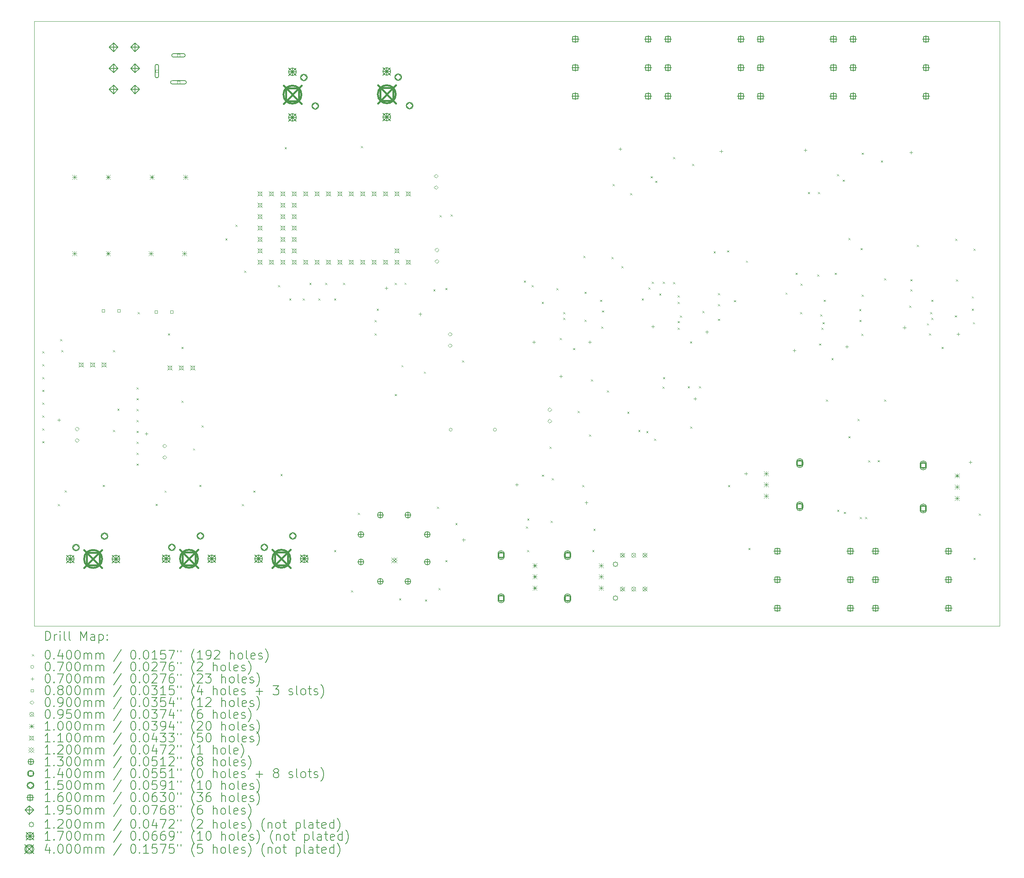
<source format=gbr>
%TF.GenerationSoftware,KiCad,Pcbnew,7.0.8*%
%TF.CreationDate,2024-02-21T10:41:46-05:00*%
%TF.ProjectId,Quad Joystick Mixer,51756164-204a-46f7-9973-7469636b204d,rev?*%
%TF.SameCoordinates,Original*%
%TF.FileFunction,Drillmap*%
%TF.FilePolarity,Positive*%
%FSLAX45Y45*%
G04 Gerber Fmt 4.5, Leading zero omitted, Abs format (unit mm)*
G04 Created by KiCad (PCBNEW 7.0.8) date 2024-02-21 10:41:46*
%MOMM*%
%LPD*%
G01*
G04 APERTURE LIST*
%ADD10C,0.100000*%
%ADD11C,0.200000*%
%ADD12C,0.040000*%
%ADD13C,0.070000*%
%ADD14C,0.080000*%
%ADD15C,0.090000*%
%ADD16C,0.095000*%
%ADD17C,0.110000*%
%ADD18C,0.120000*%
%ADD19C,0.130000*%
%ADD20C,0.140000*%
%ADD21C,0.150000*%
%ADD22C,0.160000*%
%ADD23C,0.195000*%
%ADD24C,0.170000*%
%ADD25C,0.400000*%
G04 APERTURE END LIST*
D10*
X3148875Y-2951125D02*
X24648875Y-2951125D01*
X24648875Y-16426125D01*
X3148875Y-16426125D01*
X3148875Y-2951125D01*
D11*
D12*
X3328875Y-10306125D02*
X3368875Y-10346125D01*
X3368875Y-10306125D02*
X3328875Y-10346125D01*
X3328875Y-10591839D02*
X3368875Y-10631839D01*
X3368875Y-10591839D02*
X3328875Y-10631839D01*
X3328875Y-10877553D02*
X3368875Y-10917553D01*
X3368875Y-10877553D02*
X3328875Y-10917553D01*
X3328875Y-11163268D02*
X3368875Y-11203268D01*
X3368875Y-11163268D02*
X3328875Y-11203268D01*
X3328875Y-11448982D02*
X3368875Y-11488982D01*
X3368875Y-11448982D02*
X3328875Y-11488982D01*
X3328875Y-11734696D02*
X3368875Y-11774696D01*
X3368875Y-11734696D02*
X3328875Y-11774696D01*
X3328875Y-12020410D02*
X3368875Y-12060410D01*
X3368875Y-12020410D02*
X3328875Y-12060410D01*
X3328875Y-12306125D02*
X3368875Y-12346125D01*
X3368875Y-12306125D02*
X3328875Y-12346125D01*
X3678875Y-13706125D02*
X3718875Y-13746125D01*
X3718875Y-13706125D02*
X3678875Y-13746125D01*
X3728875Y-10031125D02*
X3768875Y-10071125D01*
X3768875Y-10031125D02*
X3728875Y-10071125D01*
X3753875Y-10281125D02*
X3793875Y-10321125D01*
X3793875Y-10281125D02*
X3753875Y-10321125D01*
X3832875Y-13402125D02*
X3872875Y-13442125D01*
X3872875Y-13402125D02*
X3832875Y-13442125D01*
X4680000Y-13280000D02*
X4720000Y-13320000D01*
X4720000Y-13280000D02*
X4680000Y-13320000D01*
X4903875Y-10281125D02*
X4943875Y-10321125D01*
X4943875Y-10281125D02*
X4903875Y-10321125D01*
X4903875Y-12056125D02*
X4943875Y-12096125D01*
X4943875Y-12056125D02*
X4903875Y-12096125D01*
X5003875Y-11581125D02*
X5043875Y-11621125D01*
X5043875Y-11581125D02*
X5003875Y-11621125D01*
X5428875Y-11106125D02*
X5468875Y-11146125D01*
X5468875Y-11106125D02*
X5428875Y-11146125D01*
X5428875Y-11348982D02*
X5468875Y-11388982D01*
X5468875Y-11348982D02*
X5428875Y-11388982D01*
X5428875Y-11591839D02*
X5468875Y-11631839D01*
X5468875Y-11591839D02*
X5428875Y-11631839D01*
X5428875Y-11834696D02*
X5468875Y-11874696D01*
X5468875Y-11834696D02*
X5428875Y-11874696D01*
X5428875Y-12077553D02*
X5468875Y-12117553D01*
X5468875Y-12077553D02*
X5428875Y-12117553D01*
X5428875Y-12320410D02*
X5468875Y-12360410D01*
X5468875Y-12320410D02*
X5428875Y-12360410D01*
X5428875Y-12563268D02*
X5468875Y-12603268D01*
X5468875Y-12563268D02*
X5428875Y-12603268D01*
X5428875Y-12806125D02*
X5468875Y-12846125D01*
X5468875Y-12806125D02*
X5428875Y-12846125D01*
X5453875Y-9431125D02*
X5493875Y-9471125D01*
X5493875Y-9431125D02*
X5453875Y-9471125D01*
X5857875Y-13702125D02*
X5897875Y-13742125D01*
X5897875Y-13702125D02*
X5857875Y-13742125D01*
X6053875Y-13406125D02*
X6093875Y-13446125D01*
X6093875Y-13406125D02*
X6053875Y-13446125D01*
X6128875Y-9906125D02*
X6168875Y-9946125D01*
X6168875Y-9906125D02*
X6128875Y-9946125D01*
X6428875Y-10206125D02*
X6468875Y-10246125D01*
X6468875Y-10206125D02*
X6428875Y-10246125D01*
X6428875Y-11406125D02*
X6468875Y-11446125D01*
X6468875Y-11406125D02*
X6428875Y-11446125D01*
X6689875Y-12467125D02*
X6729875Y-12507125D01*
X6729875Y-12467125D02*
X6689875Y-12507125D01*
X6830000Y-13280000D02*
X6870000Y-13320000D01*
X6870000Y-13280000D02*
X6830000Y-13320000D01*
X6878875Y-11956125D02*
X6918875Y-11996125D01*
X6918875Y-11956125D02*
X6878875Y-11996125D01*
X7409015Y-7786265D02*
X7449015Y-7826265D01*
X7449015Y-7786265D02*
X7409015Y-7826265D01*
X7629923Y-7482173D02*
X7669923Y-7522173D01*
X7669923Y-7482173D02*
X7629923Y-7522173D01*
X7778875Y-13706125D02*
X7818875Y-13746125D01*
X7818875Y-13706125D02*
X7778875Y-13746125D01*
X7828875Y-8506125D02*
X7868875Y-8546125D01*
X7868875Y-8506125D02*
X7828875Y-8546125D01*
X8028875Y-13406125D02*
X8068875Y-13446125D01*
X8068875Y-13406125D02*
X8028875Y-13446125D01*
X8580000Y-8830000D02*
X8620000Y-8870000D01*
X8620000Y-8830000D02*
X8580000Y-8870000D01*
X8636875Y-13036875D02*
X8676875Y-13076875D01*
X8676875Y-13036875D02*
X8636875Y-13076875D01*
X8728875Y-5756125D02*
X8768875Y-5796125D01*
X8768875Y-5756125D02*
X8728875Y-5796125D01*
X8830000Y-9130000D02*
X8870000Y-9170000D01*
X8870000Y-9130000D02*
X8830000Y-9170000D01*
X9130000Y-9130000D02*
X9170000Y-9170000D01*
X9170000Y-9130000D02*
X9130000Y-9170000D01*
X9280000Y-8780000D02*
X9320000Y-8820000D01*
X9320000Y-8780000D02*
X9280000Y-8820000D01*
X9476006Y-9126006D02*
X9516006Y-9166006D01*
X9516006Y-9126006D02*
X9476006Y-9166006D01*
X9630000Y-8780000D02*
X9670000Y-8820000D01*
X9670000Y-8780000D02*
X9630000Y-8820000D01*
X9828875Y-14731125D02*
X9868875Y-14771125D01*
X9868875Y-14731125D02*
X9828875Y-14771125D01*
X9830000Y-9130000D02*
X9870000Y-9170000D01*
X9870000Y-9130000D02*
X9830000Y-9170000D01*
X10030000Y-8780000D02*
X10070000Y-8820000D01*
X10070000Y-8780000D02*
X10030000Y-8820000D01*
X10203875Y-15631125D02*
X10243875Y-15671125D01*
X10243875Y-15631125D02*
X10203875Y-15671125D01*
X10356775Y-13903225D02*
X10396775Y-13943225D01*
X10396775Y-13903225D02*
X10356775Y-13943225D01*
X10428875Y-5731125D02*
X10468875Y-5771125D01*
X10468875Y-5731125D02*
X10428875Y-5771125D01*
X10728875Y-9906125D02*
X10768875Y-9946125D01*
X10768875Y-9906125D02*
X10728875Y-9946125D01*
X10731375Y-9608625D02*
X10771375Y-9648625D01*
X10771375Y-9608625D02*
X10731375Y-9648625D01*
X10778875Y-9356125D02*
X10818875Y-9396125D01*
X10818875Y-9356125D02*
X10778875Y-9396125D01*
X11178875Y-11256125D02*
X11218875Y-11296125D01*
X11218875Y-11256125D02*
X11178875Y-11296125D01*
X11179756Y-8780244D02*
X11219756Y-8820244D01*
X11219756Y-8780244D02*
X11179756Y-8820244D01*
X11278875Y-15806125D02*
X11318875Y-15846125D01*
X11318875Y-15806125D02*
X11278875Y-15846125D01*
X11328875Y-10612375D02*
X11368875Y-10652375D01*
X11368875Y-10612375D02*
X11328875Y-10652375D01*
X11397256Y-8774506D02*
X11437256Y-8814506D01*
X11437256Y-8774506D02*
X11397256Y-8814506D01*
X11828875Y-10756125D02*
X11868875Y-10796125D01*
X11868875Y-10756125D02*
X11828875Y-10796125D01*
X11853875Y-15831125D02*
X11893875Y-15871125D01*
X11893875Y-15831125D02*
X11853875Y-15871125D01*
X12039875Y-8925985D02*
X12079875Y-8965985D01*
X12079875Y-8925985D02*
X12039875Y-8965985D01*
X12119835Y-13765165D02*
X12159835Y-13805165D01*
X12159835Y-13765165D02*
X12119835Y-13805165D01*
X12156775Y-15578225D02*
X12196775Y-15618225D01*
X12196775Y-15578225D02*
X12156775Y-15618225D01*
X12178875Y-7275735D02*
X12218875Y-7315735D01*
X12218875Y-7275735D02*
X12178875Y-7315735D01*
X12303875Y-14956125D02*
X12343875Y-14996125D01*
X12343875Y-14956125D02*
X12303875Y-14996125D01*
X12307625Y-8893735D02*
X12347625Y-8933735D01*
X12347625Y-8893735D02*
X12307625Y-8933735D01*
X12423625Y-7255985D02*
X12463625Y-7295985D01*
X12463625Y-7255985D02*
X12423625Y-7295985D01*
X12530000Y-14130000D02*
X12570000Y-14170000D01*
X12570000Y-14130000D02*
X12530000Y-14170000D01*
X12678875Y-10506125D02*
X12718875Y-10546125D01*
X12718875Y-10506125D02*
X12678875Y-10546125D01*
X14055000Y-8727125D02*
X14095000Y-8767125D01*
X14095000Y-8727125D02*
X14055000Y-8767125D01*
X14103875Y-14206125D02*
X14143875Y-14246125D01*
X14143875Y-14206125D02*
X14103875Y-14246125D01*
X14128875Y-14731125D02*
X14168875Y-14771125D01*
X14168875Y-14731125D02*
X14128875Y-14771125D01*
X14130000Y-14030000D02*
X14170000Y-14070000D01*
X14170000Y-14030000D02*
X14130000Y-14070000D01*
X14230000Y-8830000D02*
X14270000Y-8870000D01*
X14270000Y-8830000D02*
X14230000Y-8870000D01*
X14453875Y-9206125D02*
X14493875Y-9246125D01*
X14493875Y-9206125D02*
X14453875Y-9246125D01*
X14458875Y-13051125D02*
X14498875Y-13091125D01*
X14498875Y-13051125D02*
X14458875Y-13091125D01*
X14628875Y-12431125D02*
X14668875Y-12471125D01*
X14668875Y-12431125D02*
X14628875Y-12471125D01*
X14653875Y-14081125D02*
X14693875Y-14121125D01*
X14693875Y-14081125D02*
X14653875Y-14121125D01*
X14680000Y-13130000D02*
X14720000Y-13170000D01*
X14720000Y-13130000D02*
X14680000Y-13170000D01*
X14780000Y-8900000D02*
X14820000Y-8940000D01*
X14820000Y-8900000D02*
X14780000Y-8940000D01*
X14852504Y-10004754D02*
X14892504Y-10044754D01*
X14892504Y-10004754D02*
X14852504Y-10044754D01*
X14928875Y-9431125D02*
X14968875Y-9471125D01*
X14968875Y-9431125D02*
X14928875Y-9471125D01*
X14928875Y-9556125D02*
X14968875Y-9596125D01*
X14968875Y-9556125D02*
X14928875Y-9596125D01*
X15153875Y-10231125D02*
X15193875Y-10271125D01*
X15193875Y-10231125D02*
X15153875Y-10271125D01*
X15253875Y-11631125D02*
X15293875Y-11671125D01*
X15293875Y-11631125D02*
X15253875Y-11671125D01*
X15353875Y-13281125D02*
X15393875Y-13321125D01*
X15393875Y-13281125D02*
X15353875Y-13321125D01*
X15380000Y-8180000D02*
X15420000Y-8220000D01*
X15420000Y-8180000D02*
X15380000Y-8220000D01*
X15402625Y-9599175D02*
X15442625Y-9639175D01*
X15442625Y-9599175D02*
X15402625Y-9639175D01*
X15405000Y-8980000D02*
X15445000Y-9020000D01*
X15445000Y-8980000D02*
X15405000Y-9020000D01*
X15503875Y-12156125D02*
X15543875Y-12196125D01*
X15543875Y-12156125D02*
X15503875Y-12196125D01*
X15551735Y-10928985D02*
X15591735Y-10968985D01*
X15591735Y-10928985D02*
X15551735Y-10968985D01*
X15578875Y-14731125D02*
X15618875Y-14771125D01*
X15618875Y-14731125D02*
X15578875Y-14771125D01*
X15603875Y-14256125D02*
X15643875Y-14296125D01*
X15643875Y-14256125D02*
X15603875Y-14296125D01*
X15753875Y-9156125D02*
X15793875Y-9196125D01*
X15793875Y-9156125D02*
X15753875Y-9196125D01*
X15778875Y-9756125D02*
X15818875Y-9796125D01*
X15818875Y-9756125D02*
X15778875Y-9796125D01*
X15792375Y-9394625D02*
X15832375Y-9434625D01*
X15832375Y-9394625D02*
X15792375Y-9434625D01*
X15901735Y-11178985D02*
X15941735Y-11218985D01*
X15941735Y-11178985D02*
X15901735Y-11218985D01*
X16003875Y-8206125D02*
X16043875Y-8246125D01*
X16043875Y-8206125D02*
X16003875Y-8246125D01*
X16028875Y-6581125D02*
X16068875Y-6621125D01*
X16068875Y-6581125D02*
X16028875Y-6621125D01*
X16228875Y-8406125D02*
X16268875Y-8446125D01*
X16268875Y-8406125D02*
X16228875Y-8446125D01*
X16356875Y-11653125D02*
X16396875Y-11693125D01*
X16396875Y-11653125D02*
X16356875Y-11693125D01*
X16420000Y-6780000D02*
X16460000Y-6820000D01*
X16460000Y-6780000D02*
X16420000Y-6820000D01*
X16603875Y-12056125D02*
X16643875Y-12096125D01*
X16643875Y-12056125D02*
X16603875Y-12096125D01*
X16680000Y-9130000D02*
X16720000Y-9170000D01*
X16720000Y-9130000D02*
X16680000Y-9170000D01*
X16780000Y-12080000D02*
X16820000Y-12120000D01*
X16820000Y-12080000D02*
X16780000Y-12120000D01*
X16830000Y-8880000D02*
X16870000Y-8920000D01*
X16870000Y-8880000D02*
X16830000Y-8920000D01*
X16878875Y-6406125D02*
X16918875Y-6446125D01*
X16918875Y-6406125D02*
X16878875Y-6446125D01*
X16903875Y-8756125D02*
X16943875Y-8796125D01*
X16943875Y-8756125D02*
X16903875Y-8796125D01*
X16956875Y-12253125D02*
X16996875Y-12293125D01*
X16996875Y-12253125D02*
X16956875Y-12293125D01*
X16978875Y-6506125D02*
X17018875Y-6546125D01*
X17018875Y-6506125D02*
X16978875Y-6546125D01*
X17069016Y-9018524D02*
X17109016Y-9058524D01*
X17109016Y-9018524D02*
X17069016Y-9058524D01*
X17140485Y-11092735D02*
X17180485Y-11132735D01*
X17180485Y-11092735D02*
X17140485Y-11132735D01*
X17150125Y-8752375D02*
X17190125Y-8792375D01*
X17190125Y-8752375D02*
X17150125Y-8792375D01*
X17153875Y-10881125D02*
X17193875Y-10921125D01*
X17193875Y-10881125D02*
X17153875Y-10921125D01*
X17380000Y-5980000D02*
X17420000Y-6020000D01*
X17420000Y-5980000D02*
X17380000Y-6020000D01*
X17380000Y-8760000D02*
X17420000Y-8800000D01*
X17420000Y-8760000D02*
X17380000Y-8800000D01*
X17478875Y-9206125D02*
X17518875Y-9246125D01*
X17518875Y-9206125D02*
X17478875Y-9246125D01*
X17478875Y-9631125D02*
X17518875Y-9671125D01*
X17518875Y-9631125D02*
X17478875Y-9671125D01*
X17478875Y-9781125D02*
X17518875Y-9821125D01*
X17518875Y-9781125D02*
X17478875Y-9821125D01*
X17480000Y-9057550D02*
X17520000Y-9097550D01*
X17520000Y-9057550D02*
X17480000Y-9097550D01*
X17528875Y-9506125D02*
X17568875Y-9546125D01*
X17568875Y-9506125D02*
X17528875Y-9546125D01*
X17703875Y-11081125D02*
X17743875Y-11121125D01*
X17743875Y-11081125D02*
X17703875Y-11121125D01*
X17753875Y-10081125D02*
X17793875Y-10121125D01*
X17793875Y-10081125D02*
X17753875Y-10121125D01*
X17756875Y-11978125D02*
X17796875Y-12018125D01*
X17796875Y-11978125D02*
X17756875Y-12018125D01*
X17803875Y-6131125D02*
X17843875Y-6171125D01*
X17843875Y-6131125D02*
X17803875Y-6171125D01*
X17953875Y-11081125D02*
X17993875Y-11121125D01*
X17993875Y-11081125D02*
X17953875Y-11121125D01*
X18028875Y-9406125D02*
X18068875Y-9446125D01*
X18068875Y-9406125D02*
X18028875Y-9446125D01*
X18280000Y-8080000D02*
X18320000Y-8120000D01*
X18320000Y-8080000D02*
X18280000Y-8120000D01*
X18376875Y-9008125D02*
X18416875Y-9048125D01*
X18416875Y-9008125D02*
X18376875Y-9048125D01*
X18376875Y-9581125D02*
X18416875Y-9621125D01*
X18416875Y-9581125D02*
X18376875Y-9621125D01*
X18378875Y-9256125D02*
X18418875Y-9296125D01*
X18418875Y-9256125D02*
X18378875Y-9296125D01*
X18578875Y-8056125D02*
X18618875Y-8096125D01*
X18618875Y-8056125D02*
X18578875Y-8096125D01*
X18602375Y-13286125D02*
X18642375Y-13326125D01*
X18642375Y-13286125D02*
X18602375Y-13326125D01*
X18730000Y-9166175D02*
X18770000Y-9206175D01*
X18770000Y-9166175D02*
X18730000Y-9206175D01*
X18999875Y-8285125D02*
X19039875Y-8325125D01*
X19039875Y-8285125D02*
X18999875Y-8325125D01*
X19052375Y-14686125D02*
X19092375Y-14726125D01*
X19092375Y-14686125D02*
X19052375Y-14726125D01*
X19880000Y-8995475D02*
X19920000Y-9035475D01*
X19920000Y-8995475D02*
X19880000Y-9035475D01*
X20103875Y-8556125D02*
X20143875Y-8596125D01*
X20143875Y-8556125D02*
X20103875Y-8596125D01*
X20203875Y-9431125D02*
X20243875Y-9471125D01*
X20243875Y-9431125D02*
X20203875Y-9471125D01*
X20211625Y-8798375D02*
X20251625Y-8838375D01*
X20251625Y-8798375D02*
X20211625Y-8838375D01*
X20378875Y-6756125D02*
X20418875Y-6796125D01*
X20418875Y-6756125D02*
X20378875Y-6796125D01*
X20589125Y-8590875D02*
X20629125Y-8630875D01*
X20629125Y-8590875D02*
X20589125Y-8630875D01*
X20603875Y-6756125D02*
X20643875Y-6796125D01*
X20643875Y-6756125D02*
X20603875Y-6796125D01*
X20628875Y-10131125D02*
X20668875Y-10171125D01*
X20668875Y-10131125D02*
X20628875Y-10171125D01*
X20653875Y-9481125D02*
X20693875Y-9521125D01*
X20693875Y-9481125D02*
X20653875Y-9521125D01*
X20678875Y-9781125D02*
X20718875Y-9821125D01*
X20718875Y-9781125D02*
X20678875Y-9821125D01*
X20703875Y-9656125D02*
X20743875Y-9696125D01*
X20743875Y-9656125D02*
X20703875Y-9696125D01*
X20728875Y-9156125D02*
X20768875Y-9196125D01*
X20768875Y-9156125D02*
X20728875Y-9196125D01*
X20780000Y-11380000D02*
X20820000Y-11420000D01*
X20820000Y-11380000D02*
X20780000Y-11420000D01*
X20903875Y-10456125D02*
X20943875Y-10496125D01*
X20943875Y-10456125D02*
X20903875Y-10496125D01*
X20978875Y-8556125D02*
X21018875Y-8596125D01*
X21018875Y-8556125D02*
X20978875Y-8596125D01*
X21028875Y-6356125D02*
X21068875Y-6396125D01*
X21068875Y-6356125D02*
X21028875Y-6396125D01*
X21032375Y-13836125D02*
X21072375Y-13876125D01*
X21072375Y-13836125D02*
X21032375Y-13876125D01*
X21153875Y-6481125D02*
X21193875Y-6521125D01*
X21193875Y-6481125D02*
X21153875Y-6521125D01*
X21180000Y-13880000D02*
X21220000Y-13920000D01*
X21220000Y-13880000D02*
X21180000Y-13920000D01*
X21280000Y-7780000D02*
X21320000Y-7820000D01*
X21320000Y-7780000D02*
X21280000Y-7820000D01*
X21282375Y-12196125D02*
X21322375Y-12236125D01*
X21322375Y-12196125D02*
X21282375Y-12236125D01*
X21487375Y-11811125D02*
X21527375Y-11851125D01*
X21527375Y-11811125D02*
X21487375Y-11851125D01*
X21521375Y-9363625D02*
X21561375Y-9403625D01*
X21561375Y-9363625D02*
X21521375Y-9403625D01*
X21528875Y-9606125D02*
X21568875Y-9646125D01*
X21568875Y-9606125D02*
X21528875Y-9646125D01*
X21532375Y-13996125D02*
X21572375Y-14036125D01*
X21572375Y-13996125D02*
X21532375Y-14036125D01*
X21553875Y-8006125D02*
X21593875Y-8046125D01*
X21593875Y-8006125D02*
X21553875Y-8046125D01*
X21571375Y-9913625D02*
X21611375Y-9953625D01*
X21611375Y-9913625D02*
X21571375Y-9953625D01*
X21580000Y-5880000D02*
X21620000Y-5920000D01*
X21620000Y-5880000D02*
X21580000Y-5920000D01*
X21580000Y-9044625D02*
X21620000Y-9084625D01*
X21620000Y-9044625D02*
X21580000Y-9084625D01*
X21652375Y-13996125D02*
X21692375Y-14036125D01*
X21692375Y-13996125D02*
X21652375Y-14036125D01*
X21722625Y-12736375D02*
X21762625Y-12776375D01*
X21762625Y-12736375D02*
X21722625Y-12776375D01*
X21930125Y-12730125D02*
X21970125Y-12770125D01*
X21970125Y-12730125D02*
X21930125Y-12770125D01*
X22003875Y-6056125D02*
X22043875Y-6096125D01*
X22043875Y-6056125D02*
X22003875Y-6096125D01*
X22080000Y-8680000D02*
X22120000Y-8720000D01*
X22120000Y-8680000D02*
X22080000Y-8720000D01*
X22080000Y-11380000D02*
X22120000Y-11420000D01*
X22120000Y-11380000D02*
X22080000Y-11420000D01*
X22634375Y-9286625D02*
X22674375Y-9326625D01*
X22674375Y-9286625D02*
X22634375Y-9326625D01*
X22660000Y-8700000D02*
X22700000Y-8740000D01*
X22700000Y-8700000D02*
X22660000Y-8740000D01*
X22663625Y-8921375D02*
X22703625Y-8961375D01*
X22703625Y-8921375D02*
X22663625Y-8961375D01*
X22803875Y-7931125D02*
X22843875Y-7971125D01*
X22843875Y-7931125D02*
X22803875Y-7971125D01*
X23028875Y-9681125D02*
X23068875Y-9721125D01*
X23068875Y-9681125D02*
X23028875Y-9721125D01*
X23078875Y-9906125D02*
X23118875Y-9946125D01*
X23118875Y-9906125D02*
X23078875Y-9946125D01*
X23103875Y-9431125D02*
X23143875Y-9471125D01*
X23143875Y-9431125D02*
X23103875Y-9471125D01*
X23128875Y-9156125D02*
X23168875Y-9196125D01*
X23168875Y-9156125D02*
X23128875Y-9196125D01*
X23128875Y-9556125D02*
X23168875Y-9596125D01*
X23168875Y-9556125D02*
X23128875Y-9596125D01*
X23353875Y-10206125D02*
X23393875Y-10246125D01*
X23393875Y-10206125D02*
X23353875Y-10246125D01*
X23652625Y-9504875D02*
X23692625Y-9544875D01*
X23692625Y-9504875D02*
X23652625Y-9544875D01*
X23661375Y-7798625D02*
X23701375Y-7838625D01*
X23701375Y-7798625D02*
X23661375Y-7838625D01*
X23678875Y-8706125D02*
X23718875Y-8746125D01*
X23718875Y-8706125D02*
X23678875Y-8746125D01*
X24028875Y-9081125D02*
X24068875Y-9121125D01*
X24068875Y-9081125D02*
X24028875Y-9121125D01*
X24028875Y-9356125D02*
X24068875Y-9396125D01*
X24068875Y-9356125D02*
X24028875Y-9396125D01*
X24053875Y-9656125D02*
X24093875Y-9696125D01*
X24093875Y-9656125D02*
X24053875Y-9696125D01*
X24065375Y-8017625D02*
X24105375Y-8057625D01*
X24105375Y-8017625D02*
X24065375Y-8057625D01*
X24067375Y-14906125D02*
X24107375Y-14946125D01*
X24107375Y-14906125D02*
X24067375Y-14946125D01*
X24182375Y-13921125D02*
X24222375Y-13961125D01*
X24222375Y-13921125D02*
X24182375Y-13961125D01*
D13*
X12460000Y-12050000D02*
G75*
G03*
X12460000Y-12050000I-35000J0D01*
G01*
X13445000Y-12050000D02*
G75*
G03*
X13445000Y-12050000I-35000J0D01*
G01*
X3702875Y-11802125D02*
X3702875Y-11872125D01*
X3667875Y-11837125D02*
X3737875Y-11837125D01*
X5652875Y-12102125D02*
X5652875Y-12172125D01*
X5617875Y-12137125D02*
X5687875Y-12137125D01*
X10996006Y-8863423D02*
X10996006Y-8933423D01*
X10961006Y-8898423D02*
X11031006Y-8898423D01*
X11748875Y-9441125D02*
X11748875Y-9511125D01*
X11713875Y-9476125D02*
X11783875Y-9476125D01*
X12715875Y-14471265D02*
X12715875Y-14541265D01*
X12680875Y-14506265D02*
X12750875Y-14506265D01*
X13898875Y-13241125D02*
X13898875Y-13311125D01*
X13863875Y-13276125D02*
X13933875Y-13276125D01*
X14275125Y-10062125D02*
X14275125Y-10132125D01*
X14240125Y-10097125D02*
X14310125Y-10097125D01*
X14876875Y-10823985D02*
X14876875Y-10893985D01*
X14841875Y-10858985D02*
X14911875Y-10858985D01*
X15448875Y-13641125D02*
X15448875Y-13711125D01*
X15413875Y-13676125D02*
X15483875Y-13676125D01*
X15525125Y-10062125D02*
X15525125Y-10132125D01*
X15490125Y-10097125D02*
X15560125Y-10097125D01*
X16198875Y-5766125D02*
X16198875Y-5836125D01*
X16163875Y-5801125D02*
X16233875Y-5801125D01*
X16928875Y-9716125D02*
X16928875Y-9786125D01*
X16893875Y-9751125D02*
X16963875Y-9751125D01*
X17866875Y-11323985D02*
X17866875Y-11393985D01*
X17831875Y-11358985D02*
X17901875Y-11358985D01*
X18128875Y-9839125D02*
X18128875Y-9909125D01*
X18093875Y-9874125D02*
X18163875Y-9874125D01*
X18448875Y-5816125D02*
X18448875Y-5886125D01*
X18413875Y-5851125D02*
X18483875Y-5851125D01*
X18998875Y-12991125D02*
X18998875Y-13061125D01*
X18963875Y-13026125D02*
X19033875Y-13026125D01*
X20076375Y-10248625D02*
X20076375Y-10318625D01*
X20041375Y-10283625D02*
X20111375Y-10283625D01*
X20323875Y-5791125D02*
X20323875Y-5861125D01*
X20288875Y-5826125D02*
X20358875Y-5826125D01*
X21248875Y-10166125D02*
X21248875Y-10236125D01*
X21213875Y-10201125D02*
X21283875Y-10201125D01*
X22528875Y-9739125D02*
X22528875Y-9809125D01*
X22493875Y-9774125D02*
X22563875Y-9774125D01*
X22673875Y-5841125D02*
X22673875Y-5911125D01*
X22638875Y-5876125D02*
X22708875Y-5876125D01*
X23728875Y-9889125D02*
X23728875Y-9959125D01*
X23693875Y-9924125D02*
X23763875Y-9924125D01*
X23998875Y-12741125D02*
X23998875Y-12811125D01*
X23963875Y-12776125D02*
X24033875Y-12776125D01*
D14*
X4717425Y-9429410D02*
X4717425Y-9372841D01*
X4660856Y-9372841D01*
X4660856Y-9429410D01*
X4717425Y-9429410D01*
X5067425Y-9429410D02*
X5067425Y-9372841D01*
X5010856Y-9372841D01*
X5010856Y-9429410D01*
X5067425Y-9429410D01*
X5892425Y-9454410D02*
X5892425Y-9397841D01*
X5835856Y-9397841D01*
X5835856Y-9454410D01*
X5892425Y-9454410D01*
X5912159Y-4090549D02*
X5912159Y-4033980D01*
X5855590Y-4033980D01*
X5855590Y-4090549D01*
X5912159Y-4090549D01*
D11*
X5843875Y-3952265D02*
X5843875Y-4172265D01*
X5843875Y-4172265D02*
G75*
G03*
X5923875Y-4172265I40000J0D01*
G01*
X5923875Y-4172265D02*
X5923875Y-3952265D01*
X5923875Y-3952265D02*
G75*
G03*
X5843875Y-3952265I-40000J0D01*
G01*
D14*
X6242425Y-9454410D02*
X6242425Y-9397841D01*
X6185856Y-9397841D01*
X6185856Y-9454410D01*
X6242425Y-9454410D01*
X6392159Y-3740549D02*
X6392159Y-3683980D01*
X6335590Y-3683980D01*
X6335590Y-3740549D01*
X6392159Y-3740549D01*
D11*
X6253875Y-3752265D02*
X6473875Y-3752265D01*
X6473875Y-3752265D02*
G75*
G03*
X6473875Y-3672265I0J40000D01*
G01*
X6473875Y-3672265D02*
X6253875Y-3672265D01*
X6253875Y-3672265D02*
G75*
G03*
X6253875Y-3752265I0J-40000D01*
G01*
D14*
X6392159Y-4340550D02*
X6392159Y-4283981D01*
X6335590Y-4283981D01*
X6335590Y-4340550D01*
X6392159Y-4340550D01*
D11*
X6228875Y-4352265D02*
X6498875Y-4352265D01*
X6498875Y-4352265D02*
G75*
G03*
X6498875Y-4272265I0J40000D01*
G01*
X6498875Y-4272265D02*
X6228875Y-4272265D01*
X6228875Y-4272265D02*
G75*
G03*
X6228875Y-4352265I0J-40000D01*
G01*
D15*
X4102875Y-12078125D02*
X4147875Y-12033125D01*
X4102875Y-11988125D01*
X4057875Y-12033125D01*
X4102875Y-12078125D01*
X4102875Y-12332125D02*
X4147875Y-12287125D01*
X4102875Y-12242125D01*
X4057875Y-12287125D01*
X4102875Y-12332125D01*
X6052875Y-12455625D02*
X6097875Y-12410625D01*
X6052875Y-12365625D01*
X6007875Y-12410625D01*
X6052875Y-12455625D01*
X6052875Y-12709625D02*
X6097875Y-12664625D01*
X6052875Y-12619625D01*
X6007875Y-12664625D01*
X6052875Y-12709625D01*
X12098875Y-6444625D02*
X12143875Y-6399625D01*
X12098875Y-6354625D01*
X12053875Y-6399625D01*
X12098875Y-6444625D01*
X12098875Y-6698625D02*
X12143875Y-6653625D01*
X12098875Y-6608625D01*
X12053875Y-6653625D01*
X12098875Y-6698625D01*
X12115125Y-8089625D02*
X12160125Y-8044625D01*
X12115125Y-7999625D01*
X12070125Y-8044625D01*
X12115125Y-8089625D01*
X12115125Y-8343625D02*
X12160125Y-8298625D01*
X12115125Y-8253625D01*
X12070125Y-8298625D01*
X12115125Y-8343625D01*
X12409875Y-9967125D02*
X12454875Y-9922125D01*
X12409875Y-9877125D01*
X12364875Y-9922125D01*
X12409875Y-9967125D01*
X12409875Y-10221125D02*
X12454875Y-10176125D01*
X12409875Y-10131125D01*
X12364875Y-10176125D01*
X12409875Y-10221125D01*
X14626875Y-11649985D02*
X14671875Y-11604985D01*
X14626875Y-11559985D01*
X14581875Y-11604985D01*
X14626875Y-11649985D01*
X14626875Y-11903985D02*
X14671875Y-11858985D01*
X14626875Y-11813985D01*
X14581875Y-11858985D01*
X14626875Y-11903985D01*
D16*
X16202500Y-14800000D02*
X16297500Y-14895000D01*
X16297500Y-14800000D02*
X16202500Y-14895000D01*
X16297500Y-14847500D02*
G75*
G03*
X16297500Y-14847500I-47500J0D01*
G01*
X16202500Y-15552500D02*
X16297500Y-15647500D01*
X16297500Y-15552500D02*
X16202500Y-15647500D01*
X16297500Y-15600000D02*
G75*
G03*
X16297500Y-15600000I-47500J0D01*
G01*
X16452500Y-14800000D02*
X16547500Y-14895000D01*
X16547500Y-14800000D02*
X16452500Y-14895000D01*
X16547500Y-14847500D02*
G75*
G03*
X16547500Y-14847500I-47500J0D01*
G01*
X16452500Y-15552500D02*
X16547500Y-15647500D01*
X16547500Y-15552500D02*
X16452500Y-15647500D01*
X16547500Y-15600000D02*
G75*
G03*
X16547500Y-15600000I-47500J0D01*
G01*
X16702500Y-14800000D02*
X16797500Y-14895000D01*
X16797500Y-14800000D02*
X16702500Y-14895000D01*
X16797500Y-14847500D02*
G75*
G03*
X16797500Y-14847500I-47500J0D01*
G01*
X16702500Y-15552500D02*
X16797500Y-15647500D01*
X16797500Y-15552500D02*
X16702500Y-15647500D01*
X16797500Y-15600000D02*
G75*
G03*
X16797500Y-15600000I-47500J0D01*
G01*
D10*
X3998875Y-6376125D02*
X4098875Y-6476125D01*
X4098875Y-6376125D02*
X3998875Y-6476125D01*
X4048875Y-6376125D02*
X4048875Y-6476125D01*
X3998875Y-6426125D02*
X4098875Y-6426125D01*
X3998875Y-8076125D02*
X4098875Y-8176125D01*
X4098875Y-8076125D02*
X3998875Y-8176125D01*
X4048875Y-8076125D02*
X4048875Y-8176125D01*
X3998875Y-8126125D02*
X4098875Y-8126125D01*
X4748875Y-6376125D02*
X4848875Y-6476125D01*
X4848875Y-6376125D02*
X4748875Y-6476125D01*
X4798875Y-6376125D02*
X4798875Y-6476125D01*
X4748875Y-6426125D02*
X4848875Y-6426125D01*
X4748875Y-8076125D02*
X4848875Y-8176125D01*
X4848875Y-8076125D02*
X4748875Y-8176125D01*
X4798875Y-8076125D02*
X4798875Y-8176125D01*
X4748875Y-8126125D02*
X4848875Y-8126125D01*
X5698875Y-8076125D02*
X5798875Y-8176125D01*
X5798875Y-8076125D02*
X5698875Y-8176125D01*
X5748875Y-8076125D02*
X5748875Y-8176125D01*
X5698875Y-8126125D02*
X5798875Y-8126125D01*
X5723875Y-6376125D02*
X5823875Y-6476125D01*
X5823875Y-6376125D02*
X5723875Y-6476125D01*
X5773875Y-6376125D02*
X5773875Y-6476125D01*
X5723875Y-6426125D02*
X5823875Y-6426125D01*
X6448875Y-8076125D02*
X6548875Y-8176125D01*
X6548875Y-8076125D02*
X6448875Y-8176125D01*
X6498875Y-8076125D02*
X6498875Y-8176125D01*
X6448875Y-8126125D02*
X6548875Y-8126125D01*
X6473875Y-6376125D02*
X6573875Y-6476125D01*
X6573875Y-6376125D02*
X6473875Y-6476125D01*
X6523875Y-6376125D02*
X6523875Y-6476125D01*
X6473875Y-6426125D02*
X6573875Y-6426125D01*
X14248875Y-15026125D02*
X14348875Y-15126125D01*
X14348875Y-15026125D02*
X14248875Y-15126125D01*
X14298875Y-15026125D02*
X14298875Y-15126125D01*
X14248875Y-15076125D02*
X14348875Y-15076125D01*
X14248875Y-15276125D02*
X14348875Y-15376125D01*
X14348875Y-15276125D02*
X14248875Y-15376125D01*
X14298875Y-15276125D02*
X14298875Y-15376125D01*
X14248875Y-15326125D02*
X14348875Y-15326125D01*
X14248875Y-15526125D02*
X14348875Y-15626125D01*
X14348875Y-15526125D02*
X14248875Y-15626125D01*
X14298875Y-15526125D02*
X14298875Y-15626125D01*
X14248875Y-15576125D02*
X14348875Y-15576125D01*
X15728875Y-15026125D02*
X15828875Y-15126125D01*
X15828875Y-15026125D02*
X15728875Y-15126125D01*
X15778875Y-15026125D02*
X15778875Y-15126125D01*
X15728875Y-15076125D02*
X15828875Y-15076125D01*
X15728875Y-15276125D02*
X15828875Y-15376125D01*
X15828875Y-15276125D02*
X15728875Y-15376125D01*
X15778875Y-15276125D02*
X15778875Y-15376125D01*
X15728875Y-15326125D02*
X15828875Y-15326125D01*
X15728875Y-15526125D02*
X15828875Y-15626125D01*
X15828875Y-15526125D02*
X15728875Y-15626125D01*
X15778875Y-15526125D02*
X15778875Y-15626125D01*
X15728875Y-15576125D02*
X15828875Y-15576125D01*
X19398875Y-12976125D02*
X19498875Y-13076125D01*
X19498875Y-12976125D02*
X19398875Y-13076125D01*
X19448875Y-12976125D02*
X19448875Y-13076125D01*
X19398875Y-13026125D02*
X19498875Y-13026125D01*
X19398875Y-13226125D02*
X19498875Y-13326125D01*
X19498875Y-13226125D02*
X19398875Y-13326125D01*
X19448875Y-13226125D02*
X19448875Y-13326125D01*
X19398875Y-13276125D02*
X19498875Y-13276125D01*
X19398875Y-13476125D02*
X19498875Y-13576125D01*
X19498875Y-13476125D02*
X19398875Y-13576125D01*
X19448875Y-13476125D02*
X19448875Y-13576125D01*
X19398875Y-13526125D02*
X19498875Y-13526125D01*
X23648875Y-13026125D02*
X23748875Y-13126125D01*
X23748875Y-13026125D02*
X23648875Y-13126125D01*
X23698875Y-13026125D02*
X23698875Y-13126125D01*
X23648875Y-13076125D02*
X23748875Y-13076125D01*
X23648875Y-13276125D02*
X23748875Y-13376125D01*
X23748875Y-13276125D02*
X23648875Y-13376125D01*
X23698875Y-13276125D02*
X23698875Y-13376125D01*
X23648875Y-13326125D02*
X23748875Y-13326125D01*
X23648875Y-13526125D02*
X23748875Y-13626125D01*
X23748875Y-13526125D02*
X23648875Y-13626125D01*
X23698875Y-13526125D02*
X23698875Y-13626125D01*
X23648875Y-13576125D02*
X23748875Y-13576125D01*
D17*
X4139875Y-10551625D02*
X4249875Y-10661625D01*
X4249875Y-10551625D02*
X4139875Y-10661625D01*
X4233766Y-10645516D02*
X4233766Y-10567734D01*
X4155984Y-10567734D01*
X4155984Y-10645516D01*
X4233766Y-10645516D01*
X4393875Y-10551625D02*
X4503875Y-10661625D01*
X4503875Y-10551625D02*
X4393875Y-10661625D01*
X4487766Y-10645516D02*
X4487766Y-10567734D01*
X4409984Y-10567734D01*
X4409984Y-10645516D01*
X4487766Y-10645516D01*
X4647875Y-10551625D02*
X4757875Y-10661625D01*
X4757875Y-10551625D02*
X4647875Y-10661625D01*
X4741766Y-10645516D02*
X4741766Y-10567734D01*
X4663984Y-10567734D01*
X4663984Y-10645516D01*
X4741766Y-10645516D01*
X6114875Y-10615625D02*
X6224875Y-10725625D01*
X6224875Y-10615625D02*
X6114875Y-10725625D01*
X6208766Y-10709516D02*
X6208766Y-10631734D01*
X6130984Y-10631734D01*
X6130984Y-10709516D01*
X6208766Y-10709516D01*
X6368875Y-10615625D02*
X6478875Y-10725625D01*
X6478875Y-10615625D02*
X6368875Y-10725625D01*
X6462766Y-10709516D02*
X6462766Y-10631734D01*
X6384984Y-10631734D01*
X6384984Y-10709516D01*
X6462766Y-10709516D01*
X6622875Y-10615625D02*
X6732875Y-10725625D01*
X6732875Y-10615625D02*
X6622875Y-10725625D01*
X6716766Y-10709516D02*
X6716766Y-10631734D01*
X6638984Y-10631734D01*
X6638984Y-10709516D01*
X6716766Y-10709516D01*
X8124375Y-6739265D02*
X8234375Y-6849265D01*
X8234375Y-6739265D02*
X8124375Y-6849265D01*
X8218266Y-6833156D02*
X8218266Y-6755374D01*
X8140484Y-6755374D01*
X8140484Y-6833156D01*
X8218266Y-6833156D01*
X8124375Y-6993265D02*
X8234375Y-7103265D01*
X8234375Y-6993265D02*
X8124375Y-7103265D01*
X8218266Y-7087156D02*
X8218266Y-7009374D01*
X8140484Y-7009374D01*
X8140484Y-7087156D01*
X8218266Y-7087156D01*
X8124375Y-7247265D02*
X8234375Y-7357265D01*
X8234375Y-7247265D02*
X8124375Y-7357265D01*
X8218266Y-7341156D02*
X8218266Y-7263374D01*
X8140484Y-7263374D01*
X8140484Y-7341156D01*
X8218266Y-7341156D01*
X8124375Y-7501265D02*
X8234375Y-7611265D01*
X8234375Y-7501265D02*
X8124375Y-7611265D01*
X8218266Y-7595156D02*
X8218266Y-7517374D01*
X8140484Y-7517374D01*
X8140484Y-7595156D01*
X8218266Y-7595156D01*
X8124375Y-7755265D02*
X8234375Y-7865265D01*
X8234375Y-7755265D02*
X8124375Y-7865265D01*
X8218266Y-7849156D02*
X8218266Y-7771374D01*
X8140484Y-7771374D01*
X8140484Y-7849156D01*
X8218266Y-7849156D01*
X8124375Y-8009265D02*
X8234375Y-8119265D01*
X8234375Y-8009265D02*
X8124375Y-8119265D01*
X8218266Y-8103156D02*
X8218266Y-8025374D01*
X8140484Y-8025374D01*
X8140484Y-8103156D01*
X8218266Y-8103156D01*
X8124375Y-8263265D02*
X8234375Y-8373265D01*
X8234375Y-8263265D02*
X8124375Y-8373265D01*
X8218266Y-8357156D02*
X8218266Y-8279374D01*
X8140484Y-8279374D01*
X8140484Y-8357156D01*
X8218266Y-8357156D01*
X8378375Y-6739265D02*
X8488375Y-6849265D01*
X8488375Y-6739265D02*
X8378375Y-6849265D01*
X8472266Y-6833156D02*
X8472266Y-6755374D01*
X8394484Y-6755374D01*
X8394484Y-6833156D01*
X8472266Y-6833156D01*
X8378375Y-8263265D02*
X8488375Y-8373265D01*
X8488375Y-8263265D02*
X8378375Y-8373265D01*
X8472266Y-8357156D02*
X8472266Y-8279374D01*
X8394484Y-8279374D01*
X8394484Y-8357156D01*
X8472266Y-8357156D01*
X8632375Y-6739265D02*
X8742375Y-6849265D01*
X8742375Y-6739265D02*
X8632375Y-6849265D01*
X8726266Y-6833156D02*
X8726266Y-6755374D01*
X8648484Y-6755374D01*
X8648484Y-6833156D01*
X8726266Y-6833156D01*
X8632375Y-6993265D02*
X8742375Y-7103265D01*
X8742375Y-6993265D02*
X8632375Y-7103265D01*
X8726266Y-7087156D02*
X8726266Y-7009374D01*
X8648484Y-7009374D01*
X8648484Y-7087156D01*
X8726266Y-7087156D01*
X8632375Y-7247265D02*
X8742375Y-7357265D01*
X8742375Y-7247265D02*
X8632375Y-7357265D01*
X8726266Y-7341156D02*
X8726266Y-7263374D01*
X8648484Y-7263374D01*
X8648484Y-7341156D01*
X8726266Y-7341156D01*
X8632375Y-7501265D02*
X8742375Y-7611265D01*
X8742375Y-7501265D02*
X8632375Y-7611265D01*
X8726266Y-7595156D02*
X8726266Y-7517374D01*
X8648484Y-7517374D01*
X8648484Y-7595156D01*
X8726266Y-7595156D01*
X8632375Y-7755265D02*
X8742375Y-7865265D01*
X8742375Y-7755265D02*
X8632375Y-7865265D01*
X8726266Y-7849156D02*
X8726266Y-7771374D01*
X8648484Y-7771374D01*
X8648484Y-7849156D01*
X8726266Y-7849156D01*
X8632375Y-8009265D02*
X8742375Y-8119265D01*
X8742375Y-8009265D02*
X8632375Y-8119265D01*
X8726266Y-8103156D02*
X8726266Y-8025374D01*
X8648484Y-8025374D01*
X8648484Y-8103156D01*
X8726266Y-8103156D01*
X8632375Y-8263265D02*
X8742375Y-8373265D01*
X8742375Y-8263265D02*
X8632375Y-8373265D01*
X8726266Y-8357156D02*
X8726266Y-8279374D01*
X8648484Y-8279374D01*
X8648484Y-8357156D01*
X8726266Y-8357156D01*
X8886375Y-6739265D02*
X8996375Y-6849265D01*
X8996375Y-6739265D02*
X8886375Y-6849265D01*
X8980266Y-6833156D02*
X8980266Y-6755374D01*
X8902484Y-6755374D01*
X8902484Y-6833156D01*
X8980266Y-6833156D01*
X8886375Y-6993265D02*
X8996375Y-7103265D01*
X8996375Y-6993265D02*
X8886375Y-7103265D01*
X8980266Y-7087156D02*
X8980266Y-7009374D01*
X8902484Y-7009374D01*
X8902484Y-7087156D01*
X8980266Y-7087156D01*
X8886375Y-7247265D02*
X8996375Y-7357265D01*
X8996375Y-7247265D02*
X8886375Y-7357265D01*
X8980266Y-7341156D02*
X8980266Y-7263374D01*
X8902484Y-7263374D01*
X8902484Y-7341156D01*
X8980266Y-7341156D01*
X8886375Y-7501265D02*
X8996375Y-7611265D01*
X8996375Y-7501265D02*
X8886375Y-7611265D01*
X8980266Y-7595156D02*
X8980266Y-7517374D01*
X8902484Y-7517374D01*
X8902484Y-7595156D01*
X8980266Y-7595156D01*
X8886375Y-7755265D02*
X8996375Y-7865265D01*
X8996375Y-7755265D02*
X8886375Y-7865265D01*
X8980266Y-7849156D02*
X8980266Y-7771374D01*
X8902484Y-7771374D01*
X8902484Y-7849156D01*
X8980266Y-7849156D01*
X8886375Y-8009265D02*
X8996375Y-8119265D01*
X8996375Y-8009265D02*
X8886375Y-8119265D01*
X8980266Y-8103156D02*
X8980266Y-8025374D01*
X8902484Y-8025374D01*
X8902484Y-8103156D01*
X8980266Y-8103156D01*
X8886375Y-8263265D02*
X8996375Y-8373265D01*
X8996375Y-8263265D02*
X8886375Y-8373265D01*
X8980266Y-8357156D02*
X8980266Y-8279374D01*
X8902484Y-8279374D01*
X8902484Y-8357156D01*
X8980266Y-8357156D01*
X9140375Y-6739265D02*
X9250375Y-6849265D01*
X9250375Y-6739265D02*
X9140375Y-6849265D01*
X9234266Y-6833156D02*
X9234266Y-6755374D01*
X9156484Y-6755374D01*
X9156484Y-6833156D01*
X9234266Y-6833156D01*
X9140375Y-8263265D02*
X9250375Y-8373265D01*
X9250375Y-8263265D02*
X9140375Y-8373265D01*
X9234266Y-8357156D02*
X9234266Y-8279374D01*
X9156484Y-8279374D01*
X9156484Y-8357156D01*
X9234266Y-8357156D01*
X9394375Y-6739265D02*
X9504375Y-6849265D01*
X9504375Y-6739265D02*
X9394375Y-6849265D01*
X9488266Y-6833156D02*
X9488266Y-6755374D01*
X9410484Y-6755374D01*
X9410484Y-6833156D01*
X9488266Y-6833156D01*
X9394375Y-8263265D02*
X9504375Y-8373265D01*
X9504375Y-8263265D02*
X9394375Y-8373265D01*
X9488266Y-8357156D02*
X9488266Y-8279374D01*
X9410484Y-8279374D01*
X9410484Y-8357156D01*
X9488266Y-8357156D01*
X9648375Y-6739265D02*
X9758375Y-6849265D01*
X9758375Y-6739265D02*
X9648375Y-6849265D01*
X9742266Y-6833156D02*
X9742266Y-6755374D01*
X9664484Y-6755374D01*
X9664484Y-6833156D01*
X9742266Y-6833156D01*
X9648375Y-8263265D02*
X9758375Y-8373265D01*
X9758375Y-8263265D02*
X9648375Y-8373265D01*
X9742266Y-8357156D02*
X9742266Y-8279374D01*
X9664484Y-8279374D01*
X9664484Y-8357156D01*
X9742266Y-8357156D01*
X9902375Y-6739265D02*
X10012375Y-6849265D01*
X10012375Y-6739265D02*
X9902375Y-6849265D01*
X9996266Y-6833156D02*
X9996266Y-6755374D01*
X9918484Y-6755374D01*
X9918484Y-6833156D01*
X9996266Y-6833156D01*
X9902375Y-8263265D02*
X10012375Y-8373265D01*
X10012375Y-8263265D02*
X9902375Y-8373265D01*
X9996266Y-8357156D02*
X9996266Y-8279374D01*
X9918484Y-8279374D01*
X9918484Y-8357156D01*
X9996266Y-8357156D01*
X10156375Y-6739265D02*
X10266375Y-6849265D01*
X10266375Y-6739265D02*
X10156375Y-6849265D01*
X10250266Y-6833156D02*
X10250266Y-6755374D01*
X10172484Y-6755374D01*
X10172484Y-6833156D01*
X10250266Y-6833156D01*
X10156375Y-8263265D02*
X10266375Y-8373265D01*
X10266375Y-8263265D02*
X10156375Y-8373265D01*
X10250266Y-8357156D02*
X10250266Y-8279374D01*
X10172484Y-8279374D01*
X10172484Y-8357156D01*
X10250266Y-8357156D01*
X10410375Y-6739265D02*
X10520375Y-6849265D01*
X10520375Y-6739265D02*
X10410375Y-6849265D01*
X10504266Y-6833156D02*
X10504266Y-6755374D01*
X10426484Y-6755374D01*
X10426484Y-6833156D01*
X10504266Y-6833156D01*
X10410375Y-8263265D02*
X10520375Y-8373265D01*
X10520375Y-8263265D02*
X10410375Y-8373265D01*
X10504266Y-8357156D02*
X10504266Y-8279374D01*
X10426484Y-8279374D01*
X10426484Y-8357156D01*
X10504266Y-8357156D01*
X10664375Y-6739265D02*
X10774375Y-6849265D01*
X10774375Y-6739265D02*
X10664375Y-6849265D01*
X10758266Y-6833156D02*
X10758266Y-6755374D01*
X10680484Y-6755374D01*
X10680484Y-6833156D01*
X10758266Y-6833156D01*
X10664375Y-8263265D02*
X10774375Y-8373265D01*
X10774375Y-8263265D02*
X10664375Y-8373265D01*
X10758266Y-8357156D02*
X10758266Y-8279374D01*
X10680484Y-8279374D01*
X10680484Y-8357156D01*
X10758266Y-8357156D01*
X10918375Y-6739265D02*
X11028375Y-6849265D01*
X11028375Y-6739265D02*
X10918375Y-6849265D01*
X11012266Y-6833156D02*
X11012266Y-6755374D01*
X10934484Y-6755374D01*
X10934484Y-6833156D01*
X11012266Y-6833156D01*
X10918375Y-8263265D02*
X11028375Y-8373265D01*
X11028375Y-8263265D02*
X10918375Y-8373265D01*
X11012266Y-8357156D02*
X11012266Y-8279374D01*
X10934484Y-8279374D01*
X10934484Y-8357156D01*
X11012266Y-8357156D01*
X11172375Y-6739265D02*
X11282375Y-6849265D01*
X11282375Y-6739265D02*
X11172375Y-6849265D01*
X11266266Y-6833156D02*
X11266266Y-6755374D01*
X11188484Y-6755374D01*
X11188484Y-6833156D01*
X11266266Y-6833156D01*
X11172375Y-8009265D02*
X11282375Y-8119265D01*
X11282375Y-8009265D02*
X11172375Y-8119265D01*
X11266266Y-8103156D02*
X11266266Y-8025374D01*
X11188484Y-8025374D01*
X11188484Y-8103156D01*
X11266266Y-8103156D01*
X11172375Y-8263265D02*
X11282375Y-8373265D01*
X11282375Y-8263265D02*
X11172375Y-8373265D01*
X11266266Y-8357156D02*
X11266266Y-8279374D01*
X11188484Y-8279374D01*
X11188484Y-8357156D01*
X11266266Y-8357156D01*
X11426375Y-6739265D02*
X11536375Y-6849265D01*
X11536375Y-6739265D02*
X11426375Y-6849265D01*
X11520266Y-6833156D02*
X11520266Y-6755374D01*
X11442484Y-6755374D01*
X11442484Y-6833156D01*
X11520266Y-6833156D01*
X11426375Y-8263265D02*
X11536375Y-8373265D01*
X11536375Y-8263265D02*
X11426375Y-8373265D01*
X11520266Y-8357156D02*
X11520266Y-8279374D01*
X11442484Y-8279374D01*
X11442484Y-8357156D01*
X11520266Y-8357156D01*
D18*
X11105875Y-14896265D02*
X11225875Y-15016265D01*
X11225875Y-14896265D02*
X11105875Y-15016265D01*
X11165875Y-15016265D02*
X11225875Y-14956265D01*
X11165875Y-14896265D01*
X11105875Y-14956265D01*
X11165875Y-15016265D01*
D19*
X10426775Y-14320165D02*
X10426775Y-14450165D01*
X10361775Y-14385165D02*
X10491775Y-14385165D01*
X10491775Y-14385165D02*
G75*
G03*
X10491775Y-14385165I-65000J0D01*
G01*
X10426775Y-14932365D02*
X10426775Y-15062365D01*
X10361775Y-14997365D02*
X10491775Y-14997365D01*
X10491775Y-14997365D02*
G75*
G03*
X10491775Y-14997365I-65000J0D01*
G01*
X10859775Y-13887165D02*
X10859775Y-14017165D01*
X10794775Y-13952165D02*
X10924775Y-13952165D01*
X10924775Y-13952165D02*
G75*
G03*
X10924775Y-13952165I-65000J0D01*
G01*
X10859775Y-15365365D02*
X10859775Y-15495365D01*
X10794775Y-15430365D02*
X10924775Y-15430365D01*
X10924775Y-15430365D02*
G75*
G03*
X10924775Y-15430365I-65000J0D01*
G01*
X11471975Y-13887165D02*
X11471975Y-14017165D01*
X11406975Y-13952165D02*
X11536975Y-13952165D01*
X11536975Y-13952165D02*
G75*
G03*
X11536975Y-13952165I-65000J0D01*
G01*
X11471975Y-15365365D02*
X11471975Y-15495365D01*
X11406975Y-15430365D02*
X11536975Y-15430365D01*
X11536975Y-15430365D02*
G75*
G03*
X11536975Y-15430365I-65000J0D01*
G01*
X11904975Y-14320165D02*
X11904975Y-14450165D01*
X11839975Y-14385165D02*
X11969975Y-14385165D01*
X11969975Y-14385165D02*
G75*
G03*
X11969975Y-14385165I-65000J0D01*
G01*
X11904975Y-14932365D02*
X11904975Y-15062365D01*
X11839975Y-14997365D02*
X11969975Y-14997365D01*
X11969975Y-14997365D02*
G75*
G03*
X11969975Y-14997365I-65000J0D01*
G01*
D20*
X13598373Y-14895623D02*
X13598373Y-14796627D01*
X13499377Y-14796627D01*
X13499377Y-14895623D01*
X13598373Y-14895623D01*
X13618875Y-14846125D02*
G75*
G03*
X13618875Y-14846125I-70000J0D01*
G01*
D11*
X13478875Y-14816125D02*
X13478875Y-14876125D01*
X13478875Y-14876125D02*
G75*
G03*
X13618875Y-14876125I70000J0D01*
G01*
X13618875Y-14876125D02*
X13618875Y-14816125D01*
X13618875Y-14816125D02*
G75*
G03*
X13478875Y-14816125I-70000J0D01*
G01*
D20*
X13598373Y-15855623D02*
X13598373Y-15756627D01*
X13499377Y-15756627D01*
X13499377Y-15855623D01*
X13598373Y-15855623D01*
X13618875Y-15806125D02*
G75*
G03*
X13618875Y-15806125I-70000J0D01*
G01*
D11*
X13478875Y-15776125D02*
X13478875Y-15836125D01*
X13478875Y-15836125D02*
G75*
G03*
X13618875Y-15836125I70000J0D01*
G01*
X13618875Y-15836125D02*
X13618875Y-15776125D01*
X13618875Y-15776125D02*
G75*
G03*
X13478875Y-15776125I-70000J0D01*
G01*
D20*
X15078373Y-14895623D02*
X15078373Y-14796627D01*
X14979377Y-14796627D01*
X14979377Y-14895623D01*
X15078373Y-14895623D01*
X15098875Y-14846125D02*
G75*
G03*
X15098875Y-14846125I-70000J0D01*
G01*
D11*
X14958875Y-14816125D02*
X14958875Y-14876125D01*
X14958875Y-14876125D02*
G75*
G03*
X15098875Y-14876125I70000J0D01*
G01*
X15098875Y-14876125D02*
X15098875Y-14816125D01*
X15098875Y-14816125D02*
G75*
G03*
X14958875Y-14816125I-70000J0D01*
G01*
D20*
X15078373Y-15855623D02*
X15078373Y-15756627D01*
X14979377Y-15756627D01*
X14979377Y-15855623D01*
X15078373Y-15855623D01*
X15098875Y-15806125D02*
G75*
G03*
X15098875Y-15806125I-70000J0D01*
G01*
D11*
X14958875Y-15776125D02*
X14958875Y-15836125D01*
X14958875Y-15836125D02*
G75*
G03*
X15098875Y-15836125I70000J0D01*
G01*
X15098875Y-15836125D02*
X15098875Y-15776125D01*
X15098875Y-15776125D02*
G75*
G03*
X14958875Y-15776125I-70000J0D01*
G01*
D20*
X20248373Y-12845623D02*
X20248373Y-12746627D01*
X20149377Y-12746627D01*
X20149377Y-12845623D01*
X20248373Y-12845623D01*
X20268875Y-12796125D02*
G75*
G03*
X20268875Y-12796125I-70000J0D01*
G01*
D11*
X20268875Y-12826125D02*
X20268875Y-12766125D01*
X20268875Y-12766125D02*
G75*
G03*
X20128875Y-12766125I-70000J0D01*
G01*
X20128875Y-12766125D02*
X20128875Y-12826125D01*
X20128875Y-12826125D02*
G75*
G03*
X20268875Y-12826125I70000J0D01*
G01*
D20*
X20248373Y-13805623D02*
X20248373Y-13706627D01*
X20149377Y-13706627D01*
X20149377Y-13805623D01*
X20248373Y-13805623D01*
X20268875Y-13756125D02*
G75*
G03*
X20268875Y-13756125I-70000J0D01*
G01*
D11*
X20268875Y-13786125D02*
X20268875Y-13726125D01*
X20268875Y-13726125D02*
G75*
G03*
X20128875Y-13726125I-70000J0D01*
G01*
X20128875Y-13726125D02*
X20128875Y-13786125D01*
X20128875Y-13786125D02*
G75*
G03*
X20268875Y-13786125I70000J0D01*
G01*
D20*
X22998373Y-12895623D02*
X22998373Y-12796627D01*
X22899377Y-12796627D01*
X22899377Y-12895623D01*
X22998373Y-12895623D01*
X23018875Y-12846125D02*
G75*
G03*
X23018875Y-12846125I-70000J0D01*
G01*
D11*
X22878875Y-12816125D02*
X22878875Y-12876125D01*
X22878875Y-12876125D02*
G75*
G03*
X23018875Y-12876125I70000J0D01*
G01*
X23018875Y-12876125D02*
X23018875Y-12816125D01*
X23018875Y-12816125D02*
G75*
G03*
X22878875Y-12816125I-70000J0D01*
G01*
D20*
X22998373Y-13855623D02*
X22998373Y-13756627D01*
X22899377Y-13756627D01*
X22899377Y-13855623D01*
X22998373Y-13855623D01*
X23018875Y-13806125D02*
G75*
G03*
X23018875Y-13806125I-70000J0D01*
G01*
D11*
X22878875Y-13776125D02*
X22878875Y-13836125D01*
X22878875Y-13836125D02*
G75*
G03*
X23018875Y-13836125I70000J0D01*
G01*
X23018875Y-13836125D02*
X23018875Y-13776125D01*
X23018875Y-13776125D02*
G75*
G03*
X22878875Y-13776125I-70000J0D01*
G01*
D21*
X4082875Y-14751125D02*
X4157875Y-14676125D01*
X4082875Y-14601125D01*
X4007875Y-14676125D01*
X4082875Y-14751125D01*
X4157875Y-14676125D02*
G75*
G03*
X4157875Y-14676125I-75000J0D01*
G01*
X4717875Y-14497125D02*
X4792875Y-14422125D01*
X4717875Y-14347125D01*
X4642875Y-14422125D01*
X4717875Y-14497125D01*
X4792875Y-14422125D02*
G75*
G03*
X4792875Y-14422125I-75000J0D01*
G01*
X6217875Y-14747125D02*
X6292875Y-14672125D01*
X6217875Y-14597125D01*
X6142875Y-14672125D01*
X6217875Y-14747125D01*
X6292875Y-14672125D02*
G75*
G03*
X6292875Y-14672125I-75000J0D01*
G01*
X6852875Y-14493125D02*
X6927875Y-14418125D01*
X6852875Y-14343125D01*
X6777875Y-14418125D01*
X6852875Y-14493125D01*
X6927875Y-14418125D02*
G75*
G03*
X6927875Y-14418125I-75000J0D01*
G01*
X8275875Y-14747125D02*
X8350875Y-14672125D01*
X8275875Y-14597125D01*
X8200875Y-14672125D01*
X8275875Y-14747125D01*
X8350875Y-14672125D02*
G75*
G03*
X8350875Y-14672125I-75000J0D01*
G01*
X8910875Y-14493125D02*
X8985875Y-14418125D01*
X8910875Y-14343125D01*
X8835875Y-14418125D01*
X8910875Y-14493125D01*
X8985875Y-14418125D02*
G75*
G03*
X8985875Y-14418125I-75000J0D01*
G01*
X9156875Y-4281125D02*
X9231875Y-4206125D01*
X9156875Y-4131125D01*
X9081875Y-4206125D01*
X9156875Y-4281125D01*
X9231875Y-4206125D02*
G75*
G03*
X9231875Y-4206125I-75000J0D01*
G01*
X9410875Y-4916125D02*
X9485875Y-4841125D01*
X9410875Y-4766125D01*
X9335875Y-4841125D01*
X9410875Y-4916125D01*
X9485875Y-4841125D02*
G75*
G03*
X9485875Y-4841125I-75000J0D01*
G01*
X11256875Y-4273125D02*
X11331875Y-4198125D01*
X11256875Y-4123125D01*
X11181875Y-4198125D01*
X11256875Y-4273125D01*
X11331875Y-4198125D02*
G75*
G03*
X11331875Y-4198125I-75000J0D01*
G01*
X11510875Y-4908125D02*
X11585875Y-4833125D01*
X11510875Y-4758125D01*
X11435875Y-4833125D01*
X11510875Y-4908125D01*
X11585875Y-4833125D02*
G75*
G03*
X11585875Y-4833125I-75000J0D01*
G01*
D22*
X15201375Y-3270985D02*
X15201375Y-3430985D01*
X15121375Y-3350985D02*
X15281375Y-3350985D01*
X15257944Y-3407554D02*
X15257944Y-3294416D01*
X15144806Y-3294416D01*
X15144806Y-3407554D01*
X15257944Y-3407554D01*
X15201375Y-3905985D02*
X15201375Y-4065985D01*
X15121375Y-3985985D02*
X15281375Y-3985985D01*
X15257944Y-4042554D02*
X15257944Y-3929416D01*
X15144806Y-3929416D01*
X15144806Y-4042554D01*
X15257944Y-4042554D01*
X15201375Y-4540985D02*
X15201375Y-4700985D01*
X15121375Y-4620985D02*
X15281375Y-4620985D01*
X15257944Y-4677554D02*
X15257944Y-4564416D01*
X15144806Y-4564416D01*
X15144806Y-4677554D01*
X15257944Y-4677554D01*
X16824375Y-3270985D02*
X16824375Y-3430985D01*
X16744375Y-3350985D02*
X16904375Y-3350985D01*
X16880944Y-3407554D02*
X16880944Y-3294416D01*
X16767806Y-3294416D01*
X16767806Y-3407554D01*
X16880944Y-3407554D01*
X16824375Y-3905985D02*
X16824375Y-4065985D01*
X16744375Y-3985985D02*
X16904375Y-3985985D01*
X16880944Y-4042554D02*
X16880944Y-3929416D01*
X16767806Y-3929416D01*
X16767806Y-4042554D01*
X16880944Y-4042554D01*
X16824375Y-4540985D02*
X16824375Y-4700985D01*
X16744375Y-4620985D02*
X16904375Y-4620985D01*
X16880944Y-4677554D02*
X16880944Y-4564416D01*
X16767806Y-4564416D01*
X16767806Y-4677554D01*
X16880944Y-4677554D01*
X17263375Y-3270985D02*
X17263375Y-3430985D01*
X17183375Y-3350985D02*
X17343375Y-3350985D01*
X17319944Y-3407554D02*
X17319944Y-3294416D01*
X17206806Y-3294416D01*
X17206806Y-3407554D01*
X17319944Y-3407554D01*
X17263375Y-3905985D02*
X17263375Y-4065985D01*
X17183375Y-3985985D02*
X17343375Y-3985985D01*
X17319944Y-4042554D02*
X17319944Y-3929416D01*
X17206806Y-3929416D01*
X17206806Y-4042554D01*
X17319944Y-4042554D01*
X17263375Y-4540985D02*
X17263375Y-4700985D01*
X17183375Y-4620985D02*
X17343375Y-4620985D01*
X17319944Y-4677554D02*
X17319944Y-4564416D01*
X17206806Y-4564416D01*
X17206806Y-4677554D01*
X17319944Y-4677554D01*
X18886375Y-3270985D02*
X18886375Y-3430985D01*
X18806375Y-3350985D02*
X18966375Y-3350985D01*
X18942944Y-3407554D02*
X18942944Y-3294416D01*
X18829806Y-3294416D01*
X18829806Y-3407554D01*
X18942944Y-3407554D01*
X18886375Y-3905985D02*
X18886375Y-4065985D01*
X18806375Y-3985985D02*
X18966375Y-3985985D01*
X18942944Y-4042554D02*
X18942944Y-3929416D01*
X18829806Y-3929416D01*
X18829806Y-4042554D01*
X18942944Y-4042554D01*
X18886375Y-4540985D02*
X18886375Y-4700985D01*
X18806375Y-4620985D02*
X18966375Y-4620985D01*
X18942944Y-4677554D02*
X18942944Y-4564416D01*
X18829806Y-4564416D01*
X18829806Y-4677554D01*
X18942944Y-4677554D01*
X19325375Y-3270985D02*
X19325375Y-3430985D01*
X19245375Y-3350985D02*
X19405375Y-3350985D01*
X19381944Y-3407554D02*
X19381944Y-3294416D01*
X19268806Y-3294416D01*
X19268806Y-3407554D01*
X19381944Y-3407554D01*
X19325375Y-3905985D02*
X19325375Y-4065985D01*
X19245375Y-3985985D02*
X19405375Y-3985985D01*
X19381944Y-4042554D02*
X19381944Y-3929416D01*
X19268806Y-3929416D01*
X19268806Y-4042554D01*
X19381944Y-4042554D01*
X19325375Y-4540985D02*
X19325375Y-4700985D01*
X19245375Y-4620985D02*
X19405375Y-4620985D01*
X19381944Y-4677554D02*
X19381944Y-4564416D01*
X19268806Y-4564416D01*
X19268806Y-4677554D01*
X19381944Y-4677554D01*
X19700875Y-14676265D02*
X19700875Y-14836265D01*
X19620875Y-14756265D02*
X19780875Y-14756265D01*
X19757444Y-14812834D02*
X19757444Y-14699696D01*
X19644306Y-14699696D01*
X19644306Y-14812834D01*
X19757444Y-14812834D01*
X19700875Y-15311265D02*
X19700875Y-15471265D01*
X19620875Y-15391265D02*
X19780875Y-15391265D01*
X19757444Y-15447834D02*
X19757444Y-15334696D01*
X19644306Y-15334696D01*
X19644306Y-15447834D01*
X19757444Y-15447834D01*
X19700875Y-15946265D02*
X19700875Y-16106265D01*
X19620875Y-16026265D02*
X19780875Y-16026265D01*
X19757444Y-16082834D02*
X19757444Y-15969696D01*
X19644306Y-15969696D01*
X19644306Y-16082834D01*
X19757444Y-16082834D01*
X20948375Y-3270985D02*
X20948375Y-3430985D01*
X20868375Y-3350985D02*
X21028375Y-3350985D01*
X21004944Y-3407554D02*
X21004944Y-3294416D01*
X20891806Y-3294416D01*
X20891806Y-3407554D01*
X21004944Y-3407554D01*
X20948375Y-3905985D02*
X20948375Y-4065985D01*
X20868375Y-3985985D02*
X21028375Y-3985985D01*
X21004944Y-4042554D02*
X21004944Y-3929416D01*
X20891806Y-3929416D01*
X20891806Y-4042554D01*
X21004944Y-4042554D01*
X20948375Y-4540985D02*
X20948375Y-4700985D01*
X20868375Y-4620985D02*
X21028375Y-4620985D01*
X21004944Y-4677554D02*
X21004944Y-4564416D01*
X20891806Y-4564416D01*
X20891806Y-4677554D01*
X21004944Y-4677554D01*
X21323875Y-14676265D02*
X21323875Y-14836265D01*
X21243875Y-14756265D02*
X21403875Y-14756265D01*
X21380444Y-14812834D02*
X21380444Y-14699696D01*
X21267306Y-14699696D01*
X21267306Y-14812834D01*
X21380444Y-14812834D01*
X21323875Y-15311265D02*
X21323875Y-15471265D01*
X21243875Y-15391265D02*
X21403875Y-15391265D01*
X21380444Y-15447834D02*
X21380444Y-15334696D01*
X21267306Y-15334696D01*
X21267306Y-15447834D01*
X21380444Y-15447834D01*
X21323875Y-15946265D02*
X21323875Y-16106265D01*
X21243875Y-16026265D02*
X21403875Y-16026265D01*
X21380444Y-16082834D02*
X21380444Y-15969696D01*
X21267306Y-15969696D01*
X21267306Y-16082834D01*
X21380444Y-16082834D01*
X21387375Y-3270985D02*
X21387375Y-3430985D01*
X21307375Y-3350985D02*
X21467375Y-3350985D01*
X21443944Y-3407554D02*
X21443944Y-3294416D01*
X21330806Y-3294416D01*
X21330806Y-3407554D01*
X21443944Y-3407554D01*
X21387375Y-3905985D02*
X21387375Y-4065985D01*
X21307375Y-3985985D02*
X21467375Y-3985985D01*
X21443944Y-4042554D02*
X21443944Y-3929416D01*
X21330806Y-3929416D01*
X21330806Y-4042554D01*
X21443944Y-4042554D01*
X21387375Y-4540985D02*
X21387375Y-4700985D01*
X21307375Y-4620985D02*
X21467375Y-4620985D01*
X21443944Y-4677554D02*
X21443944Y-4564416D01*
X21330806Y-4564416D01*
X21330806Y-4677554D01*
X21443944Y-4677554D01*
X21887375Y-14676265D02*
X21887375Y-14836265D01*
X21807375Y-14756265D02*
X21967375Y-14756265D01*
X21943944Y-14812834D02*
X21943944Y-14699696D01*
X21830806Y-14699696D01*
X21830806Y-14812834D01*
X21943944Y-14812834D01*
X21887375Y-15311265D02*
X21887375Y-15471265D01*
X21807375Y-15391265D02*
X21967375Y-15391265D01*
X21943944Y-15447834D02*
X21943944Y-15334696D01*
X21830806Y-15334696D01*
X21830806Y-15447834D01*
X21943944Y-15447834D01*
X21887375Y-15946265D02*
X21887375Y-16106265D01*
X21807375Y-16026265D02*
X21967375Y-16026265D01*
X21943944Y-16082834D02*
X21943944Y-15969696D01*
X21830806Y-15969696D01*
X21830806Y-16082834D01*
X21943944Y-16082834D01*
X23010375Y-3270985D02*
X23010375Y-3430985D01*
X22930375Y-3350985D02*
X23090375Y-3350985D01*
X23066944Y-3407554D02*
X23066944Y-3294416D01*
X22953806Y-3294416D01*
X22953806Y-3407554D01*
X23066944Y-3407554D01*
X23010375Y-3905985D02*
X23010375Y-4065985D01*
X22930375Y-3985985D02*
X23090375Y-3985985D01*
X23066944Y-4042554D02*
X23066944Y-3929416D01*
X22953806Y-3929416D01*
X22953806Y-4042554D01*
X23066944Y-4042554D01*
X23010375Y-4540985D02*
X23010375Y-4700985D01*
X22930375Y-4620985D02*
X23090375Y-4620985D01*
X23066944Y-4677554D02*
X23066944Y-4564416D01*
X22953806Y-4564416D01*
X22953806Y-4677554D01*
X23066944Y-4677554D01*
X23510375Y-14676265D02*
X23510375Y-14836265D01*
X23430375Y-14756265D02*
X23590375Y-14756265D01*
X23566944Y-14812834D02*
X23566944Y-14699696D01*
X23453806Y-14699696D01*
X23453806Y-14812834D01*
X23566944Y-14812834D01*
X23510375Y-15311265D02*
X23510375Y-15471265D01*
X23430375Y-15391265D02*
X23590375Y-15391265D01*
X23566944Y-15447834D02*
X23566944Y-15334696D01*
X23453806Y-15334696D01*
X23453806Y-15447834D01*
X23566944Y-15447834D01*
X23510375Y-15946265D02*
X23510375Y-16106265D01*
X23430375Y-16026265D02*
X23590375Y-16026265D01*
X23566944Y-16082834D02*
X23566944Y-15969696D01*
X23453806Y-15969696D01*
X23453806Y-16082834D01*
X23566944Y-16082834D01*
D23*
X4918875Y-3433625D02*
X4918875Y-3628625D01*
X4821375Y-3531125D02*
X5016375Y-3531125D01*
X4918875Y-3628625D02*
X5016375Y-3531125D01*
X4918875Y-3433625D01*
X4821375Y-3531125D01*
X4918875Y-3628625D01*
X4918875Y-3903625D02*
X4918875Y-4098625D01*
X4821375Y-4001125D02*
X5016375Y-4001125D01*
X4918875Y-4098625D02*
X5016375Y-4001125D01*
X4918875Y-3903625D01*
X4821375Y-4001125D01*
X4918875Y-4098625D01*
X4918875Y-4373625D02*
X4918875Y-4568625D01*
X4821375Y-4471125D02*
X5016375Y-4471125D01*
X4918875Y-4568625D02*
X5016375Y-4471125D01*
X4918875Y-4373625D01*
X4821375Y-4471125D01*
X4918875Y-4568625D01*
X5398875Y-3433625D02*
X5398875Y-3628625D01*
X5301375Y-3531125D02*
X5496375Y-3531125D01*
X5398875Y-3628625D02*
X5496375Y-3531125D01*
X5398875Y-3433625D01*
X5301375Y-3531125D01*
X5398875Y-3628625D01*
X5398875Y-3903625D02*
X5398875Y-4098625D01*
X5301375Y-4001125D02*
X5496375Y-4001125D01*
X5398875Y-4098625D02*
X5496375Y-4001125D01*
X5398875Y-3903625D01*
X5301375Y-4001125D01*
X5398875Y-4098625D01*
X5398875Y-4373625D02*
X5398875Y-4568625D01*
X5301375Y-4471125D02*
X5496375Y-4471125D01*
X5398875Y-4568625D02*
X5496375Y-4471125D01*
X5398875Y-4373625D01*
X5301375Y-4471125D01*
X5398875Y-4568625D01*
D18*
X16090000Y-15107500D02*
X16150000Y-15047500D01*
X16090000Y-14987500D01*
X16030000Y-15047500D01*
X16090000Y-15107500D01*
X16132427Y-15089927D02*
X16132427Y-15005073D01*
X16047573Y-15005073D01*
X16047573Y-15089927D01*
X16132427Y-15089927D01*
X16090000Y-15860000D02*
X16150000Y-15800000D01*
X16090000Y-15740000D01*
X16030000Y-15800000D01*
X16090000Y-15860000D01*
X16132427Y-15842427D02*
X16132427Y-15757573D01*
X16047573Y-15757573D01*
X16047573Y-15842427D01*
X16132427Y-15842427D01*
D24*
X3870875Y-14845125D02*
X4040875Y-15015125D01*
X4040875Y-14845125D02*
X3870875Y-15015125D01*
X3955875Y-14845125D02*
X3955875Y-15015125D01*
X3870875Y-14930125D02*
X4040875Y-14930125D01*
X4040875Y-14930125D02*
G75*
G03*
X4040875Y-14930125I-85000J0D01*
G01*
X4886875Y-14845125D02*
X5056875Y-15015125D01*
X5056875Y-14845125D02*
X4886875Y-15015125D01*
X4971875Y-14845125D02*
X4971875Y-15015125D01*
X4886875Y-14930125D02*
X5056875Y-14930125D01*
X5056875Y-14930125D02*
G75*
G03*
X5056875Y-14930125I-85000J0D01*
G01*
X6005875Y-14841125D02*
X6175875Y-15011125D01*
X6175875Y-14841125D02*
X6005875Y-15011125D01*
X6090875Y-14841125D02*
X6090875Y-15011125D01*
X6005875Y-14926125D02*
X6175875Y-14926125D01*
X6175875Y-14926125D02*
G75*
G03*
X6175875Y-14926125I-85000J0D01*
G01*
X7021875Y-14841125D02*
X7191875Y-15011125D01*
X7191875Y-14841125D02*
X7021875Y-15011125D01*
X7106875Y-14841125D02*
X7106875Y-15011125D01*
X7021875Y-14926125D02*
X7191875Y-14926125D01*
X7191875Y-14926125D02*
G75*
G03*
X7191875Y-14926125I-85000J0D01*
G01*
X8063875Y-14841125D02*
X8233875Y-15011125D01*
X8233875Y-14841125D02*
X8063875Y-15011125D01*
X8148875Y-14841125D02*
X8148875Y-15011125D01*
X8063875Y-14926125D02*
X8233875Y-14926125D01*
X8233875Y-14926125D02*
G75*
G03*
X8233875Y-14926125I-85000J0D01*
G01*
X8817875Y-3994125D02*
X8987875Y-4164125D01*
X8987875Y-3994125D02*
X8817875Y-4164125D01*
X8902875Y-3994125D02*
X8902875Y-4164125D01*
X8817875Y-4079125D02*
X8987875Y-4079125D01*
X8987875Y-4079125D02*
G75*
G03*
X8987875Y-4079125I-85000J0D01*
G01*
X8817875Y-5010125D02*
X8987875Y-5180125D01*
X8987875Y-5010125D02*
X8817875Y-5180125D01*
X8902875Y-5010125D02*
X8902875Y-5180125D01*
X8817875Y-5095125D02*
X8987875Y-5095125D01*
X8987875Y-5095125D02*
G75*
G03*
X8987875Y-5095125I-85000J0D01*
G01*
X9079875Y-14841125D02*
X9249875Y-15011125D01*
X9249875Y-14841125D02*
X9079875Y-15011125D01*
X9164875Y-14841125D02*
X9164875Y-15011125D01*
X9079875Y-14926125D02*
X9249875Y-14926125D01*
X9249875Y-14926125D02*
G75*
G03*
X9249875Y-14926125I-85000J0D01*
G01*
X10917875Y-3986125D02*
X11087875Y-4156125D01*
X11087875Y-3986125D02*
X10917875Y-4156125D01*
X11002875Y-3986125D02*
X11002875Y-4156125D01*
X10917875Y-4071125D02*
X11087875Y-4071125D01*
X11087875Y-4071125D02*
G75*
G03*
X11087875Y-4071125I-85000J0D01*
G01*
X10917875Y-5002125D02*
X11087875Y-5172125D01*
X11087875Y-5002125D02*
X10917875Y-5172125D01*
X11002875Y-5002125D02*
X11002875Y-5172125D01*
X10917875Y-5087125D02*
X11087875Y-5087125D01*
X11087875Y-5087125D02*
G75*
G03*
X11087875Y-5087125I-85000J0D01*
G01*
D25*
X4263875Y-14730125D02*
X4663875Y-15130125D01*
X4663875Y-14730125D02*
X4263875Y-15130125D01*
X4605298Y-15071548D02*
X4605298Y-14788702D01*
X4322452Y-14788702D01*
X4322452Y-15071548D01*
X4605298Y-15071548D01*
X4663875Y-14930125D02*
G75*
G03*
X4663875Y-14930125I-200000J0D01*
G01*
X6398875Y-14726125D02*
X6798875Y-15126125D01*
X6798875Y-14726125D02*
X6398875Y-15126125D01*
X6740298Y-15067548D02*
X6740298Y-14784702D01*
X6457452Y-14784702D01*
X6457452Y-15067548D01*
X6740298Y-15067548D01*
X6798875Y-14926125D02*
G75*
G03*
X6798875Y-14926125I-200000J0D01*
G01*
X8456875Y-14726125D02*
X8856875Y-15126125D01*
X8856875Y-14726125D02*
X8456875Y-15126125D01*
X8798298Y-15067548D02*
X8798298Y-14784702D01*
X8515452Y-14784702D01*
X8515452Y-15067548D01*
X8798298Y-15067548D01*
X8856875Y-14926125D02*
G75*
G03*
X8856875Y-14926125I-200000J0D01*
G01*
X8702875Y-4387125D02*
X9102875Y-4787125D01*
X9102875Y-4387125D02*
X8702875Y-4787125D01*
X9044298Y-4728548D02*
X9044298Y-4445702D01*
X8761452Y-4445702D01*
X8761452Y-4728548D01*
X9044298Y-4728548D01*
X9102875Y-4587125D02*
G75*
G03*
X9102875Y-4587125I-200000J0D01*
G01*
X10802875Y-4379125D02*
X11202875Y-4779125D01*
X11202875Y-4379125D02*
X10802875Y-4779125D01*
X11144298Y-4720548D02*
X11144298Y-4437702D01*
X10861452Y-4437702D01*
X10861452Y-4720548D01*
X11144298Y-4720548D01*
X11202875Y-4579125D02*
G75*
G03*
X11202875Y-4579125I-200000J0D01*
G01*
D11*
X3404652Y-16742609D02*
X3404652Y-16542609D01*
X3404652Y-16542609D02*
X3452271Y-16542609D01*
X3452271Y-16542609D02*
X3480842Y-16552133D01*
X3480842Y-16552133D02*
X3499890Y-16571180D01*
X3499890Y-16571180D02*
X3509414Y-16590228D01*
X3509414Y-16590228D02*
X3518937Y-16628323D01*
X3518937Y-16628323D02*
X3518937Y-16656894D01*
X3518937Y-16656894D02*
X3509414Y-16694990D01*
X3509414Y-16694990D02*
X3499890Y-16714037D01*
X3499890Y-16714037D02*
X3480842Y-16733085D01*
X3480842Y-16733085D02*
X3452271Y-16742609D01*
X3452271Y-16742609D02*
X3404652Y-16742609D01*
X3604652Y-16742609D02*
X3604652Y-16609275D01*
X3604652Y-16647371D02*
X3614176Y-16628323D01*
X3614176Y-16628323D02*
X3623699Y-16618799D01*
X3623699Y-16618799D02*
X3642747Y-16609275D01*
X3642747Y-16609275D02*
X3661795Y-16609275D01*
X3728461Y-16742609D02*
X3728461Y-16609275D01*
X3728461Y-16542609D02*
X3718937Y-16552133D01*
X3718937Y-16552133D02*
X3728461Y-16561656D01*
X3728461Y-16561656D02*
X3737985Y-16552133D01*
X3737985Y-16552133D02*
X3728461Y-16542609D01*
X3728461Y-16542609D02*
X3728461Y-16561656D01*
X3852271Y-16742609D02*
X3833223Y-16733085D01*
X3833223Y-16733085D02*
X3823699Y-16714037D01*
X3823699Y-16714037D02*
X3823699Y-16542609D01*
X3957033Y-16742609D02*
X3937985Y-16733085D01*
X3937985Y-16733085D02*
X3928461Y-16714037D01*
X3928461Y-16714037D02*
X3928461Y-16542609D01*
X4185604Y-16742609D02*
X4185604Y-16542609D01*
X4185604Y-16542609D02*
X4252271Y-16685466D01*
X4252271Y-16685466D02*
X4318938Y-16542609D01*
X4318938Y-16542609D02*
X4318938Y-16742609D01*
X4499890Y-16742609D02*
X4499890Y-16637847D01*
X4499890Y-16637847D02*
X4490366Y-16618799D01*
X4490366Y-16618799D02*
X4471319Y-16609275D01*
X4471319Y-16609275D02*
X4433223Y-16609275D01*
X4433223Y-16609275D02*
X4414176Y-16618799D01*
X4499890Y-16733085D02*
X4480842Y-16742609D01*
X4480842Y-16742609D02*
X4433223Y-16742609D01*
X4433223Y-16742609D02*
X4414176Y-16733085D01*
X4414176Y-16733085D02*
X4404652Y-16714037D01*
X4404652Y-16714037D02*
X4404652Y-16694990D01*
X4404652Y-16694990D02*
X4414176Y-16675942D01*
X4414176Y-16675942D02*
X4433223Y-16666418D01*
X4433223Y-16666418D02*
X4480842Y-16666418D01*
X4480842Y-16666418D02*
X4499890Y-16656894D01*
X4595128Y-16609275D02*
X4595128Y-16809275D01*
X4595128Y-16618799D02*
X4614176Y-16609275D01*
X4614176Y-16609275D02*
X4652271Y-16609275D01*
X4652271Y-16609275D02*
X4671319Y-16618799D01*
X4671319Y-16618799D02*
X4680842Y-16628323D01*
X4680842Y-16628323D02*
X4690366Y-16647371D01*
X4690366Y-16647371D02*
X4690366Y-16704513D01*
X4690366Y-16704513D02*
X4680842Y-16723561D01*
X4680842Y-16723561D02*
X4671319Y-16733085D01*
X4671319Y-16733085D02*
X4652271Y-16742609D01*
X4652271Y-16742609D02*
X4614176Y-16742609D01*
X4614176Y-16742609D02*
X4595128Y-16733085D01*
X4776080Y-16723561D02*
X4785604Y-16733085D01*
X4785604Y-16733085D02*
X4776080Y-16742609D01*
X4776080Y-16742609D02*
X4766557Y-16733085D01*
X4766557Y-16733085D02*
X4776080Y-16723561D01*
X4776080Y-16723561D02*
X4776080Y-16742609D01*
X4776080Y-16618799D02*
X4785604Y-16628323D01*
X4785604Y-16628323D02*
X4776080Y-16637847D01*
X4776080Y-16637847D02*
X4766557Y-16628323D01*
X4766557Y-16628323D02*
X4776080Y-16618799D01*
X4776080Y-16618799D02*
X4776080Y-16637847D01*
D12*
X3103875Y-17051125D02*
X3143875Y-17091125D01*
X3143875Y-17051125D02*
X3103875Y-17091125D01*
D11*
X3442747Y-16962609D02*
X3461795Y-16962609D01*
X3461795Y-16962609D02*
X3480842Y-16972133D01*
X3480842Y-16972133D02*
X3490366Y-16981656D01*
X3490366Y-16981656D02*
X3499890Y-17000704D01*
X3499890Y-17000704D02*
X3509414Y-17038799D01*
X3509414Y-17038799D02*
X3509414Y-17086418D01*
X3509414Y-17086418D02*
X3499890Y-17124514D01*
X3499890Y-17124514D02*
X3490366Y-17143561D01*
X3490366Y-17143561D02*
X3480842Y-17153085D01*
X3480842Y-17153085D02*
X3461795Y-17162609D01*
X3461795Y-17162609D02*
X3442747Y-17162609D01*
X3442747Y-17162609D02*
X3423699Y-17153085D01*
X3423699Y-17153085D02*
X3414176Y-17143561D01*
X3414176Y-17143561D02*
X3404652Y-17124514D01*
X3404652Y-17124514D02*
X3395128Y-17086418D01*
X3395128Y-17086418D02*
X3395128Y-17038799D01*
X3395128Y-17038799D02*
X3404652Y-17000704D01*
X3404652Y-17000704D02*
X3414176Y-16981656D01*
X3414176Y-16981656D02*
X3423699Y-16972133D01*
X3423699Y-16972133D02*
X3442747Y-16962609D01*
X3595128Y-17143561D02*
X3604652Y-17153085D01*
X3604652Y-17153085D02*
X3595128Y-17162609D01*
X3595128Y-17162609D02*
X3585604Y-17153085D01*
X3585604Y-17153085D02*
X3595128Y-17143561D01*
X3595128Y-17143561D02*
X3595128Y-17162609D01*
X3776080Y-17029275D02*
X3776080Y-17162609D01*
X3728461Y-16953085D02*
X3680842Y-17095942D01*
X3680842Y-17095942D02*
X3804652Y-17095942D01*
X3918937Y-16962609D02*
X3937985Y-16962609D01*
X3937985Y-16962609D02*
X3957033Y-16972133D01*
X3957033Y-16972133D02*
X3966557Y-16981656D01*
X3966557Y-16981656D02*
X3976080Y-17000704D01*
X3976080Y-17000704D02*
X3985604Y-17038799D01*
X3985604Y-17038799D02*
X3985604Y-17086418D01*
X3985604Y-17086418D02*
X3976080Y-17124514D01*
X3976080Y-17124514D02*
X3966557Y-17143561D01*
X3966557Y-17143561D02*
X3957033Y-17153085D01*
X3957033Y-17153085D02*
X3937985Y-17162609D01*
X3937985Y-17162609D02*
X3918937Y-17162609D01*
X3918937Y-17162609D02*
X3899890Y-17153085D01*
X3899890Y-17153085D02*
X3890366Y-17143561D01*
X3890366Y-17143561D02*
X3880842Y-17124514D01*
X3880842Y-17124514D02*
X3871318Y-17086418D01*
X3871318Y-17086418D02*
X3871318Y-17038799D01*
X3871318Y-17038799D02*
X3880842Y-17000704D01*
X3880842Y-17000704D02*
X3890366Y-16981656D01*
X3890366Y-16981656D02*
X3899890Y-16972133D01*
X3899890Y-16972133D02*
X3918937Y-16962609D01*
X4109414Y-16962609D02*
X4128461Y-16962609D01*
X4128461Y-16962609D02*
X4147509Y-16972133D01*
X4147509Y-16972133D02*
X4157033Y-16981656D01*
X4157033Y-16981656D02*
X4166557Y-17000704D01*
X4166557Y-17000704D02*
X4176080Y-17038799D01*
X4176080Y-17038799D02*
X4176080Y-17086418D01*
X4176080Y-17086418D02*
X4166557Y-17124514D01*
X4166557Y-17124514D02*
X4157033Y-17143561D01*
X4157033Y-17143561D02*
X4147509Y-17153085D01*
X4147509Y-17153085D02*
X4128461Y-17162609D01*
X4128461Y-17162609D02*
X4109414Y-17162609D01*
X4109414Y-17162609D02*
X4090366Y-17153085D01*
X4090366Y-17153085D02*
X4080842Y-17143561D01*
X4080842Y-17143561D02*
X4071318Y-17124514D01*
X4071318Y-17124514D02*
X4061795Y-17086418D01*
X4061795Y-17086418D02*
X4061795Y-17038799D01*
X4061795Y-17038799D02*
X4071318Y-17000704D01*
X4071318Y-17000704D02*
X4080842Y-16981656D01*
X4080842Y-16981656D02*
X4090366Y-16972133D01*
X4090366Y-16972133D02*
X4109414Y-16962609D01*
X4261795Y-17162609D02*
X4261795Y-17029275D01*
X4261795Y-17048323D02*
X4271319Y-17038799D01*
X4271319Y-17038799D02*
X4290366Y-17029275D01*
X4290366Y-17029275D02*
X4318938Y-17029275D01*
X4318938Y-17029275D02*
X4337985Y-17038799D01*
X4337985Y-17038799D02*
X4347509Y-17057847D01*
X4347509Y-17057847D02*
X4347509Y-17162609D01*
X4347509Y-17057847D02*
X4357033Y-17038799D01*
X4357033Y-17038799D02*
X4376080Y-17029275D01*
X4376080Y-17029275D02*
X4404652Y-17029275D01*
X4404652Y-17029275D02*
X4423700Y-17038799D01*
X4423700Y-17038799D02*
X4433223Y-17057847D01*
X4433223Y-17057847D02*
X4433223Y-17162609D01*
X4528461Y-17162609D02*
X4528461Y-17029275D01*
X4528461Y-17048323D02*
X4537985Y-17038799D01*
X4537985Y-17038799D02*
X4557033Y-17029275D01*
X4557033Y-17029275D02*
X4585604Y-17029275D01*
X4585604Y-17029275D02*
X4604652Y-17038799D01*
X4604652Y-17038799D02*
X4614176Y-17057847D01*
X4614176Y-17057847D02*
X4614176Y-17162609D01*
X4614176Y-17057847D02*
X4623700Y-17038799D01*
X4623700Y-17038799D02*
X4642747Y-17029275D01*
X4642747Y-17029275D02*
X4671319Y-17029275D01*
X4671319Y-17029275D02*
X4690366Y-17038799D01*
X4690366Y-17038799D02*
X4699890Y-17057847D01*
X4699890Y-17057847D02*
X4699890Y-17162609D01*
X5090366Y-16953085D02*
X4918938Y-17210228D01*
X5347509Y-16962609D02*
X5366557Y-16962609D01*
X5366557Y-16962609D02*
X5385604Y-16972133D01*
X5385604Y-16972133D02*
X5395128Y-16981656D01*
X5395128Y-16981656D02*
X5404652Y-17000704D01*
X5404652Y-17000704D02*
X5414176Y-17038799D01*
X5414176Y-17038799D02*
X5414176Y-17086418D01*
X5414176Y-17086418D02*
X5404652Y-17124514D01*
X5404652Y-17124514D02*
X5395128Y-17143561D01*
X5395128Y-17143561D02*
X5385604Y-17153085D01*
X5385604Y-17153085D02*
X5366557Y-17162609D01*
X5366557Y-17162609D02*
X5347509Y-17162609D01*
X5347509Y-17162609D02*
X5328462Y-17153085D01*
X5328462Y-17153085D02*
X5318938Y-17143561D01*
X5318938Y-17143561D02*
X5309414Y-17124514D01*
X5309414Y-17124514D02*
X5299890Y-17086418D01*
X5299890Y-17086418D02*
X5299890Y-17038799D01*
X5299890Y-17038799D02*
X5309414Y-17000704D01*
X5309414Y-17000704D02*
X5318938Y-16981656D01*
X5318938Y-16981656D02*
X5328462Y-16972133D01*
X5328462Y-16972133D02*
X5347509Y-16962609D01*
X5499890Y-17143561D02*
X5509414Y-17153085D01*
X5509414Y-17153085D02*
X5499890Y-17162609D01*
X5499890Y-17162609D02*
X5490366Y-17153085D01*
X5490366Y-17153085D02*
X5499890Y-17143561D01*
X5499890Y-17143561D02*
X5499890Y-17162609D01*
X5633223Y-16962609D02*
X5652271Y-16962609D01*
X5652271Y-16962609D02*
X5671319Y-16972133D01*
X5671319Y-16972133D02*
X5680842Y-16981656D01*
X5680842Y-16981656D02*
X5690366Y-17000704D01*
X5690366Y-17000704D02*
X5699890Y-17038799D01*
X5699890Y-17038799D02*
X5699890Y-17086418D01*
X5699890Y-17086418D02*
X5690366Y-17124514D01*
X5690366Y-17124514D02*
X5680842Y-17143561D01*
X5680842Y-17143561D02*
X5671319Y-17153085D01*
X5671319Y-17153085D02*
X5652271Y-17162609D01*
X5652271Y-17162609D02*
X5633223Y-17162609D01*
X5633223Y-17162609D02*
X5614176Y-17153085D01*
X5614176Y-17153085D02*
X5604652Y-17143561D01*
X5604652Y-17143561D02*
X5595128Y-17124514D01*
X5595128Y-17124514D02*
X5585604Y-17086418D01*
X5585604Y-17086418D02*
X5585604Y-17038799D01*
X5585604Y-17038799D02*
X5595128Y-17000704D01*
X5595128Y-17000704D02*
X5604652Y-16981656D01*
X5604652Y-16981656D02*
X5614176Y-16972133D01*
X5614176Y-16972133D02*
X5633223Y-16962609D01*
X5890366Y-17162609D02*
X5776081Y-17162609D01*
X5833223Y-17162609D02*
X5833223Y-16962609D01*
X5833223Y-16962609D02*
X5814176Y-16991180D01*
X5814176Y-16991180D02*
X5795128Y-17010228D01*
X5795128Y-17010228D02*
X5776081Y-17019752D01*
X6071319Y-16962609D02*
X5976081Y-16962609D01*
X5976081Y-16962609D02*
X5966557Y-17057847D01*
X5966557Y-17057847D02*
X5976081Y-17048323D01*
X5976081Y-17048323D02*
X5995128Y-17038799D01*
X5995128Y-17038799D02*
X6042747Y-17038799D01*
X6042747Y-17038799D02*
X6061795Y-17048323D01*
X6061795Y-17048323D02*
X6071319Y-17057847D01*
X6071319Y-17057847D02*
X6080842Y-17076895D01*
X6080842Y-17076895D02*
X6080842Y-17124514D01*
X6080842Y-17124514D02*
X6071319Y-17143561D01*
X6071319Y-17143561D02*
X6061795Y-17153085D01*
X6061795Y-17153085D02*
X6042747Y-17162609D01*
X6042747Y-17162609D02*
X5995128Y-17162609D01*
X5995128Y-17162609D02*
X5976081Y-17153085D01*
X5976081Y-17153085D02*
X5966557Y-17143561D01*
X6147509Y-16962609D02*
X6280842Y-16962609D01*
X6280842Y-16962609D02*
X6195128Y-17162609D01*
X6347509Y-16962609D02*
X6347509Y-17000704D01*
X6423700Y-16962609D02*
X6423700Y-17000704D01*
X6718938Y-17238799D02*
X6709414Y-17229275D01*
X6709414Y-17229275D02*
X6690366Y-17200704D01*
X6690366Y-17200704D02*
X6680843Y-17181656D01*
X6680843Y-17181656D02*
X6671319Y-17153085D01*
X6671319Y-17153085D02*
X6661795Y-17105466D01*
X6661795Y-17105466D02*
X6661795Y-17067371D01*
X6661795Y-17067371D02*
X6671319Y-17019752D01*
X6671319Y-17019752D02*
X6680843Y-16991180D01*
X6680843Y-16991180D02*
X6690366Y-16972133D01*
X6690366Y-16972133D02*
X6709414Y-16943561D01*
X6709414Y-16943561D02*
X6718938Y-16934037D01*
X6899890Y-17162609D02*
X6785604Y-17162609D01*
X6842747Y-17162609D02*
X6842747Y-16962609D01*
X6842747Y-16962609D02*
X6823700Y-16991180D01*
X6823700Y-16991180D02*
X6804652Y-17010228D01*
X6804652Y-17010228D02*
X6785604Y-17019752D01*
X6995128Y-17162609D02*
X7033223Y-17162609D01*
X7033223Y-17162609D02*
X7052271Y-17153085D01*
X7052271Y-17153085D02*
X7061795Y-17143561D01*
X7061795Y-17143561D02*
X7080843Y-17114990D01*
X7080843Y-17114990D02*
X7090366Y-17076895D01*
X7090366Y-17076895D02*
X7090366Y-17000704D01*
X7090366Y-17000704D02*
X7080843Y-16981656D01*
X7080843Y-16981656D02*
X7071319Y-16972133D01*
X7071319Y-16972133D02*
X7052271Y-16962609D01*
X7052271Y-16962609D02*
X7014176Y-16962609D01*
X7014176Y-16962609D02*
X6995128Y-16972133D01*
X6995128Y-16972133D02*
X6985604Y-16981656D01*
X6985604Y-16981656D02*
X6976081Y-17000704D01*
X6976081Y-17000704D02*
X6976081Y-17048323D01*
X6976081Y-17048323D02*
X6985604Y-17067371D01*
X6985604Y-17067371D02*
X6995128Y-17076895D01*
X6995128Y-17076895D02*
X7014176Y-17086418D01*
X7014176Y-17086418D02*
X7052271Y-17086418D01*
X7052271Y-17086418D02*
X7071319Y-17076895D01*
X7071319Y-17076895D02*
X7080843Y-17067371D01*
X7080843Y-17067371D02*
X7090366Y-17048323D01*
X7166557Y-16981656D02*
X7176081Y-16972133D01*
X7176081Y-16972133D02*
X7195128Y-16962609D01*
X7195128Y-16962609D02*
X7242747Y-16962609D01*
X7242747Y-16962609D02*
X7261795Y-16972133D01*
X7261795Y-16972133D02*
X7271319Y-16981656D01*
X7271319Y-16981656D02*
X7280843Y-17000704D01*
X7280843Y-17000704D02*
X7280843Y-17019752D01*
X7280843Y-17019752D02*
X7271319Y-17048323D01*
X7271319Y-17048323D02*
X7157033Y-17162609D01*
X7157033Y-17162609D02*
X7280843Y-17162609D01*
X7518938Y-17162609D02*
X7518938Y-16962609D01*
X7604652Y-17162609D02*
X7604652Y-17057847D01*
X7604652Y-17057847D02*
X7595128Y-17038799D01*
X7595128Y-17038799D02*
X7576081Y-17029275D01*
X7576081Y-17029275D02*
X7547509Y-17029275D01*
X7547509Y-17029275D02*
X7528462Y-17038799D01*
X7528462Y-17038799D02*
X7518938Y-17048323D01*
X7728462Y-17162609D02*
X7709414Y-17153085D01*
X7709414Y-17153085D02*
X7699890Y-17143561D01*
X7699890Y-17143561D02*
X7690366Y-17124514D01*
X7690366Y-17124514D02*
X7690366Y-17067371D01*
X7690366Y-17067371D02*
X7699890Y-17048323D01*
X7699890Y-17048323D02*
X7709414Y-17038799D01*
X7709414Y-17038799D02*
X7728462Y-17029275D01*
X7728462Y-17029275D02*
X7757033Y-17029275D01*
X7757033Y-17029275D02*
X7776081Y-17038799D01*
X7776081Y-17038799D02*
X7785605Y-17048323D01*
X7785605Y-17048323D02*
X7795128Y-17067371D01*
X7795128Y-17067371D02*
X7795128Y-17124514D01*
X7795128Y-17124514D02*
X7785605Y-17143561D01*
X7785605Y-17143561D02*
X7776081Y-17153085D01*
X7776081Y-17153085D02*
X7757033Y-17162609D01*
X7757033Y-17162609D02*
X7728462Y-17162609D01*
X7909414Y-17162609D02*
X7890366Y-17153085D01*
X7890366Y-17153085D02*
X7880843Y-17134037D01*
X7880843Y-17134037D02*
X7880843Y-16962609D01*
X8061795Y-17153085D02*
X8042747Y-17162609D01*
X8042747Y-17162609D02*
X8004652Y-17162609D01*
X8004652Y-17162609D02*
X7985605Y-17153085D01*
X7985605Y-17153085D02*
X7976081Y-17134037D01*
X7976081Y-17134037D02*
X7976081Y-17057847D01*
X7976081Y-17057847D02*
X7985605Y-17038799D01*
X7985605Y-17038799D02*
X8004652Y-17029275D01*
X8004652Y-17029275D02*
X8042747Y-17029275D01*
X8042747Y-17029275D02*
X8061795Y-17038799D01*
X8061795Y-17038799D02*
X8071319Y-17057847D01*
X8071319Y-17057847D02*
X8071319Y-17076895D01*
X8071319Y-17076895D02*
X7976081Y-17095942D01*
X8147509Y-17153085D02*
X8166557Y-17162609D01*
X8166557Y-17162609D02*
X8204652Y-17162609D01*
X8204652Y-17162609D02*
X8223700Y-17153085D01*
X8223700Y-17153085D02*
X8233224Y-17134037D01*
X8233224Y-17134037D02*
X8233224Y-17124514D01*
X8233224Y-17124514D02*
X8223700Y-17105466D01*
X8223700Y-17105466D02*
X8204652Y-17095942D01*
X8204652Y-17095942D02*
X8176081Y-17095942D01*
X8176081Y-17095942D02*
X8157033Y-17086418D01*
X8157033Y-17086418D02*
X8147509Y-17067371D01*
X8147509Y-17067371D02*
X8147509Y-17057847D01*
X8147509Y-17057847D02*
X8157033Y-17038799D01*
X8157033Y-17038799D02*
X8176081Y-17029275D01*
X8176081Y-17029275D02*
X8204652Y-17029275D01*
X8204652Y-17029275D02*
X8223700Y-17038799D01*
X8299890Y-17238799D02*
X8309414Y-17229275D01*
X8309414Y-17229275D02*
X8328462Y-17200704D01*
X8328462Y-17200704D02*
X8337986Y-17181656D01*
X8337986Y-17181656D02*
X8347509Y-17153085D01*
X8347509Y-17153085D02*
X8357033Y-17105466D01*
X8357033Y-17105466D02*
X8357033Y-17067371D01*
X8357033Y-17067371D02*
X8347509Y-17019752D01*
X8347509Y-17019752D02*
X8337986Y-16991180D01*
X8337986Y-16991180D02*
X8328462Y-16972133D01*
X8328462Y-16972133D02*
X8309414Y-16943561D01*
X8309414Y-16943561D02*
X8299890Y-16934037D01*
D13*
X3143875Y-17335125D02*
G75*
G03*
X3143875Y-17335125I-35000J0D01*
G01*
D11*
X3442747Y-17226609D02*
X3461795Y-17226609D01*
X3461795Y-17226609D02*
X3480842Y-17236133D01*
X3480842Y-17236133D02*
X3490366Y-17245656D01*
X3490366Y-17245656D02*
X3499890Y-17264704D01*
X3499890Y-17264704D02*
X3509414Y-17302799D01*
X3509414Y-17302799D02*
X3509414Y-17350418D01*
X3509414Y-17350418D02*
X3499890Y-17388514D01*
X3499890Y-17388514D02*
X3490366Y-17407561D01*
X3490366Y-17407561D02*
X3480842Y-17417085D01*
X3480842Y-17417085D02*
X3461795Y-17426609D01*
X3461795Y-17426609D02*
X3442747Y-17426609D01*
X3442747Y-17426609D02*
X3423699Y-17417085D01*
X3423699Y-17417085D02*
X3414176Y-17407561D01*
X3414176Y-17407561D02*
X3404652Y-17388514D01*
X3404652Y-17388514D02*
X3395128Y-17350418D01*
X3395128Y-17350418D02*
X3395128Y-17302799D01*
X3395128Y-17302799D02*
X3404652Y-17264704D01*
X3404652Y-17264704D02*
X3414176Y-17245656D01*
X3414176Y-17245656D02*
X3423699Y-17236133D01*
X3423699Y-17236133D02*
X3442747Y-17226609D01*
X3595128Y-17407561D02*
X3604652Y-17417085D01*
X3604652Y-17417085D02*
X3595128Y-17426609D01*
X3595128Y-17426609D02*
X3585604Y-17417085D01*
X3585604Y-17417085D02*
X3595128Y-17407561D01*
X3595128Y-17407561D02*
X3595128Y-17426609D01*
X3671318Y-17226609D02*
X3804652Y-17226609D01*
X3804652Y-17226609D02*
X3718937Y-17426609D01*
X3918937Y-17226609D02*
X3937985Y-17226609D01*
X3937985Y-17226609D02*
X3957033Y-17236133D01*
X3957033Y-17236133D02*
X3966557Y-17245656D01*
X3966557Y-17245656D02*
X3976080Y-17264704D01*
X3976080Y-17264704D02*
X3985604Y-17302799D01*
X3985604Y-17302799D02*
X3985604Y-17350418D01*
X3985604Y-17350418D02*
X3976080Y-17388514D01*
X3976080Y-17388514D02*
X3966557Y-17407561D01*
X3966557Y-17407561D02*
X3957033Y-17417085D01*
X3957033Y-17417085D02*
X3937985Y-17426609D01*
X3937985Y-17426609D02*
X3918937Y-17426609D01*
X3918937Y-17426609D02*
X3899890Y-17417085D01*
X3899890Y-17417085D02*
X3890366Y-17407561D01*
X3890366Y-17407561D02*
X3880842Y-17388514D01*
X3880842Y-17388514D02*
X3871318Y-17350418D01*
X3871318Y-17350418D02*
X3871318Y-17302799D01*
X3871318Y-17302799D02*
X3880842Y-17264704D01*
X3880842Y-17264704D02*
X3890366Y-17245656D01*
X3890366Y-17245656D02*
X3899890Y-17236133D01*
X3899890Y-17236133D02*
X3918937Y-17226609D01*
X4109414Y-17226609D02*
X4128461Y-17226609D01*
X4128461Y-17226609D02*
X4147509Y-17236133D01*
X4147509Y-17236133D02*
X4157033Y-17245656D01*
X4157033Y-17245656D02*
X4166557Y-17264704D01*
X4166557Y-17264704D02*
X4176080Y-17302799D01*
X4176080Y-17302799D02*
X4176080Y-17350418D01*
X4176080Y-17350418D02*
X4166557Y-17388514D01*
X4166557Y-17388514D02*
X4157033Y-17407561D01*
X4157033Y-17407561D02*
X4147509Y-17417085D01*
X4147509Y-17417085D02*
X4128461Y-17426609D01*
X4128461Y-17426609D02*
X4109414Y-17426609D01*
X4109414Y-17426609D02*
X4090366Y-17417085D01*
X4090366Y-17417085D02*
X4080842Y-17407561D01*
X4080842Y-17407561D02*
X4071318Y-17388514D01*
X4071318Y-17388514D02*
X4061795Y-17350418D01*
X4061795Y-17350418D02*
X4061795Y-17302799D01*
X4061795Y-17302799D02*
X4071318Y-17264704D01*
X4071318Y-17264704D02*
X4080842Y-17245656D01*
X4080842Y-17245656D02*
X4090366Y-17236133D01*
X4090366Y-17236133D02*
X4109414Y-17226609D01*
X4261795Y-17426609D02*
X4261795Y-17293275D01*
X4261795Y-17312323D02*
X4271319Y-17302799D01*
X4271319Y-17302799D02*
X4290366Y-17293275D01*
X4290366Y-17293275D02*
X4318938Y-17293275D01*
X4318938Y-17293275D02*
X4337985Y-17302799D01*
X4337985Y-17302799D02*
X4347509Y-17321847D01*
X4347509Y-17321847D02*
X4347509Y-17426609D01*
X4347509Y-17321847D02*
X4357033Y-17302799D01*
X4357033Y-17302799D02*
X4376080Y-17293275D01*
X4376080Y-17293275D02*
X4404652Y-17293275D01*
X4404652Y-17293275D02*
X4423700Y-17302799D01*
X4423700Y-17302799D02*
X4433223Y-17321847D01*
X4433223Y-17321847D02*
X4433223Y-17426609D01*
X4528461Y-17426609D02*
X4528461Y-17293275D01*
X4528461Y-17312323D02*
X4537985Y-17302799D01*
X4537985Y-17302799D02*
X4557033Y-17293275D01*
X4557033Y-17293275D02*
X4585604Y-17293275D01*
X4585604Y-17293275D02*
X4604652Y-17302799D01*
X4604652Y-17302799D02*
X4614176Y-17321847D01*
X4614176Y-17321847D02*
X4614176Y-17426609D01*
X4614176Y-17321847D02*
X4623700Y-17302799D01*
X4623700Y-17302799D02*
X4642747Y-17293275D01*
X4642747Y-17293275D02*
X4671319Y-17293275D01*
X4671319Y-17293275D02*
X4690366Y-17302799D01*
X4690366Y-17302799D02*
X4699890Y-17321847D01*
X4699890Y-17321847D02*
X4699890Y-17426609D01*
X5090366Y-17217085D02*
X4918938Y-17474228D01*
X5347509Y-17226609D02*
X5366557Y-17226609D01*
X5366557Y-17226609D02*
X5385604Y-17236133D01*
X5385604Y-17236133D02*
X5395128Y-17245656D01*
X5395128Y-17245656D02*
X5404652Y-17264704D01*
X5404652Y-17264704D02*
X5414176Y-17302799D01*
X5414176Y-17302799D02*
X5414176Y-17350418D01*
X5414176Y-17350418D02*
X5404652Y-17388514D01*
X5404652Y-17388514D02*
X5395128Y-17407561D01*
X5395128Y-17407561D02*
X5385604Y-17417085D01*
X5385604Y-17417085D02*
X5366557Y-17426609D01*
X5366557Y-17426609D02*
X5347509Y-17426609D01*
X5347509Y-17426609D02*
X5328462Y-17417085D01*
X5328462Y-17417085D02*
X5318938Y-17407561D01*
X5318938Y-17407561D02*
X5309414Y-17388514D01*
X5309414Y-17388514D02*
X5299890Y-17350418D01*
X5299890Y-17350418D02*
X5299890Y-17302799D01*
X5299890Y-17302799D02*
X5309414Y-17264704D01*
X5309414Y-17264704D02*
X5318938Y-17245656D01*
X5318938Y-17245656D02*
X5328462Y-17236133D01*
X5328462Y-17236133D02*
X5347509Y-17226609D01*
X5499890Y-17407561D02*
X5509414Y-17417085D01*
X5509414Y-17417085D02*
X5499890Y-17426609D01*
X5499890Y-17426609D02*
X5490366Y-17417085D01*
X5490366Y-17417085D02*
X5499890Y-17407561D01*
X5499890Y-17407561D02*
X5499890Y-17426609D01*
X5633223Y-17226609D02*
X5652271Y-17226609D01*
X5652271Y-17226609D02*
X5671319Y-17236133D01*
X5671319Y-17236133D02*
X5680842Y-17245656D01*
X5680842Y-17245656D02*
X5690366Y-17264704D01*
X5690366Y-17264704D02*
X5699890Y-17302799D01*
X5699890Y-17302799D02*
X5699890Y-17350418D01*
X5699890Y-17350418D02*
X5690366Y-17388514D01*
X5690366Y-17388514D02*
X5680842Y-17407561D01*
X5680842Y-17407561D02*
X5671319Y-17417085D01*
X5671319Y-17417085D02*
X5652271Y-17426609D01*
X5652271Y-17426609D02*
X5633223Y-17426609D01*
X5633223Y-17426609D02*
X5614176Y-17417085D01*
X5614176Y-17417085D02*
X5604652Y-17407561D01*
X5604652Y-17407561D02*
X5595128Y-17388514D01*
X5595128Y-17388514D02*
X5585604Y-17350418D01*
X5585604Y-17350418D02*
X5585604Y-17302799D01*
X5585604Y-17302799D02*
X5595128Y-17264704D01*
X5595128Y-17264704D02*
X5604652Y-17245656D01*
X5604652Y-17245656D02*
X5614176Y-17236133D01*
X5614176Y-17236133D02*
X5633223Y-17226609D01*
X5776081Y-17245656D02*
X5785604Y-17236133D01*
X5785604Y-17236133D02*
X5804652Y-17226609D01*
X5804652Y-17226609D02*
X5852271Y-17226609D01*
X5852271Y-17226609D02*
X5871319Y-17236133D01*
X5871319Y-17236133D02*
X5880842Y-17245656D01*
X5880842Y-17245656D02*
X5890366Y-17264704D01*
X5890366Y-17264704D02*
X5890366Y-17283752D01*
X5890366Y-17283752D02*
X5880842Y-17312323D01*
X5880842Y-17312323D02*
X5766557Y-17426609D01*
X5766557Y-17426609D02*
X5890366Y-17426609D01*
X5957033Y-17226609D02*
X6090366Y-17226609D01*
X6090366Y-17226609D02*
X6004652Y-17426609D01*
X6252271Y-17226609D02*
X6214176Y-17226609D01*
X6214176Y-17226609D02*
X6195128Y-17236133D01*
X6195128Y-17236133D02*
X6185604Y-17245656D01*
X6185604Y-17245656D02*
X6166557Y-17274228D01*
X6166557Y-17274228D02*
X6157033Y-17312323D01*
X6157033Y-17312323D02*
X6157033Y-17388514D01*
X6157033Y-17388514D02*
X6166557Y-17407561D01*
X6166557Y-17407561D02*
X6176081Y-17417085D01*
X6176081Y-17417085D02*
X6195128Y-17426609D01*
X6195128Y-17426609D02*
X6233223Y-17426609D01*
X6233223Y-17426609D02*
X6252271Y-17417085D01*
X6252271Y-17417085D02*
X6261795Y-17407561D01*
X6261795Y-17407561D02*
X6271319Y-17388514D01*
X6271319Y-17388514D02*
X6271319Y-17340895D01*
X6271319Y-17340895D02*
X6261795Y-17321847D01*
X6261795Y-17321847D02*
X6252271Y-17312323D01*
X6252271Y-17312323D02*
X6233223Y-17302799D01*
X6233223Y-17302799D02*
X6195128Y-17302799D01*
X6195128Y-17302799D02*
X6176081Y-17312323D01*
X6176081Y-17312323D02*
X6166557Y-17321847D01*
X6166557Y-17321847D02*
X6157033Y-17340895D01*
X6347509Y-17226609D02*
X6347509Y-17264704D01*
X6423700Y-17226609D02*
X6423700Y-17264704D01*
X6718938Y-17502799D02*
X6709414Y-17493275D01*
X6709414Y-17493275D02*
X6690366Y-17464704D01*
X6690366Y-17464704D02*
X6680843Y-17445656D01*
X6680843Y-17445656D02*
X6671319Y-17417085D01*
X6671319Y-17417085D02*
X6661795Y-17369466D01*
X6661795Y-17369466D02*
X6661795Y-17331371D01*
X6661795Y-17331371D02*
X6671319Y-17283752D01*
X6671319Y-17283752D02*
X6680843Y-17255180D01*
X6680843Y-17255180D02*
X6690366Y-17236133D01*
X6690366Y-17236133D02*
X6709414Y-17207561D01*
X6709414Y-17207561D02*
X6718938Y-17198037D01*
X6785604Y-17245656D02*
X6795128Y-17236133D01*
X6795128Y-17236133D02*
X6814176Y-17226609D01*
X6814176Y-17226609D02*
X6861795Y-17226609D01*
X6861795Y-17226609D02*
X6880843Y-17236133D01*
X6880843Y-17236133D02*
X6890366Y-17245656D01*
X6890366Y-17245656D02*
X6899890Y-17264704D01*
X6899890Y-17264704D02*
X6899890Y-17283752D01*
X6899890Y-17283752D02*
X6890366Y-17312323D01*
X6890366Y-17312323D02*
X6776081Y-17426609D01*
X6776081Y-17426609D02*
X6899890Y-17426609D01*
X7137985Y-17426609D02*
X7137985Y-17226609D01*
X7223700Y-17426609D02*
X7223700Y-17321847D01*
X7223700Y-17321847D02*
X7214176Y-17302799D01*
X7214176Y-17302799D02*
X7195128Y-17293275D01*
X7195128Y-17293275D02*
X7166557Y-17293275D01*
X7166557Y-17293275D02*
X7147509Y-17302799D01*
X7147509Y-17302799D02*
X7137985Y-17312323D01*
X7347509Y-17426609D02*
X7328462Y-17417085D01*
X7328462Y-17417085D02*
X7318938Y-17407561D01*
X7318938Y-17407561D02*
X7309414Y-17388514D01*
X7309414Y-17388514D02*
X7309414Y-17331371D01*
X7309414Y-17331371D02*
X7318938Y-17312323D01*
X7318938Y-17312323D02*
X7328462Y-17302799D01*
X7328462Y-17302799D02*
X7347509Y-17293275D01*
X7347509Y-17293275D02*
X7376081Y-17293275D01*
X7376081Y-17293275D02*
X7395128Y-17302799D01*
X7395128Y-17302799D02*
X7404652Y-17312323D01*
X7404652Y-17312323D02*
X7414176Y-17331371D01*
X7414176Y-17331371D02*
X7414176Y-17388514D01*
X7414176Y-17388514D02*
X7404652Y-17407561D01*
X7404652Y-17407561D02*
X7395128Y-17417085D01*
X7395128Y-17417085D02*
X7376081Y-17426609D01*
X7376081Y-17426609D02*
X7347509Y-17426609D01*
X7528462Y-17426609D02*
X7509414Y-17417085D01*
X7509414Y-17417085D02*
X7499890Y-17398037D01*
X7499890Y-17398037D02*
X7499890Y-17226609D01*
X7680843Y-17417085D02*
X7661795Y-17426609D01*
X7661795Y-17426609D02*
X7623700Y-17426609D01*
X7623700Y-17426609D02*
X7604652Y-17417085D01*
X7604652Y-17417085D02*
X7595128Y-17398037D01*
X7595128Y-17398037D02*
X7595128Y-17321847D01*
X7595128Y-17321847D02*
X7604652Y-17302799D01*
X7604652Y-17302799D02*
X7623700Y-17293275D01*
X7623700Y-17293275D02*
X7661795Y-17293275D01*
X7661795Y-17293275D02*
X7680843Y-17302799D01*
X7680843Y-17302799D02*
X7690366Y-17321847D01*
X7690366Y-17321847D02*
X7690366Y-17340895D01*
X7690366Y-17340895D02*
X7595128Y-17359942D01*
X7766557Y-17417085D02*
X7785605Y-17426609D01*
X7785605Y-17426609D02*
X7823700Y-17426609D01*
X7823700Y-17426609D02*
X7842747Y-17417085D01*
X7842747Y-17417085D02*
X7852271Y-17398037D01*
X7852271Y-17398037D02*
X7852271Y-17388514D01*
X7852271Y-17388514D02*
X7842747Y-17369466D01*
X7842747Y-17369466D02*
X7823700Y-17359942D01*
X7823700Y-17359942D02*
X7795128Y-17359942D01*
X7795128Y-17359942D02*
X7776081Y-17350418D01*
X7776081Y-17350418D02*
X7766557Y-17331371D01*
X7766557Y-17331371D02*
X7766557Y-17321847D01*
X7766557Y-17321847D02*
X7776081Y-17302799D01*
X7776081Y-17302799D02*
X7795128Y-17293275D01*
X7795128Y-17293275D02*
X7823700Y-17293275D01*
X7823700Y-17293275D02*
X7842747Y-17302799D01*
X7918938Y-17502799D02*
X7928462Y-17493275D01*
X7928462Y-17493275D02*
X7947509Y-17464704D01*
X7947509Y-17464704D02*
X7957033Y-17445656D01*
X7957033Y-17445656D02*
X7966557Y-17417085D01*
X7966557Y-17417085D02*
X7976081Y-17369466D01*
X7976081Y-17369466D02*
X7976081Y-17331371D01*
X7976081Y-17331371D02*
X7966557Y-17283752D01*
X7966557Y-17283752D02*
X7957033Y-17255180D01*
X7957033Y-17255180D02*
X7947509Y-17236133D01*
X7947509Y-17236133D02*
X7928462Y-17207561D01*
X7928462Y-17207561D02*
X7918938Y-17198037D01*
D13*
X3108875Y-17564125D02*
X3108875Y-17634125D01*
X3073875Y-17599125D02*
X3143875Y-17599125D01*
D11*
X3442747Y-17490609D02*
X3461795Y-17490609D01*
X3461795Y-17490609D02*
X3480842Y-17500133D01*
X3480842Y-17500133D02*
X3490366Y-17509656D01*
X3490366Y-17509656D02*
X3499890Y-17528704D01*
X3499890Y-17528704D02*
X3509414Y-17566799D01*
X3509414Y-17566799D02*
X3509414Y-17614418D01*
X3509414Y-17614418D02*
X3499890Y-17652514D01*
X3499890Y-17652514D02*
X3490366Y-17671561D01*
X3490366Y-17671561D02*
X3480842Y-17681085D01*
X3480842Y-17681085D02*
X3461795Y-17690609D01*
X3461795Y-17690609D02*
X3442747Y-17690609D01*
X3442747Y-17690609D02*
X3423699Y-17681085D01*
X3423699Y-17681085D02*
X3414176Y-17671561D01*
X3414176Y-17671561D02*
X3404652Y-17652514D01*
X3404652Y-17652514D02*
X3395128Y-17614418D01*
X3395128Y-17614418D02*
X3395128Y-17566799D01*
X3395128Y-17566799D02*
X3404652Y-17528704D01*
X3404652Y-17528704D02*
X3414176Y-17509656D01*
X3414176Y-17509656D02*
X3423699Y-17500133D01*
X3423699Y-17500133D02*
X3442747Y-17490609D01*
X3595128Y-17671561D02*
X3604652Y-17681085D01*
X3604652Y-17681085D02*
X3595128Y-17690609D01*
X3595128Y-17690609D02*
X3585604Y-17681085D01*
X3585604Y-17681085D02*
X3595128Y-17671561D01*
X3595128Y-17671561D02*
X3595128Y-17690609D01*
X3671318Y-17490609D02*
X3804652Y-17490609D01*
X3804652Y-17490609D02*
X3718937Y-17690609D01*
X3918937Y-17490609D02*
X3937985Y-17490609D01*
X3937985Y-17490609D02*
X3957033Y-17500133D01*
X3957033Y-17500133D02*
X3966557Y-17509656D01*
X3966557Y-17509656D02*
X3976080Y-17528704D01*
X3976080Y-17528704D02*
X3985604Y-17566799D01*
X3985604Y-17566799D02*
X3985604Y-17614418D01*
X3985604Y-17614418D02*
X3976080Y-17652514D01*
X3976080Y-17652514D02*
X3966557Y-17671561D01*
X3966557Y-17671561D02*
X3957033Y-17681085D01*
X3957033Y-17681085D02*
X3937985Y-17690609D01*
X3937985Y-17690609D02*
X3918937Y-17690609D01*
X3918937Y-17690609D02*
X3899890Y-17681085D01*
X3899890Y-17681085D02*
X3890366Y-17671561D01*
X3890366Y-17671561D02*
X3880842Y-17652514D01*
X3880842Y-17652514D02*
X3871318Y-17614418D01*
X3871318Y-17614418D02*
X3871318Y-17566799D01*
X3871318Y-17566799D02*
X3880842Y-17528704D01*
X3880842Y-17528704D02*
X3890366Y-17509656D01*
X3890366Y-17509656D02*
X3899890Y-17500133D01*
X3899890Y-17500133D02*
X3918937Y-17490609D01*
X4109414Y-17490609D02*
X4128461Y-17490609D01*
X4128461Y-17490609D02*
X4147509Y-17500133D01*
X4147509Y-17500133D02*
X4157033Y-17509656D01*
X4157033Y-17509656D02*
X4166557Y-17528704D01*
X4166557Y-17528704D02*
X4176080Y-17566799D01*
X4176080Y-17566799D02*
X4176080Y-17614418D01*
X4176080Y-17614418D02*
X4166557Y-17652514D01*
X4166557Y-17652514D02*
X4157033Y-17671561D01*
X4157033Y-17671561D02*
X4147509Y-17681085D01*
X4147509Y-17681085D02*
X4128461Y-17690609D01*
X4128461Y-17690609D02*
X4109414Y-17690609D01*
X4109414Y-17690609D02*
X4090366Y-17681085D01*
X4090366Y-17681085D02*
X4080842Y-17671561D01*
X4080842Y-17671561D02*
X4071318Y-17652514D01*
X4071318Y-17652514D02*
X4061795Y-17614418D01*
X4061795Y-17614418D02*
X4061795Y-17566799D01*
X4061795Y-17566799D02*
X4071318Y-17528704D01*
X4071318Y-17528704D02*
X4080842Y-17509656D01*
X4080842Y-17509656D02*
X4090366Y-17500133D01*
X4090366Y-17500133D02*
X4109414Y-17490609D01*
X4261795Y-17690609D02*
X4261795Y-17557275D01*
X4261795Y-17576323D02*
X4271319Y-17566799D01*
X4271319Y-17566799D02*
X4290366Y-17557275D01*
X4290366Y-17557275D02*
X4318938Y-17557275D01*
X4318938Y-17557275D02*
X4337985Y-17566799D01*
X4337985Y-17566799D02*
X4347509Y-17585847D01*
X4347509Y-17585847D02*
X4347509Y-17690609D01*
X4347509Y-17585847D02*
X4357033Y-17566799D01*
X4357033Y-17566799D02*
X4376080Y-17557275D01*
X4376080Y-17557275D02*
X4404652Y-17557275D01*
X4404652Y-17557275D02*
X4423700Y-17566799D01*
X4423700Y-17566799D02*
X4433223Y-17585847D01*
X4433223Y-17585847D02*
X4433223Y-17690609D01*
X4528461Y-17690609D02*
X4528461Y-17557275D01*
X4528461Y-17576323D02*
X4537985Y-17566799D01*
X4537985Y-17566799D02*
X4557033Y-17557275D01*
X4557033Y-17557275D02*
X4585604Y-17557275D01*
X4585604Y-17557275D02*
X4604652Y-17566799D01*
X4604652Y-17566799D02*
X4614176Y-17585847D01*
X4614176Y-17585847D02*
X4614176Y-17690609D01*
X4614176Y-17585847D02*
X4623700Y-17566799D01*
X4623700Y-17566799D02*
X4642747Y-17557275D01*
X4642747Y-17557275D02*
X4671319Y-17557275D01*
X4671319Y-17557275D02*
X4690366Y-17566799D01*
X4690366Y-17566799D02*
X4699890Y-17585847D01*
X4699890Y-17585847D02*
X4699890Y-17690609D01*
X5090366Y-17481085D02*
X4918938Y-17738228D01*
X5347509Y-17490609D02*
X5366557Y-17490609D01*
X5366557Y-17490609D02*
X5385604Y-17500133D01*
X5385604Y-17500133D02*
X5395128Y-17509656D01*
X5395128Y-17509656D02*
X5404652Y-17528704D01*
X5404652Y-17528704D02*
X5414176Y-17566799D01*
X5414176Y-17566799D02*
X5414176Y-17614418D01*
X5414176Y-17614418D02*
X5404652Y-17652514D01*
X5404652Y-17652514D02*
X5395128Y-17671561D01*
X5395128Y-17671561D02*
X5385604Y-17681085D01*
X5385604Y-17681085D02*
X5366557Y-17690609D01*
X5366557Y-17690609D02*
X5347509Y-17690609D01*
X5347509Y-17690609D02*
X5328462Y-17681085D01*
X5328462Y-17681085D02*
X5318938Y-17671561D01*
X5318938Y-17671561D02*
X5309414Y-17652514D01*
X5309414Y-17652514D02*
X5299890Y-17614418D01*
X5299890Y-17614418D02*
X5299890Y-17566799D01*
X5299890Y-17566799D02*
X5309414Y-17528704D01*
X5309414Y-17528704D02*
X5318938Y-17509656D01*
X5318938Y-17509656D02*
X5328462Y-17500133D01*
X5328462Y-17500133D02*
X5347509Y-17490609D01*
X5499890Y-17671561D02*
X5509414Y-17681085D01*
X5509414Y-17681085D02*
X5499890Y-17690609D01*
X5499890Y-17690609D02*
X5490366Y-17681085D01*
X5490366Y-17681085D02*
X5499890Y-17671561D01*
X5499890Y-17671561D02*
X5499890Y-17690609D01*
X5633223Y-17490609D02*
X5652271Y-17490609D01*
X5652271Y-17490609D02*
X5671319Y-17500133D01*
X5671319Y-17500133D02*
X5680842Y-17509656D01*
X5680842Y-17509656D02*
X5690366Y-17528704D01*
X5690366Y-17528704D02*
X5699890Y-17566799D01*
X5699890Y-17566799D02*
X5699890Y-17614418D01*
X5699890Y-17614418D02*
X5690366Y-17652514D01*
X5690366Y-17652514D02*
X5680842Y-17671561D01*
X5680842Y-17671561D02*
X5671319Y-17681085D01*
X5671319Y-17681085D02*
X5652271Y-17690609D01*
X5652271Y-17690609D02*
X5633223Y-17690609D01*
X5633223Y-17690609D02*
X5614176Y-17681085D01*
X5614176Y-17681085D02*
X5604652Y-17671561D01*
X5604652Y-17671561D02*
X5595128Y-17652514D01*
X5595128Y-17652514D02*
X5585604Y-17614418D01*
X5585604Y-17614418D02*
X5585604Y-17566799D01*
X5585604Y-17566799D02*
X5595128Y-17528704D01*
X5595128Y-17528704D02*
X5604652Y-17509656D01*
X5604652Y-17509656D02*
X5614176Y-17500133D01*
X5614176Y-17500133D02*
X5633223Y-17490609D01*
X5776081Y-17509656D02*
X5785604Y-17500133D01*
X5785604Y-17500133D02*
X5804652Y-17490609D01*
X5804652Y-17490609D02*
X5852271Y-17490609D01*
X5852271Y-17490609D02*
X5871319Y-17500133D01*
X5871319Y-17500133D02*
X5880842Y-17509656D01*
X5880842Y-17509656D02*
X5890366Y-17528704D01*
X5890366Y-17528704D02*
X5890366Y-17547752D01*
X5890366Y-17547752D02*
X5880842Y-17576323D01*
X5880842Y-17576323D02*
X5766557Y-17690609D01*
X5766557Y-17690609D02*
X5890366Y-17690609D01*
X5957033Y-17490609D02*
X6090366Y-17490609D01*
X6090366Y-17490609D02*
X6004652Y-17690609D01*
X6252271Y-17490609D02*
X6214176Y-17490609D01*
X6214176Y-17490609D02*
X6195128Y-17500133D01*
X6195128Y-17500133D02*
X6185604Y-17509656D01*
X6185604Y-17509656D02*
X6166557Y-17538228D01*
X6166557Y-17538228D02*
X6157033Y-17576323D01*
X6157033Y-17576323D02*
X6157033Y-17652514D01*
X6157033Y-17652514D02*
X6166557Y-17671561D01*
X6166557Y-17671561D02*
X6176081Y-17681085D01*
X6176081Y-17681085D02*
X6195128Y-17690609D01*
X6195128Y-17690609D02*
X6233223Y-17690609D01*
X6233223Y-17690609D02*
X6252271Y-17681085D01*
X6252271Y-17681085D02*
X6261795Y-17671561D01*
X6261795Y-17671561D02*
X6271319Y-17652514D01*
X6271319Y-17652514D02*
X6271319Y-17604895D01*
X6271319Y-17604895D02*
X6261795Y-17585847D01*
X6261795Y-17585847D02*
X6252271Y-17576323D01*
X6252271Y-17576323D02*
X6233223Y-17566799D01*
X6233223Y-17566799D02*
X6195128Y-17566799D01*
X6195128Y-17566799D02*
X6176081Y-17576323D01*
X6176081Y-17576323D02*
X6166557Y-17585847D01*
X6166557Y-17585847D02*
X6157033Y-17604895D01*
X6347509Y-17490609D02*
X6347509Y-17528704D01*
X6423700Y-17490609D02*
X6423700Y-17528704D01*
X6718938Y-17766799D02*
X6709414Y-17757275D01*
X6709414Y-17757275D02*
X6690366Y-17728704D01*
X6690366Y-17728704D02*
X6680843Y-17709656D01*
X6680843Y-17709656D02*
X6671319Y-17681085D01*
X6671319Y-17681085D02*
X6661795Y-17633466D01*
X6661795Y-17633466D02*
X6661795Y-17595371D01*
X6661795Y-17595371D02*
X6671319Y-17547752D01*
X6671319Y-17547752D02*
X6680843Y-17519180D01*
X6680843Y-17519180D02*
X6690366Y-17500133D01*
X6690366Y-17500133D02*
X6709414Y-17471561D01*
X6709414Y-17471561D02*
X6718938Y-17462037D01*
X6785604Y-17509656D02*
X6795128Y-17500133D01*
X6795128Y-17500133D02*
X6814176Y-17490609D01*
X6814176Y-17490609D02*
X6861795Y-17490609D01*
X6861795Y-17490609D02*
X6880843Y-17500133D01*
X6880843Y-17500133D02*
X6890366Y-17509656D01*
X6890366Y-17509656D02*
X6899890Y-17528704D01*
X6899890Y-17528704D02*
X6899890Y-17547752D01*
X6899890Y-17547752D02*
X6890366Y-17576323D01*
X6890366Y-17576323D02*
X6776081Y-17690609D01*
X6776081Y-17690609D02*
X6899890Y-17690609D01*
X6966557Y-17490609D02*
X7090366Y-17490609D01*
X7090366Y-17490609D02*
X7023700Y-17566799D01*
X7023700Y-17566799D02*
X7052271Y-17566799D01*
X7052271Y-17566799D02*
X7071319Y-17576323D01*
X7071319Y-17576323D02*
X7080843Y-17585847D01*
X7080843Y-17585847D02*
X7090366Y-17604895D01*
X7090366Y-17604895D02*
X7090366Y-17652514D01*
X7090366Y-17652514D02*
X7080843Y-17671561D01*
X7080843Y-17671561D02*
X7071319Y-17681085D01*
X7071319Y-17681085D02*
X7052271Y-17690609D01*
X7052271Y-17690609D02*
X6995128Y-17690609D01*
X6995128Y-17690609D02*
X6976081Y-17681085D01*
X6976081Y-17681085D02*
X6966557Y-17671561D01*
X7328462Y-17690609D02*
X7328462Y-17490609D01*
X7414176Y-17690609D02*
X7414176Y-17585847D01*
X7414176Y-17585847D02*
X7404652Y-17566799D01*
X7404652Y-17566799D02*
X7385605Y-17557275D01*
X7385605Y-17557275D02*
X7357033Y-17557275D01*
X7357033Y-17557275D02*
X7337985Y-17566799D01*
X7337985Y-17566799D02*
X7328462Y-17576323D01*
X7537985Y-17690609D02*
X7518938Y-17681085D01*
X7518938Y-17681085D02*
X7509414Y-17671561D01*
X7509414Y-17671561D02*
X7499890Y-17652514D01*
X7499890Y-17652514D02*
X7499890Y-17595371D01*
X7499890Y-17595371D02*
X7509414Y-17576323D01*
X7509414Y-17576323D02*
X7518938Y-17566799D01*
X7518938Y-17566799D02*
X7537985Y-17557275D01*
X7537985Y-17557275D02*
X7566557Y-17557275D01*
X7566557Y-17557275D02*
X7585605Y-17566799D01*
X7585605Y-17566799D02*
X7595128Y-17576323D01*
X7595128Y-17576323D02*
X7604652Y-17595371D01*
X7604652Y-17595371D02*
X7604652Y-17652514D01*
X7604652Y-17652514D02*
X7595128Y-17671561D01*
X7595128Y-17671561D02*
X7585605Y-17681085D01*
X7585605Y-17681085D02*
X7566557Y-17690609D01*
X7566557Y-17690609D02*
X7537985Y-17690609D01*
X7718938Y-17690609D02*
X7699890Y-17681085D01*
X7699890Y-17681085D02*
X7690366Y-17662037D01*
X7690366Y-17662037D02*
X7690366Y-17490609D01*
X7871319Y-17681085D02*
X7852271Y-17690609D01*
X7852271Y-17690609D02*
X7814176Y-17690609D01*
X7814176Y-17690609D02*
X7795128Y-17681085D01*
X7795128Y-17681085D02*
X7785605Y-17662037D01*
X7785605Y-17662037D02*
X7785605Y-17585847D01*
X7785605Y-17585847D02*
X7795128Y-17566799D01*
X7795128Y-17566799D02*
X7814176Y-17557275D01*
X7814176Y-17557275D02*
X7852271Y-17557275D01*
X7852271Y-17557275D02*
X7871319Y-17566799D01*
X7871319Y-17566799D02*
X7880843Y-17585847D01*
X7880843Y-17585847D02*
X7880843Y-17604895D01*
X7880843Y-17604895D02*
X7785605Y-17623942D01*
X7957033Y-17681085D02*
X7976081Y-17690609D01*
X7976081Y-17690609D02*
X8014176Y-17690609D01*
X8014176Y-17690609D02*
X8033224Y-17681085D01*
X8033224Y-17681085D02*
X8042747Y-17662037D01*
X8042747Y-17662037D02*
X8042747Y-17652514D01*
X8042747Y-17652514D02*
X8033224Y-17633466D01*
X8033224Y-17633466D02*
X8014176Y-17623942D01*
X8014176Y-17623942D02*
X7985605Y-17623942D01*
X7985605Y-17623942D02*
X7966557Y-17614418D01*
X7966557Y-17614418D02*
X7957033Y-17595371D01*
X7957033Y-17595371D02*
X7957033Y-17585847D01*
X7957033Y-17585847D02*
X7966557Y-17566799D01*
X7966557Y-17566799D02*
X7985605Y-17557275D01*
X7985605Y-17557275D02*
X8014176Y-17557275D01*
X8014176Y-17557275D02*
X8033224Y-17566799D01*
X8109414Y-17766799D02*
X8118938Y-17757275D01*
X8118938Y-17757275D02*
X8137986Y-17728704D01*
X8137986Y-17728704D02*
X8147509Y-17709656D01*
X8147509Y-17709656D02*
X8157033Y-17681085D01*
X8157033Y-17681085D02*
X8166557Y-17633466D01*
X8166557Y-17633466D02*
X8166557Y-17595371D01*
X8166557Y-17595371D02*
X8157033Y-17547752D01*
X8157033Y-17547752D02*
X8147509Y-17519180D01*
X8147509Y-17519180D02*
X8137986Y-17500133D01*
X8137986Y-17500133D02*
X8118938Y-17471561D01*
X8118938Y-17471561D02*
X8109414Y-17462037D01*
D14*
X3132159Y-17891410D02*
X3132159Y-17834841D01*
X3075590Y-17834841D01*
X3075590Y-17891410D01*
X3132159Y-17891410D01*
D11*
X3442747Y-17754609D02*
X3461795Y-17754609D01*
X3461795Y-17754609D02*
X3480842Y-17764133D01*
X3480842Y-17764133D02*
X3490366Y-17773656D01*
X3490366Y-17773656D02*
X3499890Y-17792704D01*
X3499890Y-17792704D02*
X3509414Y-17830799D01*
X3509414Y-17830799D02*
X3509414Y-17878418D01*
X3509414Y-17878418D02*
X3499890Y-17916514D01*
X3499890Y-17916514D02*
X3490366Y-17935561D01*
X3490366Y-17935561D02*
X3480842Y-17945085D01*
X3480842Y-17945085D02*
X3461795Y-17954609D01*
X3461795Y-17954609D02*
X3442747Y-17954609D01*
X3442747Y-17954609D02*
X3423699Y-17945085D01*
X3423699Y-17945085D02*
X3414176Y-17935561D01*
X3414176Y-17935561D02*
X3404652Y-17916514D01*
X3404652Y-17916514D02*
X3395128Y-17878418D01*
X3395128Y-17878418D02*
X3395128Y-17830799D01*
X3395128Y-17830799D02*
X3404652Y-17792704D01*
X3404652Y-17792704D02*
X3414176Y-17773656D01*
X3414176Y-17773656D02*
X3423699Y-17764133D01*
X3423699Y-17764133D02*
X3442747Y-17754609D01*
X3595128Y-17935561D02*
X3604652Y-17945085D01*
X3604652Y-17945085D02*
X3595128Y-17954609D01*
X3595128Y-17954609D02*
X3585604Y-17945085D01*
X3585604Y-17945085D02*
X3595128Y-17935561D01*
X3595128Y-17935561D02*
X3595128Y-17954609D01*
X3718937Y-17840323D02*
X3699890Y-17830799D01*
X3699890Y-17830799D02*
X3690366Y-17821275D01*
X3690366Y-17821275D02*
X3680842Y-17802228D01*
X3680842Y-17802228D02*
X3680842Y-17792704D01*
X3680842Y-17792704D02*
X3690366Y-17773656D01*
X3690366Y-17773656D02*
X3699890Y-17764133D01*
X3699890Y-17764133D02*
X3718937Y-17754609D01*
X3718937Y-17754609D02*
X3757033Y-17754609D01*
X3757033Y-17754609D02*
X3776080Y-17764133D01*
X3776080Y-17764133D02*
X3785604Y-17773656D01*
X3785604Y-17773656D02*
X3795128Y-17792704D01*
X3795128Y-17792704D02*
X3795128Y-17802228D01*
X3795128Y-17802228D02*
X3785604Y-17821275D01*
X3785604Y-17821275D02*
X3776080Y-17830799D01*
X3776080Y-17830799D02*
X3757033Y-17840323D01*
X3757033Y-17840323D02*
X3718937Y-17840323D01*
X3718937Y-17840323D02*
X3699890Y-17849847D01*
X3699890Y-17849847D02*
X3690366Y-17859371D01*
X3690366Y-17859371D02*
X3680842Y-17878418D01*
X3680842Y-17878418D02*
X3680842Y-17916514D01*
X3680842Y-17916514D02*
X3690366Y-17935561D01*
X3690366Y-17935561D02*
X3699890Y-17945085D01*
X3699890Y-17945085D02*
X3718937Y-17954609D01*
X3718937Y-17954609D02*
X3757033Y-17954609D01*
X3757033Y-17954609D02*
X3776080Y-17945085D01*
X3776080Y-17945085D02*
X3785604Y-17935561D01*
X3785604Y-17935561D02*
X3795128Y-17916514D01*
X3795128Y-17916514D02*
X3795128Y-17878418D01*
X3795128Y-17878418D02*
X3785604Y-17859371D01*
X3785604Y-17859371D02*
X3776080Y-17849847D01*
X3776080Y-17849847D02*
X3757033Y-17840323D01*
X3918937Y-17754609D02*
X3937985Y-17754609D01*
X3937985Y-17754609D02*
X3957033Y-17764133D01*
X3957033Y-17764133D02*
X3966557Y-17773656D01*
X3966557Y-17773656D02*
X3976080Y-17792704D01*
X3976080Y-17792704D02*
X3985604Y-17830799D01*
X3985604Y-17830799D02*
X3985604Y-17878418D01*
X3985604Y-17878418D02*
X3976080Y-17916514D01*
X3976080Y-17916514D02*
X3966557Y-17935561D01*
X3966557Y-17935561D02*
X3957033Y-17945085D01*
X3957033Y-17945085D02*
X3937985Y-17954609D01*
X3937985Y-17954609D02*
X3918937Y-17954609D01*
X3918937Y-17954609D02*
X3899890Y-17945085D01*
X3899890Y-17945085D02*
X3890366Y-17935561D01*
X3890366Y-17935561D02*
X3880842Y-17916514D01*
X3880842Y-17916514D02*
X3871318Y-17878418D01*
X3871318Y-17878418D02*
X3871318Y-17830799D01*
X3871318Y-17830799D02*
X3880842Y-17792704D01*
X3880842Y-17792704D02*
X3890366Y-17773656D01*
X3890366Y-17773656D02*
X3899890Y-17764133D01*
X3899890Y-17764133D02*
X3918937Y-17754609D01*
X4109414Y-17754609D02*
X4128461Y-17754609D01*
X4128461Y-17754609D02*
X4147509Y-17764133D01*
X4147509Y-17764133D02*
X4157033Y-17773656D01*
X4157033Y-17773656D02*
X4166557Y-17792704D01*
X4166557Y-17792704D02*
X4176080Y-17830799D01*
X4176080Y-17830799D02*
X4176080Y-17878418D01*
X4176080Y-17878418D02*
X4166557Y-17916514D01*
X4166557Y-17916514D02*
X4157033Y-17935561D01*
X4157033Y-17935561D02*
X4147509Y-17945085D01*
X4147509Y-17945085D02*
X4128461Y-17954609D01*
X4128461Y-17954609D02*
X4109414Y-17954609D01*
X4109414Y-17954609D02*
X4090366Y-17945085D01*
X4090366Y-17945085D02*
X4080842Y-17935561D01*
X4080842Y-17935561D02*
X4071318Y-17916514D01*
X4071318Y-17916514D02*
X4061795Y-17878418D01*
X4061795Y-17878418D02*
X4061795Y-17830799D01*
X4061795Y-17830799D02*
X4071318Y-17792704D01*
X4071318Y-17792704D02*
X4080842Y-17773656D01*
X4080842Y-17773656D02*
X4090366Y-17764133D01*
X4090366Y-17764133D02*
X4109414Y-17754609D01*
X4261795Y-17954609D02*
X4261795Y-17821275D01*
X4261795Y-17840323D02*
X4271319Y-17830799D01*
X4271319Y-17830799D02*
X4290366Y-17821275D01*
X4290366Y-17821275D02*
X4318938Y-17821275D01*
X4318938Y-17821275D02*
X4337985Y-17830799D01*
X4337985Y-17830799D02*
X4347509Y-17849847D01*
X4347509Y-17849847D02*
X4347509Y-17954609D01*
X4347509Y-17849847D02*
X4357033Y-17830799D01*
X4357033Y-17830799D02*
X4376080Y-17821275D01*
X4376080Y-17821275D02*
X4404652Y-17821275D01*
X4404652Y-17821275D02*
X4423700Y-17830799D01*
X4423700Y-17830799D02*
X4433223Y-17849847D01*
X4433223Y-17849847D02*
X4433223Y-17954609D01*
X4528461Y-17954609D02*
X4528461Y-17821275D01*
X4528461Y-17840323D02*
X4537985Y-17830799D01*
X4537985Y-17830799D02*
X4557033Y-17821275D01*
X4557033Y-17821275D02*
X4585604Y-17821275D01*
X4585604Y-17821275D02*
X4604652Y-17830799D01*
X4604652Y-17830799D02*
X4614176Y-17849847D01*
X4614176Y-17849847D02*
X4614176Y-17954609D01*
X4614176Y-17849847D02*
X4623700Y-17830799D01*
X4623700Y-17830799D02*
X4642747Y-17821275D01*
X4642747Y-17821275D02*
X4671319Y-17821275D01*
X4671319Y-17821275D02*
X4690366Y-17830799D01*
X4690366Y-17830799D02*
X4699890Y-17849847D01*
X4699890Y-17849847D02*
X4699890Y-17954609D01*
X5090366Y-17745085D02*
X4918938Y-18002228D01*
X5347509Y-17754609D02*
X5366557Y-17754609D01*
X5366557Y-17754609D02*
X5385604Y-17764133D01*
X5385604Y-17764133D02*
X5395128Y-17773656D01*
X5395128Y-17773656D02*
X5404652Y-17792704D01*
X5404652Y-17792704D02*
X5414176Y-17830799D01*
X5414176Y-17830799D02*
X5414176Y-17878418D01*
X5414176Y-17878418D02*
X5404652Y-17916514D01*
X5404652Y-17916514D02*
X5395128Y-17935561D01*
X5395128Y-17935561D02*
X5385604Y-17945085D01*
X5385604Y-17945085D02*
X5366557Y-17954609D01*
X5366557Y-17954609D02*
X5347509Y-17954609D01*
X5347509Y-17954609D02*
X5328462Y-17945085D01*
X5328462Y-17945085D02*
X5318938Y-17935561D01*
X5318938Y-17935561D02*
X5309414Y-17916514D01*
X5309414Y-17916514D02*
X5299890Y-17878418D01*
X5299890Y-17878418D02*
X5299890Y-17830799D01*
X5299890Y-17830799D02*
X5309414Y-17792704D01*
X5309414Y-17792704D02*
X5318938Y-17773656D01*
X5318938Y-17773656D02*
X5328462Y-17764133D01*
X5328462Y-17764133D02*
X5347509Y-17754609D01*
X5499890Y-17935561D02*
X5509414Y-17945085D01*
X5509414Y-17945085D02*
X5499890Y-17954609D01*
X5499890Y-17954609D02*
X5490366Y-17945085D01*
X5490366Y-17945085D02*
X5499890Y-17935561D01*
X5499890Y-17935561D02*
X5499890Y-17954609D01*
X5633223Y-17754609D02*
X5652271Y-17754609D01*
X5652271Y-17754609D02*
X5671319Y-17764133D01*
X5671319Y-17764133D02*
X5680842Y-17773656D01*
X5680842Y-17773656D02*
X5690366Y-17792704D01*
X5690366Y-17792704D02*
X5699890Y-17830799D01*
X5699890Y-17830799D02*
X5699890Y-17878418D01*
X5699890Y-17878418D02*
X5690366Y-17916514D01*
X5690366Y-17916514D02*
X5680842Y-17935561D01*
X5680842Y-17935561D02*
X5671319Y-17945085D01*
X5671319Y-17945085D02*
X5652271Y-17954609D01*
X5652271Y-17954609D02*
X5633223Y-17954609D01*
X5633223Y-17954609D02*
X5614176Y-17945085D01*
X5614176Y-17945085D02*
X5604652Y-17935561D01*
X5604652Y-17935561D02*
X5595128Y-17916514D01*
X5595128Y-17916514D02*
X5585604Y-17878418D01*
X5585604Y-17878418D02*
X5585604Y-17830799D01*
X5585604Y-17830799D02*
X5595128Y-17792704D01*
X5595128Y-17792704D02*
X5604652Y-17773656D01*
X5604652Y-17773656D02*
X5614176Y-17764133D01*
X5614176Y-17764133D02*
X5633223Y-17754609D01*
X5766557Y-17754609D02*
X5890366Y-17754609D01*
X5890366Y-17754609D02*
X5823700Y-17830799D01*
X5823700Y-17830799D02*
X5852271Y-17830799D01*
X5852271Y-17830799D02*
X5871319Y-17840323D01*
X5871319Y-17840323D02*
X5880842Y-17849847D01*
X5880842Y-17849847D02*
X5890366Y-17868895D01*
X5890366Y-17868895D02*
X5890366Y-17916514D01*
X5890366Y-17916514D02*
X5880842Y-17935561D01*
X5880842Y-17935561D02*
X5871319Y-17945085D01*
X5871319Y-17945085D02*
X5852271Y-17954609D01*
X5852271Y-17954609D02*
X5795128Y-17954609D01*
X5795128Y-17954609D02*
X5776081Y-17945085D01*
X5776081Y-17945085D02*
X5766557Y-17935561D01*
X6080842Y-17954609D02*
X5966557Y-17954609D01*
X6023700Y-17954609D02*
X6023700Y-17754609D01*
X6023700Y-17754609D02*
X6004652Y-17783180D01*
X6004652Y-17783180D02*
X5985604Y-17802228D01*
X5985604Y-17802228D02*
X5966557Y-17811752D01*
X6261795Y-17754609D02*
X6166557Y-17754609D01*
X6166557Y-17754609D02*
X6157033Y-17849847D01*
X6157033Y-17849847D02*
X6166557Y-17840323D01*
X6166557Y-17840323D02*
X6185604Y-17830799D01*
X6185604Y-17830799D02*
X6233223Y-17830799D01*
X6233223Y-17830799D02*
X6252271Y-17840323D01*
X6252271Y-17840323D02*
X6261795Y-17849847D01*
X6261795Y-17849847D02*
X6271319Y-17868895D01*
X6271319Y-17868895D02*
X6271319Y-17916514D01*
X6271319Y-17916514D02*
X6261795Y-17935561D01*
X6261795Y-17935561D02*
X6252271Y-17945085D01*
X6252271Y-17945085D02*
X6233223Y-17954609D01*
X6233223Y-17954609D02*
X6185604Y-17954609D01*
X6185604Y-17954609D02*
X6166557Y-17945085D01*
X6166557Y-17945085D02*
X6157033Y-17935561D01*
X6347509Y-17754609D02*
X6347509Y-17792704D01*
X6423700Y-17754609D02*
X6423700Y-17792704D01*
X6718938Y-18030799D02*
X6709414Y-18021275D01*
X6709414Y-18021275D02*
X6690366Y-17992704D01*
X6690366Y-17992704D02*
X6680843Y-17973656D01*
X6680843Y-17973656D02*
X6671319Y-17945085D01*
X6671319Y-17945085D02*
X6661795Y-17897466D01*
X6661795Y-17897466D02*
X6661795Y-17859371D01*
X6661795Y-17859371D02*
X6671319Y-17811752D01*
X6671319Y-17811752D02*
X6680843Y-17783180D01*
X6680843Y-17783180D02*
X6690366Y-17764133D01*
X6690366Y-17764133D02*
X6709414Y-17735561D01*
X6709414Y-17735561D02*
X6718938Y-17726037D01*
X6880843Y-17821275D02*
X6880843Y-17954609D01*
X6833223Y-17745085D02*
X6785604Y-17887942D01*
X6785604Y-17887942D02*
X6909414Y-17887942D01*
X7137985Y-17954609D02*
X7137985Y-17754609D01*
X7223700Y-17954609D02*
X7223700Y-17849847D01*
X7223700Y-17849847D02*
X7214176Y-17830799D01*
X7214176Y-17830799D02*
X7195128Y-17821275D01*
X7195128Y-17821275D02*
X7166557Y-17821275D01*
X7166557Y-17821275D02*
X7147509Y-17830799D01*
X7147509Y-17830799D02*
X7137985Y-17840323D01*
X7347509Y-17954609D02*
X7328462Y-17945085D01*
X7328462Y-17945085D02*
X7318938Y-17935561D01*
X7318938Y-17935561D02*
X7309414Y-17916514D01*
X7309414Y-17916514D02*
X7309414Y-17859371D01*
X7309414Y-17859371D02*
X7318938Y-17840323D01*
X7318938Y-17840323D02*
X7328462Y-17830799D01*
X7328462Y-17830799D02*
X7347509Y-17821275D01*
X7347509Y-17821275D02*
X7376081Y-17821275D01*
X7376081Y-17821275D02*
X7395128Y-17830799D01*
X7395128Y-17830799D02*
X7404652Y-17840323D01*
X7404652Y-17840323D02*
X7414176Y-17859371D01*
X7414176Y-17859371D02*
X7414176Y-17916514D01*
X7414176Y-17916514D02*
X7404652Y-17935561D01*
X7404652Y-17935561D02*
X7395128Y-17945085D01*
X7395128Y-17945085D02*
X7376081Y-17954609D01*
X7376081Y-17954609D02*
X7347509Y-17954609D01*
X7528462Y-17954609D02*
X7509414Y-17945085D01*
X7509414Y-17945085D02*
X7499890Y-17926037D01*
X7499890Y-17926037D02*
X7499890Y-17754609D01*
X7680843Y-17945085D02*
X7661795Y-17954609D01*
X7661795Y-17954609D02*
X7623700Y-17954609D01*
X7623700Y-17954609D02*
X7604652Y-17945085D01*
X7604652Y-17945085D02*
X7595128Y-17926037D01*
X7595128Y-17926037D02*
X7595128Y-17849847D01*
X7595128Y-17849847D02*
X7604652Y-17830799D01*
X7604652Y-17830799D02*
X7623700Y-17821275D01*
X7623700Y-17821275D02*
X7661795Y-17821275D01*
X7661795Y-17821275D02*
X7680843Y-17830799D01*
X7680843Y-17830799D02*
X7690366Y-17849847D01*
X7690366Y-17849847D02*
X7690366Y-17868895D01*
X7690366Y-17868895D02*
X7595128Y-17887942D01*
X7766557Y-17945085D02*
X7785605Y-17954609D01*
X7785605Y-17954609D02*
X7823700Y-17954609D01*
X7823700Y-17954609D02*
X7842747Y-17945085D01*
X7842747Y-17945085D02*
X7852271Y-17926037D01*
X7852271Y-17926037D02*
X7852271Y-17916514D01*
X7852271Y-17916514D02*
X7842747Y-17897466D01*
X7842747Y-17897466D02*
X7823700Y-17887942D01*
X7823700Y-17887942D02*
X7795128Y-17887942D01*
X7795128Y-17887942D02*
X7776081Y-17878418D01*
X7776081Y-17878418D02*
X7766557Y-17859371D01*
X7766557Y-17859371D02*
X7766557Y-17849847D01*
X7766557Y-17849847D02*
X7776081Y-17830799D01*
X7776081Y-17830799D02*
X7795128Y-17821275D01*
X7795128Y-17821275D02*
X7823700Y-17821275D01*
X7823700Y-17821275D02*
X7842747Y-17830799D01*
X8090367Y-17878418D02*
X8242748Y-17878418D01*
X8166557Y-17954609D02*
X8166557Y-17802228D01*
X8471319Y-17754609D02*
X8595129Y-17754609D01*
X8595129Y-17754609D02*
X8528462Y-17830799D01*
X8528462Y-17830799D02*
X8557033Y-17830799D01*
X8557033Y-17830799D02*
X8576081Y-17840323D01*
X8576081Y-17840323D02*
X8585605Y-17849847D01*
X8585605Y-17849847D02*
X8595129Y-17868895D01*
X8595129Y-17868895D02*
X8595129Y-17916514D01*
X8595129Y-17916514D02*
X8585605Y-17935561D01*
X8585605Y-17935561D02*
X8576081Y-17945085D01*
X8576081Y-17945085D02*
X8557033Y-17954609D01*
X8557033Y-17954609D02*
X8499890Y-17954609D01*
X8499890Y-17954609D02*
X8480843Y-17945085D01*
X8480843Y-17945085D02*
X8471319Y-17935561D01*
X8823700Y-17945085D02*
X8842748Y-17954609D01*
X8842748Y-17954609D02*
X8880843Y-17954609D01*
X8880843Y-17954609D02*
X8899891Y-17945085D01*
X8899891Y-17945085D02*
X8909414Y-17926037D01*
X8909414Y-17926037D02*
X8909414Y-17916514D01*
X8909414Y-17916514D02*
X8899891Y-17897466D01*
X8899891Y-17897466D02*
X8880843Y-17887942D01*
X8880843Y-17887942D02*
X8852271Y-17887942D01*
X8852271Y-17887942D02*
X8833224Y-17878418D01*
X8833224Y-17878418D02*
X8823700Y-17859371D01*
X8823700Y-17859371D02*
X8823700Y-17849847D01*
X8823700Y-17849847D02*
X8833224Y-17830799D01*
X8833224Y-17830799D02*
X8852271Y-17821275D01*
X8852271Y-17821275D02*
X8880843Y-17821275D01*
X8880843Y-17821275D02*
X8899891Y-17830799D01*
X9023700Y-17954609D02*
X9004652Y-17945085D01*
X9004652Y-17945085D02*
X8995129Y-17926037D01*
X8995129Y-17926037D02*
X8995129Y-17754609D01*
X9128462Y-17954609D02*
X9109414Y-17945085D01*
X9109414Y-17945085D02*
X9099891Y-17935561D01*
X9099891Y-17935561D02*
X9090367Y-17916514D01*
X9090367Y-17916514D02*
X9090367Y-17859371D01*
X9090367Y-17859371D02*
X9099891Y-17840323D01*
X9099891Y-17840323D02*
X9109414Y-17830799D01*
X9109414Y-17830799D02*
X9128462Y-17821275D01*
X9128462Y-17821275D02*
X9157033Y-17821275D01*
X9157033Y-17821275D02*
X9176081Y-17830799D01*
X9176081Y-17830799D02*
X9185605Y-17840323D01*
X9185605Y-17840323D02*
X9195129Y-17859371D01*
X9195129Y-17859371D02*
X9195129Y-17916514D01*
X9195129Y-17916514D02*
X9185605Y-17935561D01*
X9185605Y-17935561D02*
X9176081Y-17945085D01*
X9176081Y-17945085D02*
X9157033Y-17954609D01*
X9157033Y-17954609D02*
X9128462Y-17954609D01*
X9252272Y-17821275D02*
X9328462Y-17821275D01*
X9280843Y-17754609D02*
X9280843Y-17926037D01*
X9280843Y-17926037D02*
X9290367Y-17945085D01*
X9290367Y-17945085D02*
X9309414Y-17954609D01*
X9309414Y-17954609D02*
X9328462Y-17954609D01*
X9385605Y-17945085D02*
X9404652Y-17954609D01*
X9404652Y-17954609D02*
X9442748Y-17954609D01*
X9442748Y-17954609D02*
X9461795Y-17945085D01*
X9461795Y-17945085D02*
X9471319Y-17926037D01*
X9471319Y-17926037D02*
X9471319Y-17916514D01*
X9471319Y-17916514D02*
X9461795Y-17897466D01*
X9461795Y-17897466D02*
X9442748Y-17887942D01*
X9442748Y-17887942D02*
X9414176Y-17887942D01*
X9414176Y-17887942D02*
X9395129Y-17878418D01*
X9395129Y-17878418D02*
X9385605Y-17859371D01*
X9385605Y-17859371D02*
X9385605Y-17849847D01*
X9385605Y-17849847D02*
X9395129Y-17830799D01*
X9395129Y-17830799D02*
X9414176Y-17821275D01*
X9414176Y-17821275D02*
X9442748Y-17821275D01*
X9442748Y-17821275D02*
X9461795Y-17830799D01*
X9537986Y-18030799D02*
X9547510Y-18021275D01*
X9547510Y-18021275D02*
X9566557Y-17992704D01*
X9566557Y-17992704D02*
X9576081Y-17973656D01*
X9576081Y-17973656D02*
X9585605Y-17945085D01*
X9585605Y-17945085D02*
X9595129Y-17897466D01*
X9595129Y-17897466D02*
X9595129Y-17859371D01*
X9595129Y-17859371D02*
X9585605Y-17811752D01*
X9585605Y-17811752D02*
X9576081Y-17783180D01*
X9576081Y-17783180D02*
X9566557Y-17764133D01*
X9566557Y-17764133D02*
X9547510Y-17735561D01*
X9547510Y-17735561D02*
X9537986Y-17726037D01*
D15*
X3098875Y-18172125D02*
X3143875Y-18127125D01*
X3098875Y-18082125D01*
X3053875Y-18127125D01*
X3098875Y-18172125D01*
D11*
X3442747Y-18018609D02*
X3461795Y-18018609D01*
X3461795Y-18018609D02*
X3480842Y-18028133D01*
X3480842Y-18028133D02*
X3490366Y-18037656D01*
X3490366Y-18037656D02*
X3499890Y-18056704D01*
X3499890Y-18056704D02*
X3509414Y-18094799D01*
X3509414Y-18094799D02*
X3509414Y-18142418D01*
X3509414Y-18142418D02*
X3499890Y-18180514D01*
X3499890Y-18180514D02*
X3490366Y-18199561D01*
X3490366Y-18199561D02*
X3480842Y-18209085D01*
X3480842Y-18209085D02*
X3461795Y-18218609D01*
X3461795Y-18218609D02*
X3442747Y-18218609D01*
X3442747Y-18218609D02*
X3423699Y-18209085D01*
X3423699Y-18209085D02*
X3414176Y-18199561D01*
X3414176Y-18199561D02*
X3404652Y-18180514D01*
X3404652Y-18180514D02*
X3395128Y-18142418D01*
X3395128Y-18142418D02*
X3395128Y-18094799D01*
X3395128Y-18094799D02*
X3404652Y-18056704D01*
X3404652Y-18056704D02*
X3414176Y-18037656D01*
X3414176Y-18037656D02*
X3423699Y-18028133D01*
X3423699Y-18028133D02*
X3442747Y-18018609D01*
X3595128Y-18199561D02*
X3604652Y-18209085D01*
X3604652Y-18209085D02*
X3595128Y-18218609D01*
X3595128Y-18218609D02*
X3585604Y-18209085D01*
X3585604Y-18209085D02*
X3595128Y-18199561D01*
X3595128Y-18199561D02*
X3595128Y-18218609D01*
X3699890Y-18218609D02*
X3737985Y-18218609D01*
X3737985Y-18218609D02*
X3757033Y-18209085D01*
X3757033Y-18209085D02*
X3766557Y-18199561D01*
X3766557Y-18199561D02*
X3785604Y-18170990D01*
X3785604Y-18170990D02*
X3795128Y-18132895D01*
X3795128Y-18132895D02*
X3795128Y-18056704D01*
X3795128Y-18056704D02*
X3785604Y-18037656D01*
X3785604Y-18037656D02*
X3776080Y-18028133D01*
X3776080Y-18028133D02*
X3757033Y-18018609D01*
X3757033Y-18018609D02*
X3718937Y-18018609D01*
X3718937Y-18018609D02*
X3699890Y-18028133D01*
X3699890Y-18028133D02*
X3690366Y-18037656D01*
X3690366Y-18037656D02*
X3680842Y-18056704D01*
X3680842Y-18056704D02*
X3680842Y-18104323D01*
X3680842Y-18104323D02*
X3690366Y-18123371D01*
X3690366Y-18123371D02*
X3699890Y-18132895D01*
X3699890Y-18132895D02*
X3718937Y-18142418D01*
X3718937Y-18142418D02*
X3757033Y-18142418D01*
X3757033Y-18142418D02*
X3776080Y-18132895D01*
X3776080Y-18132895D02*
X3785604Y-18123371D01*
X3785604Y-18123371D02*
X3795128Y-18104323D01*
X3918937Y-18018609D02*
X3937985Y-18018609D01*
X3937985Y-18018609D02*
X3957033Y-18028133D01*
X3957033Y-18028133D02*
X3966557Y-18037656D01*
X3966557Y-18037656D02*
X3976080Y-18056704D01*
X3976080Y-18056704D02*
X3985604Y-18094799D01*
X3985604Y-18094799D02*
X3985604Y-18142418D01*
X3985604Y-18142418D02*
X3976080Y-18180514D01*
X3976080Y-18180514D02*
X3966557Y-18199561D01*
X3966557Y-18199561D02*
X3957033Y-18209085D01*
X3957033Y-18209085D02*
X3937985Y-18218609D01*
X3937985Y-18218609D02*
X3918937Y-18218609D01*
X3918937Y-18218609D02*
X3899890Y-18209085D01*
X3899890Y-18209085D02*
X3890366Y-18199561D01*
X3890366Y-18199561D02*
X3880842Y-18180514D01*
X3880842Y-18180514D02*
X3871318Y-18142418D01*
X3871318Y-18142418D02*
X3871318Y-18094799D01*
X3871318Y-18094799D02*
X3880842Y-18056704D01*
X3880842Y-18056704D02*
X3890366Y-18037656D01*
X3890366Y-18037656D02*
X3899890Y-18028133D01*
X3899890Y-18028133D02*
X3918937Y-18018609D01*
X4109414Y-18018609D02*
X4128461Y-18018609D01*
X4128461Y-18018609D02*
X4147509Y-18028133D01*
X4147509Y-18028133D02*
X4157033Y-18037656D01*
X4157033Y-18037656D02*
X4166557Y-18056704D01*
X4166557Y-18056704D02*
X4176080Y-18094799D01*
X4176080Y-18094799D02*
X4176080Y-18142418D01*
X4176080Y-18142418D02*
X4166557Y-18180514D01*
X4166557Y-18180514D02*
X4157033Y-18199561D01*
X4157033Y-18199561D02*
X4147509Y-18209085D01*
X4147509Y-18209085D02*
X4128461Y-18218609D01*
X4128461Y-18218609D02*
X4109414Y-18218609D01*
X4109414Y-18218609D02*
X4090366Y-18209085D01*
X4090366Y-18209085D02*
X4080842Y-18199561D01*
X4080842Y-18199561D02*
X4071318Y-18180514D01*
X4071318Y-18180514D02*
X4061795Y-18142418D01*
X4061795Y-18142418D02*
X4061795Y-18094799D01*
X4061795Y-18094799D02*
X4071318Y-18056704D01*
X4071318Y-18056704D02*
X4080842Y-18037656D01*
X4080842Y-18037656D02*
X4090366Y-18028133D01*
X4090366Y-18028133D02*
X4109414Y-18018609D01*
X4261795Y-18218609D02*
X4261795Y-18085275D01*
X4261795Y-18104323D02*
X4271319Y-18094799D01*
X4271319Y-18094799D02*
X4290366Y-18085275D01*
X4290366Y-18085275D02*
X4318938Y-18085275D01*
X4318938Y-18085275D02*
X4337985Y-18094799D01*
X4337985Y-18094799D02*
X4347509Y-18113847D01*
X4347509Y-18113847D02*
X4347509Y-18218609D01*
X4347509Y-18113847D02*
X4357033Y-18094799D01*
X4357033Y-18094799D02*
X4376080Y-18085275D01*
X4376080Y-18085275D02*
X4404652Y-18085275D01*
X4404652Y-18085275D02*
X4423700Y-18094799D01*
X4423700Y-18094799D02*
X4433223Y-18113847D01*
X4433223Y-18113847D02*
X4433223Y-18218609D01*
X4528461Y-18218609D02*
X4528461Y-18085275D01*
X4528461Y-18104323D02*
X4537985Y-18094799D01*
X4537985Y-18094799D02*
X4557033Y-18085275D01*
X4557033Y-18085275D02*
X4585604Y-18085275D01*
X4585604Y-18085275D02*
X4604652Y-18094799D01*
X4604652Y-18094799D02*
X4614176Y-18113847D01*
X4614176Y-18113847D02*
X4614176Y-18218609D01*
X4614176Y-18113847D02*
X4623700Y-18094799D01*
X4623700Y-18094799D02*
X4642747Y-18085275D01*
X4642747Y-18085275D02*
X4671319Y-18085275D01*
X4671319Y-18085275D02*
X4690366Y-18094799D01*
X4690366Y-18094799D02*
X4699890Y-18113847D01*
X4699890Y-18113847D02*
X4699890Y-18218609D01*
X5090366Y-18009085D02*
X4918938Y-18266228D01*
X5347509Y-18018609D02*
X5366557Y-18018609D01*
X5366557Y-18018609D02*
X5385604Y-18028133D01*
X5385604Y-18028133D02*
X5395128Y-18037656D01*
X5395128Y-18037656D02*
X5404652Y-18056704D01*
X5404652Y-18056704D02*
X5414176Y-18094799D01*
X5414176Y-18094799D02*
X5414176Y-18142418D01*
X5414176Y-18142418D02*
X5404652Y-18180514D01*
X5404652Y-18180514D02*
X5395128Y-18199561D01*
X5395128Y-18199561D02*
X5385604Y-18209085D01*
X5385604Y-18209085D02*
X5366557Y-18218609D01*
X5366557Y-18218609D02*
X5347509Y-18218609D01*
X5347509Y-18218609D02*
X5328462Y-18209085D01*
X5328462Y-18209085D02*
X5318938Y-18199561D01*
X5318938Y-18199561D02*
X5309414Y-18180514D01*
X5309414Y-18180514D02*
X5299890Y-18142418D01*
X5299890Y-18142418D02*
X5299890Y-18094799D01*
X5299890Y-18094799D02*
X5309414Y-18056704D01*
X5309414Y-18056704D02*
X5318938Y-18037656D01*
X5318938Y-18037656D02*
X5328462Y-18028133D01*
X5328462Y-18028133D02*
X5347509Y-18018609D01*
X5499890Y-18199561D02*
X5509414Y-18209085D01*
X5509414Y-18209085D02*
X5499890Y-18218609D01*
X5499890Y-18218609D02*
X5490366Y-18209085D01*
X5490366Y-18209085D02*
X5499890Y-18199561D01*
X5499890Y-18199561D02*
X5499890Y-18218609D01*
X5633223Y-18018609D02*
X5652271Y-18018609D01*
X5652271Y-18018609D02*
X5671319Y-18028133D01*
X5671319Y-18028133D02*
X5680842Y-18037656D01*
X5680842Y-18037656D02*
X5690366Y-18056704D01*
X5690366Y-18056704D02*
X5699890Y-18094799D01*
X5699890Y-18094799D02*
X5699890Y-18142418D01*
X5699890Y-18142418D02*
X5690366Y-18180514D01*
X5690366Y-18180514D02*
X5680842Y-18199561D01*
X5680842Y-18199561D02*
X5671319Y-18209085D01*
X5671319Y-18209085D02*
X5652271Y-18218609D01*
X5652271Y-18218609D02*
X5633223Y-18218609D01*
X5633223Y-18218609D02*
X5614176Y-18209085D01*
X5614176Y-18209085D02*
X5604652Y-18199561D01*
X5604652Y-18199561D02*
X5595128Y-18180514D01*
X5595128Y-18180514D02*
X5585604Y-18142418D01*
X5585604Y-18142418D02*
X5585604Y-18094799D01*
X5585604Y-18094799D02*
X5595128Y-18056704D01*
X5595128Y-18056704D02*
X5604652Y-18037656D01*
X5604652Y-18037656D02*
X5614176Y-18028133D01*
X5614176Y-18028133D02*
X5633223Y-18018609D01*
X5766557Y-18018609D02*
X5890366Y-18018609D01*
X5890366Y-18018609D02*
X5823700Y-18094799D01*
X5823700Y-18094799D02*
X5852271Y-18094799D01*
X5852271Y-18094799D02*
X5871319Y-18104323D01*
X5871319Y-18104323D02*
X5880842Y-18113847D01*
X5880842Y-18113847D02*
X5890366Y-18132895D01*
X5890366Y-18132895D02*
X5890366Y-18180514D01*
X5890366Y-18180514D02*
X5880842Y-18199561D01*
X5880842Y-18199561D02*
X5871319Y-18209085D01*
X5871319Y-18209085D02*
X5852271Y-18218609D01*
X5852271Y-18218609D02*
X5795128Y-18218609D01*
X5795128Y-18218609D02*
X5776081Y-18209085D01*
X5776081Y-18209085D02*
X5766557Y-18199561D01*
X6071319Y-18018609D02*
X5976081Y-18018609D01*
X5976081Y-18018609D02*
X5966557Y-18113847D01*
X5966557Y-18113847D02*
X5976081Y-18104323D01*
X5976081Y-18104323D02*
X5995128Y-18094799D01*
X5995128Y-18094799D02*
X6042747Y-18094799D01*
X6042747Y-18094799D02*
X6061795Y-18104323D01*
X6061795Y-18104323D02*
X6071319Y-18113847D01*
X6071319Y-18113847D02*
X6080842Y-18132895D01*
X6080842Y-18132895D02*
X6080842Y-18180514D01*
X6080842Y-18180514D02*
X6071319Y-18199561D01*
X6071319Y-18199561D02*
X6061795Y-18209085D01*
X6061795Y-18209085D02*
X6042747Y-18218609D01*
X6042747Y-18218609D02*
X5995128Y-18218609D01*
X5995128Y-18218609D02*
X5976081Y-18209085D01*
X5976081Y-18209085D02*
X5966557Y-18199561D01*
X6252271Y-18085275D02*
X6252271Y-18218609D01*
X6204652Y-18009085D02*
X6157033Y-18151942D01*
X6157033Y-18151942D02*
X6280842Y-18151942D01*
X6347509Y-18018609D02*
X6347509Y-18056704D01*
X6423700Y-18018609D02*
X6423700Y-18056704D01*
X6718938Y-18294799D02*
X6709414Y-18285275D01*
X6709414Y-18285275D02*
X6690366Y-18256704D01*
X6690366Y-18256704D02*
X6680843Y-18237656D01*
X6680843Y-18237656D02*
X6671319Y-18209085D01*
X6671319Y-18209085D02*
X6661795Y-18161466D01*
X6661795Y-18161466D02*
X6661795Y-18123371D01*
X6661795Y-18123371D02*
X6671319Y-18075752D01*
X6671319Y-18075752D02*
X6680843Y-18047180D01*
X6680843Y-18047180D02*
X6690366Y-18028133D01*
X6690366Y-18028133D02*
X6709414Y-17999561D01*
X6709414Y-17999561D02*
X6718938Y-17990037D01*
X6899890Y-18218609D02*
X6785604Y-18218609D01*
X6842747Y-18218609D02*
X6842747Y-18018609D01*
X6842747Y-18018609D02*
X6823700Y-18047180D01*
X6823700Y-18047180D02*
X6804652Y-18066228D01*
X6804652Y-18066228D02*
X6785604Y-18075752D01*
X6976081Y-18037656D02*
X6985604Y-18028133D01*
X6985604Y-18028133D02*
X7004652Y-18018609D01*
X7004652Y-18018609D02*
X7052271Y-18018609D01*
X7052271Y-18018609D02*
X7071319Y-18028133D01*
X7071319Y-18028133D02*
X7080843Y-18037656D01*
X7080843Y-18037656D02*
X7090366Y-18056704D01*
X7090366Y-18056704D02*
X7090366Y-18075752D01*
X7090366Y-18075752D02*
X7080843Y-18104323D01*
X7080843Y-18104323D02*
X6966557Y-18218609D01*
X6966557Y-18218609D02*
X7090366Y-18218609D01*
X7328462Y-18218609D02*
X7328462Y-18018609D01*
X7414176Y-18218609D02*
X7414176Y-18113847D01*
X7414176Y-18113847D02*
X7404652Y-18094799D01*
X7404652Y-18094799D02*
X7385605Y-18085275D01*
X7385605Y-18085275D02*
X7357033Y-18085275D01*
X7357033Y-18085275D02*
X7337985Y-18094799D01*
X7337985Y-18094799D02*
X7328462Y-18104323D01*
X7537985Y-18218609D02*
X7518938Y-18209085D01*
X7518938Y-18209085D02*
X7509414Y-18199561D01*
X7509414Y-18199561D02*
X7499890Y-18180514D01*
X7499890Y-18180514D02*
X7499890Y-18123371D01*
X7499890Y-18123371D02*
X7509414Y-18104323D01*
X7509414Y-18104323D02*
X7518938Y-18094799D01*
X7518938Y-18094799D02*
X7537985Y-18085275D01*
X7537985Y-18085275D02*
X7566557Y-18085275D01*
X7566557Y-18085275D02*
X7585605Y-18094799D01*
X7585605Y-18094799D02*
X7595128Y-18104323D01*
X7595128Y-18104323D02*
X7604652Y-18123371D01*
X7604652Y-18123371D02*
X7604652Y-18180514D01*
X7604652Y-18180514D02*
X7595128Y-18199561D01*
X7595128Y-18199561D02*
X7585605Y-18209085D01*
X7585605Y-18209085D02*
X7566557Y-18218609D01*
X7566557Y-18218609D02*
X7537985Y-18218609D01*
X7718938Y-18218609D02*
X7699890Y-18209085D01*
X7699890Y-18209085D02*
X7690366Y-18190037D01*
X7690366Y-18190037D02*
X7690366Y-18018609D01*
X7871319Y-18209085D02*
X7852271Y-18218609D01*
X7852271Y-18218609D02*
X7814176Y-18218609D01*
X7814176Y-18218609D02*
X7795128Y-18209085D01*
X7795128Y-18209085D02*
X7785605Y-18190037D01*
X7785605Y-18190037D02*
X7785605Y-18113847D01*
X7785605Y-18113847D02*
X7795128Y-18094799D01*
X7795128Y-18094799D02*
X7814176Y-18085275D01*
X7814176Y-18085275D02*
X7852271Y-18085275D01*
X7852271Y-18085275D02*
X7871319Y-18094799D01*
X7871319Y-18094799D02*
X7880843Y-18113847D01*
X7880843Y-18113847D02*
X7880843Y-18132895D01*
X7880843Y-18132895D02*
X7785605Y-18151942D01*
X7957033Y-18209085D02*
X7976081Y-18218609D01*
X7976081Y-18218609D02*
X8014176Y-18218609D01*
X8014176Y-18218609D02*
X8033224Y-18209085D01*
X8033224Y-18209085D02*
X8042747Y-18190037D01*
X8042747Y-18190037D02*
X8042747Y-18180514D01*
X8042747Y-18180514D02*
X8033224Y-18161466D01*
X8033224Y-18161466D02*
X8014176Y-18151942D01*
X8014176Y-18151942D02*
X7985605Y-18151942D01*
X7985605Y-18151942D02*
X7966557Y-18142418D01*
X7966557Y-18142418D02*
X7957033Y-18123371D01*
X7957033Y-18123371D02*
X7957033Y-18113847D01*
X7957033Y-18113847D02*
X7966557Y-18094799D01*
X7966557Y-18094799D02*
X7985605Y-18085275D01*
X7985605Y-18085275D02*
X8014176Y-18085275D01*
X8014176Y-18085275D02*
X8033224Y-18094799D01*
X8109414Y-18294799D02*
X8118938Y-18285275D01*
X8118938Y-18285275D02*
X8137986Y-18256704D01*
X8137986Y-18256704D02*
X8147509Y-18237656D01*
X8147509Y-18237656D02*
X8157033Y-18209085D01*
X8157033Y-18209085D02*
X8166557Y-18161466D01*
X8166557Y-18161466D02*
X8166557Y-18123371D01*
X8166557Y-18123371D02*
X8157033Y-18075752D01*
X8157033Y-18075752D02*
X8147509Y-18047180D01*
X8147509Y-18047180D02*
X8137986Y-18028133D01*
X8137986Y-18028133D02*
X8118938Y-17999561D01*
X8118938Y-17999561D02*
X8109414Y-17990037D01*
D16*
X3048875Y-18343625D02*
X3143875Y-18438625D01*
X3143875Y-18343625D02*
X3048875Y-18438625D01*
X3143875Y-18391125D02*
G75*
G03*
X3143875Y-18391125I-47500J0D01*
G01*
D11*
X3442747Y-18282609D02*
X3461795Y-18282609D01*
X3461795Y-18282609D02*
X3480842Y-18292133D01*
X3480842Y-18292133D02*
X3490366Y-18301656D01*
X3490366Y-18301656D02*
X3499890Y-18320704D01*
X3499890Y-18320704D02*
X3509414Y-18358799D01*
X3509414Y-18358799D02*
X3509414Y-18406418D01*
X3509414Y-18406418D02*
X3499890Y-18444514D01*
X3499890Y-18444514D02*
X3490366Y-18463561D01*
X3490366Y-18463561D02*
X3480842Y-18473085D01*
X3480842Y-18473085D02*
X3461795Y-18482609D01*
X3461795Y-18482609D02*
X3442747Y-18482609D01*
X3442747Y-18482609D02*
X3423699Y-18473085D01*
X3423699Y-18473085D02*
X3414176Y-18463561D01*
X3414176Y-18463561D02*
X3404652Y-18444514D01*
X3404652Y-18444514D02*
X3395128Y-18406418D01*
X3395128Y-18406418D02*
X3395128Y-18358799D01*
X3395128Y-18358799D02*
X3404652Y-18320704D01*
X3404652Y-18320704D02*
X3414176Y-18301656D01*
X3414176Y-18301656D02*
X3423699Y-18292133D01*
X3423699Y-18292133D02*
X3442747Y-18282609D01*
X3595128Y-18463561D02*
X3604652Y-18473085D01*
X3604652Y-18473085D02*
X3595128Y-18482609D01*
X3595128Y-18482609D02*
X3585604Y-18473085D01*
X3585604Y-18473085D02*
X3595128Y-18463561D01*
X3595128Y-18463561D02*
X3595128Y-18482609D01*
X3699890Y-18482609D02*
X3737985Y-18482609D01*
X3737985Y-18482609D02*
X3757033Y-18473085D01*
X3757033Y-18473085D02*
X3766557Y-18463561D01*
X3766557Y-18463561D02*
X3785604Y-18434990D01*
X3785604Y-18434990D02*
X3795128Y-18396895D01*
X3795128Y-18396895D02*
X3795128Y-18320704D01*
X3795128Y-18320704D02*
X3785604Y-18301656D01*
X3785604Y-18301656D02*
X3776080Y-18292133D01*
X3776080Y-18292133D02*
X3757033Y-18282609D01*
X3757033Y-18282609D02*
X3718937Y-18282609D01*
X3718937Y-18282609D02*
X3699890Y-18292133D01*
X3699890Y-18292133D02*
X3690366Y-18301656D01*
X3690366Y-18301656D02*
X3680842Y-18320704D01*
X3680842Y-18320704D02*
X3680842Y-18368323D01*
X3680842Y-18368323D02*
X3690366Y-18387371D01*
X3690366Y-18387371D02*
X3699890Y-18396895D01*
X3699890Y-18396895D02*
X3718937Y-18406418D01*
X3718937Y-18406418D02*
X3757033Y-18406418D01*
X3757033Y-18406418D02*
X3776080Y-18396895D01*
X3776080Y-18396895D02*
X3785604Y-18387371D01*
X3785604Y-18387371D02*
X3795128Y-18368323D01*
X3976080Y-18282609D02*
X3880842Y-18282609D01*
X3880842Y-18282609D02*
X3871318Y-18377847D01*
X3871318Y-18377847D02*
X3880842Y-18368323D01*
X3880842Y-18368323D02*
X3899890Y-18358799D01*
X3899890Y-18358799D02*
X3947509Y-18358799D01*
X3947509Y-18358799D02*
X3966557Y-18368323D01*
X3966557Y-18368323D02*
X3976080Y-18377847D01*
X3976080Y-18377847D02*
X3985604Y-18396895D01*
X3985604Y-18396895D02*
X3985604Y-18444514D01*
X3985604Y-18444514D02*
X3976080Y-18463561D01*
X3976080Y-18463561D02*
X3966557Y-18473085D01*
X3966557Y-18473085D02*
X3947509Y-18482609D01*
X3947509Y-18482609D02*
X3899890Y-18482609D01*
X3899890Y-18482609D02*
X3880842Y-18473085D01*
X3880842Y-18473085D02*
X3871318Y-18463561D01*
X4109414Y-18282609D02*
X4128461Y-18282609D01*
X4128461Y-18282609D02*
X4147509Y-18292133D01*
X4147509Y-18292133D02*
X4157033Y-18301656D01*
X4157033Y-18301656D02*
X4166557Y-18320704D01*
X4166557Y-18320704D02*
X4176080Y-18358799D01*
X4176080Y-18358799D02*
X4176080Y-18406418D01*
X4176080Y-18406418D02*
X4166557Y-18444514D01*
X4166557Y-18444514D02*
X4157033Y-18463561D01*
X4157033Y-18463561D02*
X4147509Y-18473085D01*
X4147509Y-18473085D02*
X4128461Y-18482609D01*
X4128461Y-18482609D02*
X4109414Y-18482609D01*
X4109414Y-18482609D02*
X4090366Y-18473085D01*
X4090366Y-18473085D02*
X4080842Y-18463561D01*
X4080842Y-18463561D02*
X4071318Y-18444514D01*
X4071318Y-18444514D02*
X4061795Y-18406418D01*
X4061795Y-18406418D02*
X4061795Y-18358799D01*
X4061795Y-18358799D02*
X4071318Y-18320704D01*
X4071318Y-18320704D02*
X4080842Y-18301656D01*
X4080842Y-18301656D02*
X4090366Y-18292133D01*
X4090366Y-18292133D02*
X4109414Y-18282609D01*
X4261795Y-18482609D02*
X4261795Y-18349275D01*
X4261795Y-18368323D02*
X4271319Y-18358799D01*
X4271319Y-18358799D02*
X4290366Y-18349275D01*
X4290366Y-18349275D02*
X4318938Y-18349275D01*
X4318938Y-18349275D02*
X4337985Y-18358799D01*
X4337985Y-18358799D02*
X4347509Y-18377847D01*
X4347509Y-18377847D02*
X4347509Y-18482609D01*
X4347509Y-18377847D02*
X4357033Y-18358799D01*
X4357033Y-18358799D02*
X4376080Y-18349275D01*
X4376080Y-18349275D02*
X4404652Y-18349275D01*
X4404652Y-18349275D02*
X4423700Y-18358799D01*
X4423700Y-18358799D02*
X4433223Y-18377847D01*
X4433223Y-18377847D02*
X4433223Y-18482609D01*
X4528461Y-18482609D02*
X4528461Y-18349275D01*
X4528461Y-18368323D02*
X4537985Y-18358799D01*
X4537985Y-18358799D02*
X4557033Y-18349275D01*
X4557033Y-18349275D02*
X4585604Y-18349275D01*
X4585604Y-18349275D02*
X4604652Y-18358799D01*
X4604652Y-18358799D02*
X4614176Y-18377847D01*
X4614176Y-18377847D02*
X4614176Y-18482609D01*
X4614176Y-18377847D02*
X4623700Y-18358799D01*
X4623700Y-18358799D02*
X4642747Y-18349275D01*
X4642747Y-18349275D02*
X4671319Y-18349275D01*
X4671319Y-18349275D02*
X4690366Y-18358799D01*
X4690366Y-18358799D02*
X4699890Y-18377847D01*
X4699890Y-18377847D02*
X4699890Y-18482609D01*
X5090366Y-18273085D02*
X4918938Y-18530228D01*
X5347509Y-18282609D02*
X5366557Y-18282609D01*
X5366557Y-18282609D02*
X5385604Y-18292133D01*
X5385604Y-18292133D02*
X5395128Y-18301656D01*
X5395128Y-18301656D02*
X5404652Y-18320704D01*
X5404652Y-18320704D02*
X5414176Y-18358799D01*
X5414176Y-18358799D02*
X5414176Y-18406418D01*
X5414176Y-18406418D02*
X5404652Y-18444514D01*
X5404652Y-18444514D02*
X5395128Y-18463561D01*
X5395128Y-18463561D02*
X5385604Y-18473085D01*
X5385604Y-18473085D02*
X5366557Y-18482609D01*
X5366557Y-18482609D02*
X5347509Y-18482609D01*
X5347509Y-18482609D02*
X5328462Y-18473085D01*
X5328462Y-18473085D02*
X5318938Y-18463561D01*
X5318938Y-18463561D02*
X5309414Y-18444514D01*
X5309414Y-18444514D02*
X5299890Y-18406418D01*
X5299890Y-18406418D02*
X5299890Y-18358799D01*
X5299890Y-18358799D02*
X5309414Y-18320704D01*
X5309414Y-18320704D02*
X5318938Y-18301656D01*
X5318938Y-18301656D02*
X5328462Y-18292133D01*
X5328462Y-18292133D02*
X5347509Y-18282609D01*
X5499890Y-18463561D02*
X5509414Y-18473085D01*
X5509414Y-18473085D02*
X5499890Y-18482609D01*
X5499890Y-18482609D02*
X5490366Y-18473085D01*
X5490366Y-18473085D02*
X5499890Y-18463561D01*
X5499890Y-18463561D02*
X5499890Y-18482609D01*
X5633223Y-18282609D02*
X5652271Y-18282609D01*
X5652271Y-18282609D02*
X5671319Y-18292133D01*
X5671319Y-18292133D02*
X5680842Y-18301656D01*
X5680842Y-18301656D02*
X5690366Y-18320704D01*
X5690366Y-18320704D02*
X5699890Y-18358799D01*
X5699890Y-18358799D02*
X5699890Y-18406418D01*
X5699890Y-18406418D02*
X5690366Y-18444514D01*
X5690366Y-18444514D02*
X5680842Y-18463561D01*
X5680842Y-18463561D02*
X5671319Y-18473085D01*
X5671319Y-18473085D02*
X5652271Y-18482609D01*
X5652271Y-18482609D02*
X5633223Y-18482609D01*
X5633223Y-18482609D02*
X5614176Y-18473085D01*
X5614176Y-18473085D02*
X5604652Y-18463561D01*
X5604652Y-18463561D02*
X5595128Y-18444514D01*
X5595128Y-18444514D02*
X5585604Y-18406418D01*
X5585604Y-18406418D02*
X5585604Y-18358799D01*
X5585604Y-18358799D02*
X5595128Y-18320704D01*
X5595128Y-18320704D02*
X5604652Y-18301656D01*
X5604652Y-18301656D02*
X5614176Y-18292133D01*
X5614176Y-18292133D02*
X5633223Y-18282609D01*
X5766557Y-18282609D02*
X5890366Y-18282609D01*
X5890366Y-18282609D02*
X5823700Y-18358799D01*
X5823700Y-18358799D02*
X5852271Y-18358799D01*
X5852271Y-18358799D02*
X5871319Y-18368323D01*
X5871319Y-18368323D02*
X5880842Y-18377847D01*
X5880842Y-18377847D02*
X5890366Y-18396895D01*
X5890366Y-18396895D02*
X5890366Y-18444514D01*
X5890366Y-18444514D02*
X5880842Y-18463561D01*
X5880842Y-18463561D02*
X5871319Y-18473085D01*
X5871319Y-18473085D02*
X5852271Y-18482609D01*
X5852271Y-18482609D02*
X5795128Y-18482609D01*
X5795128Y-18482609D02*
X5776081Y-18473085D01*
X5776081Y-18473085D02*
X5766557Y-18463561D01*
X5957033Y-18282609D02*
X6090366Y-18282609D01*
X6090366Y-18282609D02*
X6004652Y-18482609D01*
X6252271Y-18349275D02*
X6252271Y-18482609D01*
X6204652Y-18273085D02*
X6157033Y-18415942D01*
X6157033Y-18415942D02*
X6280842Y-18415942D01*
X6347509Y-18282609D02*
X6347509Y-18320704D01*
X6423700Y-18282609D02*
X6423700Y-18320704D01*
X6718938Y-18558799D02*
X6709414Y-18549275D01*
X6709414Y-18549275D02*
X6690366Y-18520704D01*
X6690366Y-18520704D02*
X6680843Y-18501656D01*
X6680843Y-18501656D02*
X6671319Y-18473085D01*
X6671319Y-18473085D02*
X6661795Y-18425466D01*
X6661795Y-18425466D02*
X6661795Y-18387371D01*
X6661795Y-18387371D02*
X6671319Y-18339752D01*
X6671319Y-18339752D02*
X6680843Y-18311180D01*
X6680843Y-18311180D02*
X6690366Y-18292133D01*
X6690366Y-18292133D02*
X6709414Y-18263561D01*
X6709414Y-18263561D02*
X6718938Y-18254037D01*
X6880843Y-18282609D02*
X6842747Y-18282609D01*
X6842747Y-18282609D02*
X6823700Y-18292133D01*
X6823700Y-18292133D02*
X6814176Y-18301656D01*
X6814176Y-18301656D02*
X6795128Y-18330228D01*
X6795128Y-18330228D02*
X6785604Y-18368323D01*
X6785604Y-18368323D02*
X6785604Y-18444514D01*
X6785604Y-18444514D02*
X6795128Y-18463561D01*
X6795128Y-18463561D02*
X6804652Y-18473085D01*
X6804652Y-18473085D02*
X6823700Y-18482609D01*
X6823700Y-18482609D02*
X6861795Y-18482609D01*
X6861795Y-18482609D02*
X6880843Y-18473085D01*
X6880843Y-18473085D02*
X6890366Y-18463561D01*
X6890366Y-18463561D02*
X6899890Y-18444514D01*
X6899890Y-18444514D02*
X6899890Y-18396895D01*
X6899890Y-18396895D02*
X6890366Y-18377847D01*
X6890366Y-18377847D02*
X6880843Y-18368323D01*
X6880843Y-18368323D02*
X6861795Y-18358799D01*
X6861795Y-18358799D02*
X6823700Y-18358799D01*
X6823700Y-18358799D02*
X6804652Y-18368323D01*
X6804652Y-18368323D02*
X6795128Y-18377847D01*
X6795128Y-18377847D02*
X6785604Y-18396895D01*
X7137985Y-18482609D02*
X7137985Y-18282609D01*
X7223700Y-18482609D02*
X7223700Y-18377847D01*
X7223700Y-18377847D02*
X7214176Y-18358799D01*
X7214176Y-18358799D02*
X7195128Y-18349275D01*
X7195128Y-18349275D02*
X7166557Y-18349275D01*
X7166557Y-18349275D02*
X7147509Y-18358799D01*
X7147509Y-18358799D02*
X7137985Y-18368323D01*
X7347509Y-18482609D02*
X7328462Y-18473085D01*
X7328462Y-18473085D02*
X7318938Y-18463561D01*
X7318938Y-18463561D02*
X7309414Y-18444514D01*
X7309414Y-18444514D02*
X7309414Y-18387371D01*
X7309414Y-18387371D02*
X7318938Y-18368323D01*
X7318938Y-18368323D02*
X7328462Y-18358799D01*
X7328462Y-18358799D02*
X7347509Y-18349275D01*
X7347509Y-18349275D02*
X7376081Y-18349275D01*
X7376081Y-18349275D02*
X7395128Y-18358799D01*
X7395128Y-18358799D02*
X7404652Y-18368323D01*
X7404652Y-18368323D02*
X7414176Y-18387371D01*
X7414176Y-18387371D02*
X7414176Y-18444514D01*
X7414176Y-18444514D02*
X7404652Y-18463561D01*
X7404652Y-18463561D02*
X7395128Y-18473085D01*
X7395128Y-18473085D02*
X7376081Y-18482609D01*
X7376081Y-18482609D02*
X7347509Y-18482609D01*
X7528462Y-18482609D02*
X7509414Y-18473085D01*
X7509414Y-18473085D02*
X7499890Y-18454037D01*
X7499890Y-18454037D02*
X7499890Y-18282609D01*
X7680843Y-18473085D02*
X7661795Y-18482609D01*
X7661795Y-18482609D02*
X7623700Y-18482609D01*
X7623700Y-18482609D02*
X7604652Y-18473085D01*
X7604652Y-18473085D02*
X7595128Y-18454037D01*
X7595128Y-18454037D02*
X7595128Y-18377847D01*
X7595128Y-18377847D02*
X7604652Y-18358799D01*
X7604652Y-18358799D02*
X7623700Y-18349275D01*
X7623700Y-18349275D02*
X7661795Y-18349275D01*
X7661795Y-18349275D02*
X7680843Y-18358799D01*
X7680843Y-18358799D02*
X7690366Y-18377847D01*
X7690366Y-18377847D02*
X7690366Y-18396895D01*
X7690366Y-18396895D02*
X7595128Y-18415942D01*
X7766557Y-18473085D02*
X7785605Y-18482609D01*
X7785605Y-18482609D02*
X7823700Y-18482609D01*
X7823700Y-18482609D02*
X7842747Y-18473085D01*
X7842747Y-18473085D02*
X7852271Y-18454037D01*
X7852271Y-18454037D02*
X7852271Y-18444514D01*
X7852271Y-18444514D02*
X7842747Y-18425466D01*
X7842747Y-18425466D02*
X7823700Y-18415942D01*
X7823700Y-18415942D02*
X7795128Y-18415942D01*
X7795128Y-18415942D02*
X7776081Y-18406418D01*
X7776081Y-18406418D02*
X7766557Y-18387371D01*
X7766557Y-18387371D02*
X7766557Y-18377847D01*
X7766557Y-18377847D02*
X7776081Y-18358799D01*
X7776081Y-18358799D02*
X7795128Y-18349275D01*
X7795128Y-18349275D02*
X7823700Y-18349275D01*
X7823700Y-18349275D02*
X7842747Y-18358799D01*
X7918938Y-18558799D02*
X7928462Y-18549275D01*
X7928462Y-18549275D02*
X7947509Y-18520704D01*
X7947509Y-18520704D02*
X7957033Y-18501656D01*
X7957033Y-18501656D02*
X7966557Y-18473085D01*
X7966557Y-18473085D02*
X7976081Y-18425466D01*
X7976081Y-18425466D02*
X7976081Y-18387371D01*
X7976081Y-18387371D02*
X7966557Y-18339752D01*
X7966557Y-18339752D02*
X7957033Y-18311180D01*
X7957033Y-18311180D02*
X7947509Y-18292133D01*
X7947509Y-18292133D02*
X7928462Y-18263561D01*
X7928462Y-18263561D02*
X7918938Y-18254037D01*
D10*
X3043875Y-18605125D02*
X3143875Y-18705125D01*
X3143875Y-18605125D02*
X3043875Y-18705125D01*
X3093875Y-18605125D02*
X3093875Y-18705125D01*
X3043875Y-18655125D02*
X3143875Y-18655125D01*
D11*
X3509414Y-18746609D02*
X3395128Y-18746609D01*
X3452271Y-18746609D02*
X3452271Y-18546609D01*
X3452271Y-18546609D02*
X3433223Y-18575180D01*
X3433223Y-18575180D02*
X3414176Y-18594228D01*
X3414176Y-18594228D02*
X3395128Y-18603752D01*
X3595128Y-18727561D02*
X3604652Y-18737085D01*
X3604652Y-18737085D02*
X3595128Y-18746609D01*
X3595128Y-18746609D02*
X3585604Y-18737085D01*
X3585604Y-18737085D02*
X3595128Y-18727561D01*
X3595128Y-18727561D02*
X3595128Y-18746609D01*
X3728461Y-18546609D02*
X3747509Y-18546609D01*
X3747509Y-18546609D02*
X3766557Y-18556133D01*
X3766557Y-18556133D02*
X3776080Y-18565656D01*
X3776080Y-18565656D02*
X3785604Y-18584704D01*
X3785604Y-18584704D02*
X3795128Y-18622799D01*
X3795128Y-18622799D02*
X3795128Y-18670418D01*
X3795128Y-18670418D02*
X3785604Y-18708514D01*
X3785604Y-18708514D02*
X3776080Y-18727561D01*
X3776080Y-18727561D02*
X3766557Y-18737085D01*
X3766557Y-18737085D02*
X3747509Y-18746609D01*
X3747509Y-18746609D02*
X3728461Y-18746609D01*
X3728461Y-18746609D02*
X3709414Y-18737085D01*
X3709414Y-18737085D02*
X3699890Y-18727561D01*
X3699890Y-18727561D02*
X3690366Y-18708514D01*
X3690366Y-18708514D02*
X3680842Y-18670418D01*
X3680842Y-18670418D02*
X3680842Y-18622799D01*
X3680842Y-18622799D02*
X3690366Y-18584704D01*
X3690366Y-18584704D02*
X3699890Y-18565656D01*
X3699890Y-18565656D02*
X3709414Y-18556133D01*
X3709414Y-18556133D02*
X3728461Y-18546609D01*
X3918937Y-18546609D02*
X3937985Y-18546609D01*
X3937985Y-18546609D02*
X3957033Y-18556133D01*
X3957033Y-18556133D02*
X3966557Y-18565656D01*
X3966557Y-18565656D02*
X3976080Y-18584704D01*
X3976080Y-18584704D02*
X3985604Y-18622799D01*
X3985604Y-18622799D02*
X3985604Y-18670418D01*
X3985604Y-18670418D02*
X3976080Y-18708514D01*
X3976080Y-18708514D02*
X3966557Y-18727561D01*
X3966557Y-18727561D02*
X3957033Y-18737085D01*
X3957033Y-18737085D02*
X3937985Y-18746609D01*
X3937985Y-18746609D02*
X3918937Y-18746609D01*
X3918937Y-18746609D02*
X3899890Y-18737085D01*
X3899890Y-18737085D02*
X3890366Y-18727561D01*
X3890366Y-18727561D02*
X3880842Y-18708514D01*
X3880842Y-18708514D02*
X3871318Y-18670418D01*
X3871318Y-18670418D02*
X3871318Y-18622799D01*
X3871318Y-18622799D02*
X3880842Y-18584704D01*
X3880842Y-18584704D02*
X3890366Y-18565656D01*
X3890366Y-18565656D02*
X3899890Y-18556133D01*
X3899890Y-18556133D02*
X3918937Y-18546609D01*
X4109414Y-18546609D02*
X4128461Y-18546609D01*
X4128461Y-18546609D02*
X4147509Y-18556133D01*
X4147509Y-18556133D02*
X4157033Y-18565656D01*
X4157033Y-18565656D02*
X4166557Y-18584704D01*
X4166557Y-18584704D02*
X4176080Y-18622799D01*
X4176080Y-18622799D02*
X4176080Y-18670418D01*
X4176080Y-18670418D02*
X4166557Y-18708514D01*
X4166557Y-18708514D02*
X4157033Y-18727561D01*
X4157033Y-18727561D02*
X4147509Y-18737085D01*
X4147509Y-18737085D02*
X4128461Y-18746609D01*
X4128461Y-18746609D02*
X4109414Y-18746609D01*
X4109414Y-18746609D02*
X4090366Y-18737085D01*
X4090366Y-18737085D02*
X4080842Y-18727561D01*
X4080842Y-18727561D02*
X4071318Y-18708514D01*
X4071318Y-18708514D02*
X4061795Y-18670418D01*
X4061795Y-18670418D02*
X4061795Y-18622799D01*
X4061795Y-18622799D02*
X4071318Y-18584704D01*
X4071318Y-18584704D02*
X4080842Y-18565656D01*
X4080842Y-18565656D02*
X4090366Y-18556133D01*
X4090366Y-18556133D02*
X4109414Y-18546609D01*
X4261795Y-18746609D02*
X4261795Y-18613275D01*
X4261795Y-18632323D02*
X4271319Y-18622799D01*
X4271319Y-18622799D02*
X4290366Y-18613275D01*
X4290366Y-18613275D02*
X4318938Y-18613275D01*
X4318938Y-18613275D02*
X4337985Y-18622799D01*
X4337985Y-18622799D02*
X4347509Y-18641847D01*
X4347509Y-18641847D02*
X4347509Y-18746609D01*
X4347509Y-18641847D02*
X4357033Y-18622799D01*
X4357033Y-18622799D02*
X4376080Y-18613275D01*
X4376080Y-18613275D02*
X4404652Y-18613275D01*
X4404652Y-18613275D02*
X4423700Y-18622799D01*
X4423700Y-18622799D02*
X4433223Y-18641847D01*
X4433223Y-18641847D02*
X4433223Y-18746609D01*
X4528461Y-18746609D02*
X4528461Y-18613275D01*
X4528461Y-18632323D02*
X4537985Y-18622799D01*
X4537985Y-18622799D02*
X4557033Y-18613275D01*
X4557033Y-18613275D02*
X4585604Y-18613275D01*
X4585604Y-18613275D02*
X4604652Y-18622799D01*
X4604652Y-18622799D02*
X4614176Y-18641847D01*
X4614176Y-18641847D02*
X4614176Y-18746609D01*
X4614176Y-18641847D02*
X4623700Y-18622799D01*
X4623700Y-18622799D02*
X4642747Y-18613275D01*
X4642747Y-18613275D02*
X4671319Y-18613275D01*
X4671319Y-18613275D02*
X4690366Y-18622799D01*
X4690366Y-18622799D02*
X4699890Y-18641847D01*
X4699890Y-18641847D02*
X4699890Y-18746609D01*
X5090366Y-18537085D02*
X4918938Y-18794228D01*
X5347509Y-18546609D02*
X5366557Y-18546609D01*
X5366557Y-18546609D02*
X5385604Y-18556133D01*
X5385604Y-18556133D02*
X5395128Y-18565656D01*
X5395128Y-18565656D02*
X5404652Y-18584704D01*
X5404652Y-18584704D02*
X5414176Y-18622799D01*
X5414176Y-18622799D02*
X5414176Y-18670418D01*
X5414176Y-18670418D02*
X5404652Y-18708514D01*
X5404652Y-18708514D02*
X5395128Y-18727561D01*
X5395128Y-18727561D02*
X5385604Y-18737085D01*
X5385604Y-18737085D02*
X5366557Y-18746609D01*
X5366557Y-18746609D02*
X5347509Y-18746609D01*
X5347509Y-18746609D02*
X5328462Y-18737085D01*
X5328462Y-18737085D02*
X5318938Y-18727561D01*
X5318938Y-18727561D02*
X5309414Y-18708514D01*
X5309414Y-18708514D02*
X5299890Y-18670418D01*
X5299890Y-18670418D02*
X5299890Y-18622799D01*
X5299890Y-18622799D02*
X5309414Y-18584704D01*
X5309414Y-18584704D02*
X5318938Y-18565656D01*
X5318938Y-18565656D02*
X5328462Y-18556133D01*
X5328462Y-18556133D02*
X5347509Y-18546609D01*
X5499890Y-18727561D02*
X5509414Y-18737085D01*
X5509414Y-18737085D02*
X5499890Y-18746609D01*
X5499890Y-18746609D02*
X5490366Y-18737085D01*
X5490366Y-18737085D02*
X5499890Y-18727561D01*
X5499890Y-18727561D02*
X5499890Y-18746609D01*
X5633223Y-18546609D02*
X5652271Y-18546609D01*
X5652271Y-18546609D02*
X5671319Y-18556133D01*
X5671319Y-18556133D02*
X5680842Y-18565656D01*
X5680842Y-18565656D02*
X5690366Y-18584704D01*
X5690366Y-18584704D02*
X5699890Y-18622799D01*
X5699890Y-18622799D02*
X5699890Y-18670418D01*
X5699890Y-18670418D02*
X5690366Y-18708514D01*
X5690366Y-18708514D02*
X5680842Y-18727561D01*
X5680842Y-18727561D02*
X5671319Y-18737085D01*
X5671319Y-18737085D02*
X5652271Y-18746609D01*
X5652271Y-18746609D02*
X5633223Y-18746609D01*
X5633223Y-18746609D02*
X5614176Y-18737085D01*
X5614176Y-18737085D02*
X5604652Y-18727561D01*
X5604652Y-18727561D02*
X5595128Y-18708514D01*
X5595128Y-18708514D02*
X5585604Y-18670418D01*
X5585604Y-18670418D02*
X5585604Y-18622799D01*
X5585604Y-18622799D02*
X5595128Y-18584704D01*
X5595128Y-18584704D02*
X5604652Y-18565656D01*
X5604652Y-18565656D02*
X5614176Y-18556133D01*
X5614176Y-18556133D02*
X5633223Y-18546609D01*
X5766557Y-18546609D02*
X5890366Y-18546609D01*
X5890366Y-18546609D02*
X5823700Y-18622799D01*
X5823700Y-18622799D02*
X5852271Y-18622799D01*
X5852271Y-18622799D02*
X5871319Y-18632323D01*
X5871319Y-18632323D02*
X5880842Y-18641847D01*
X5880842Y-18641847D02*
X5890366Y-18660895D01*
X5890366Y-18660895D02*
X5890366Y-18708514D01*
X5890366Y-18708514D02*
X5880842Y-18727561D01*
X5880842Y-18727561D02*
X5871319Y-18737085D01*
X5871319Y-18737085D02*
X5852271Y-18746609D01*
X5852271Y-18746609D02*
X5795128Y-18746609D01*
X5795128Y-18746609D02*
X5776081Y-18737085D01*
X5776081Y-18737085D02*
X5766557Y-18727561D01*
X5985604Y-18746609D02*
X6023700Y-18746609D01*
X6023700Y-18746609D02*
X6042747Y-18737085D01*
X6042747Y-18737085D02*
X6052271Y-18727561D01*
X6052271Y-18727561D02*
X6071319Y-18698990D01*
X6071319Y-18698990D02*
X6080842Y-18660895D01*
X6080842Y-18660895D02*
X6080842Y-18584704D01*
X6080842Y-18584704D02*
X6071319Y-18565656D01*
X6071319Y-18565656D02*
X6061795Y-18556133D01*
X6061795Y-18556133D02*
X6042747Y-18546609D01*
X6042747Y-18546609D02*
X6004652Y-18546609D01*
X6004652Y-18546609D02*
X5985604Y-18556133D01*
X5985604Y-18556133D02*
X5976081Y-18565656D01*
X5976081Y-18565656D02*
X5966557Y-18584704D01*
X5966557Y-18584704D02*
X5966557Y-18632323D01*
X5966557Y-18632323D02*
X5976081Y-18651371D01*
X5976081Y-18651371D02*
X5985604Y-18660895D01*
X5985604Y-18660895D02*
X6004652Y-18670418D01*
X6004652Y-18670418D02*
X6042747Y-18670418D01*
X6042747Y-18670418D02*
X6061795Y-18660895D01*
X6061795Y-18660895D02*
X6071319Y-18651371D01*
X6071319Y-18651371D02*
X6080842Y-18632323D01*
X6252271Y-18613275D02*
X6252271Y-18746609D01*
X6204652Y-18537085D02*
X6157033Y-18679942D01*
X6157033Y-18679942D02*
X6280842Y-18679942D01*
X6347509Y-18546609D02*
X6347509Y-18584704D01*
X6423700Y-18546609D02*
X6423700Y-18584704D01*
X6718938Y-18822799D02*
X6709414Y-18813275D01*
X6709414Y-18813275D02*
X6690366Y-18784704D01*
X6690366Y-18784704D02*
X6680843Y-18765656D01*
X6680843Y-18765656D02*
X6671319Y-18737085D01*
X6671319Y-18737085D02*
X6661795Y-18689466D01*
X6661795Y-18689466D02*
X6661795Y-18651371D01*
X6661795Y-18651371D02*
X6671319Y-18603752D01*
X6671319Y-18603752D02*
X6680843Y-18575180D01*
X6680843Y-18575180D02*
X6690366Y-18556133D01*
X6690366Y-18556133D02*
X6709414Y-18527561D01*
X6709414Y-18527561D02*
X6718938Y-18518037D01*
X6785604Y-18565656D02*
X6795128Y-18556133D01*
X6795128Y-18556133D02*
X6814176Y-18546609D01*
X6814176Y-18546609D02*
X6861795Y-18546609D01*
X6861795Y-18546609D02*
X6880843Y-18556133D01*
X6880843Y-18556133D02*
X6890366Y-18565656D01*
X6890366Y-18565656D02*
X6899890Y-18584704D01*
X6899890Y-18584704D02*
X6899890Y-18603752D01*
X6899890Y-18603752D02*
X6890366Y-18632323D01*
X6890366Y-18632323D02*
X6776081Y-18746609D01*
X6776081Y-18746609D02*
X6899890Y-18746609D01*
X7023700Y-18546609D02*
X7042747Y-18546609D01*
X7042747Y-18546609D02*
X7061795Y-18556133D01*
X7061795Y-18556133D02*
X7071319Y-18565656D01*
X7071319Y-18565656D02*
X7080843Y-18584704D01*
X7080843Y-18584704D02*
X7090366Y-18622799D01*
X7090366Y-18622799D02*
X7090366Y-18670418D01*
X7090366Y-18670418D02*
X7080843Y-18708514D01*
X7080843Y-18708514D02*
X7071319Y-18727561D01*
X7071319Y-18727561D02*
X7061795Y-18737085D01*
X7061795Y-18737085D02*
X7042747Y-18746609D01*
X7042747Y-18746609D02*
X7023700Y-18746609D01*
X7023700Y-18746609D02*
X7004652Y-18737085D01*
X7004652Y-18737085D02*
X6995128Y-18727561D01*
X6995128Y-18727561D02*
X6985604Y-18708514D01*
X6985604Y-18708514D02*
X6976081Y-18670418D01*
X6976081Y-18670418D02*
X6976081Y-18622799D01*
X6976081Y-18622799D02*
X6985604Y-18584704D01*
X6985604Y-18584704D02*
X6995128Y-18565656D01*
X6995128Y-18565656D02*
X7004652Y-18556133D01*
X7004652Y-18556133D02*
X7023700Y-18546609D01*
X7328462Y-18746609D02*
X7328462Y-18546609D01*
X7414176Y-18746609D02*
X7414176Y-18641847D01*
X7414176Y-18641847D02*
X7404652Y-18622799D01*
X7404652Y-18622799D02*
X7385605Y-18613275D01*
X7385605Y-18613275D02*
X7357033Y-18613275D01*
X7357033Y-18613275D02*
X7337985Y-18622799D01*
X7337985Y-18622799D02*
X7328462Y-18632323D01*
X7537985Y-18746609D02*
X7518938Y-18737085D01*
X7518938Y-18737085D02*
X7509414Y-18727561D01*
X7509414Y-18727561D02*
X7499890Y-18708514D01*
X7499890Y-18708514D02*
X7499890Y-18651371D01*
X7499890Y-18651371D02*
X7509414Y-18632323D01*
X7509414Y-18632323D02*
X7518938Y-18622799D01*
X7518938Y-18622799D02*
X7537985Y-18613275D01*
X7537985Y-18613275D02*
X7566557Y-18613275D01*
X7566557Y-18613275D02*
X7585605Y-18622799D01*
X7585605Y-18622799D02*
X7595128Y-18632323D01*
X7595128Y-18632323D02*
X7604652Y-18651371D01*
X7604652Y-18651371D02*
X7604652Y-18708514D01*
X7604652Y-18708514D02*
X7595128Y-18727561D01*
X7595128Y-18727561D02*
X7585605Y-18737085D01*
X7585605Y-18737085D02*
X7566557Y-18746609D01*
X7566557Y-18746609D02*
X7537985Y-18746609D01*
X7718938Y-18746609D02*
X7699890Y-18737085D01*
X7699890Y-18737085D02*
X7690366Y-18718037D01*
X7690366Y-18718037D02*
X7690366Y-18546609D01*
X7871319Y-18737085D02*
X7852271Y-18746609D01*
X7852271Y-18746609D02*
X7814176Y-18746609D01*
X7814176Y-18746609D02*
X7795128Y-18737085D01*
X7795128Y-18737085D02*
X7785605Y-18718037D01*
X7785605Y-18718037D02*
X7785605Y-18641847D01*
X7785605Y-18641847D02*
X7795128Y-18622799D01*
X7795128Y-18622799D02*
X7814176Y-18613275D01*
X7814176Y-18613275D02*
X7852271Y-18613275D01*
X7852271Y-18613275D02*
X7871319Y-18622799D01*
X7871319Y-18622799D02*
X7880843Y-18641847D01*
X7880843Y-18641847D02*
X7880843Y-18660895D01*
X7880843Y-18660895D02*
X7785605Y-18679942D01*
X7957033Y-18737085D02*
X7976081Y-18746609D01*
X7976081Y-18746609D02*
X8014176Y-18746609D01*
X8014176Y-18746609D02*
X8033224Y-18737085D01*
X8033224Y-18737085D02*
X8042747Y-18718037D01*
X8042747Y-18718037D02*
X8042747Y-18708514D01*
X8042747Y-18708514D02*
X8033224Y-18689466D01*
X8033224Y-18689466D02*
X8014176Y-18679942D01*
X8014176Y-18679942D02*
X7985605Y-18679942D01*
X7985605Y-18679942D02*
X7966557Y-18670418D01*
X7966557Y-18670418D02*
X7957033Y-18651371D01*
X7957033Y-18651371D02*
X7957033Y-18641847D01*
X7957033Y-18641847D02*
X7966557Y-18622799D01*
X7966557Y-18622799D02*
X7985605Y-18613275D01*
X7985605Y-18613275D02*
X8014176Y-18613275D01*
X8014176Y-18613275D02*
X8033224Y-18622799D01*
X8109414Y-18822799D02*
X8118938Y-18813275D01*
X8118938Y-18813275D02*
X8137986Y-18784704D01*
X8137986Y-18784704D02*
X8147509Y-18765656D01*
X8147509Y-18765656D02*
X8157033Y-18737085D01*
X8157033Y-18737085D02*
X8166557Y-18689466D01*
X8166557Y-18689466D02*
X8166557Y-18651371D01*
X8166557Y-18651371D02*
X8157033Y-18603752D01*
X8157033Y-18603752D02*
X8147509Y-18575180D01*
X8147509Y-18575180D02*
X8137986Y-18556133D01*
X8137986Y-18556133D02*
X8118938Y-18527561D01*
X8118938Y-18527561D02*
X8109414Y-18518037D01*
D17*
X3033875Y-18864125D02*
X3143875Y-18974125D01*
X3143875Y-18864125D02*
X3033875Y-18974125D01*
X3127766Y-18958016D02*
X3127766Y-18880234D01*
X3049984Y-18880234D01*
X3049984Y-18958016D01*
X3127766Y-18958016D01*
D11*
X3509414Y-19010609D02*
X3395128Y-19010609D01*
X3452271Y-19010609D02*
X3452271Y-18810609D01*
X3452271Y-18810609D02*
X3433223Y-18839180D01*
X3433223Y-18839180D02*
X3414176Y-18858228D01*
X3414176Y-18858228D02*
X3395128Y-18867752D01*
X3595128Y-18991561D02*
X3604652Y-19001085D01*
X3604652Y-19001085D02*
X3595128Y-19010609D01*
X3595128Y-19010609D02*
X3585604Y-19001085D01*
X3585604Y-19001085D02*
X3595128Y-18991561D01*
X3595128Y-18991561D02*
X3595128Y-19010609D01*
X3795128Y-19010609D02*
X3680842Y-19010609D01*
X3737985Y-19010609D02*
X3737985Y-18810609D01*
X3737985Y-18810609D02*
X3718937Y-18839180D01*
X3718937Y-18839180D02*
X3699890Y-18858228D01*
X3699890Y-18858228D02*
X3680842Y-18867752D01*
X3918937Y-18810609D02*
X3937985Y-18810609D01*
X3937985Y-18810609D02*
X3957033Y-18820133D01*
X3957033Y-18820133D02*
X3966557Y-18829656D01*
X3966557Y-18829656D02*
X3976080Y-18848704D01*
X3976080Y-18848704D02*
X3985604Y-18886799D01*
X3985604Y-18886799D02*
X3985604Y-18934418D01*
X3985604Y-18934418D02*
X3976080Y-18972514D01*
X3976080Y-18972514D02*
X3966557Y-18991561D01*
X3966557Y-18991561D02*
X3957033Y-19001085D01*
X3957033Y-19001085D02*
X3937985Y-19010609D01*
X3937985Y-19010609D02*
X3918937Y-19010609D01*
X3918937Y-19010609D02*
X3899890Y-19001085D01*
X3899890Y-19001085D02*
X3890366Y-18991561D01*
X3890366Y-18991561D02*
X3880842Y-18972514D01*
X3880842Y-18972514D02*
X3871318Y-18934418D01*
X3871318Y-18934418D02*
X3871318Y-18886799D01*
X3871318Y-18886799D02*
X3880842Y-18848704D01*
X3880842Y-18848704D02*
X3890366Y-18829656D01*
X3890366Y-18829656D02*
X3899890Y-18820133D01*
X3899890Y-18820133D02*
X3918937Y-18810609D01*
X4109414Y-18810609D02*
X4128461Y-18810609D01*
X4128461Y-18810609D02*
X4147509Y-18820133D01*
X4147509Y-18820133D02*
X4157033Y-18829656D01*
X4157033Y-18829656D02*
X4166557Y-18848704D01*
X4166557Y-18848704D02*
X4176080Y-18886799D01*
X4176080Y-18886799D02*
X4176080Y-18934418D01*
X4176080Y-18934418D02*
X4166557Y-18972514D01*
X4166557Y-18972514D02*
X4157033Y-18991561D01*
X4157033Y-18991561D02*
X4147509Y-19001085D01*
X4147509Y-19001085D02*
X4128461Y-19010609D01*
X4128461Y-19010609D02*
X4109414Y-19010609D01*
X4109414Y-19010609D02*
X4090366Y-19001085D01*
X4090366Y-19001085D02*
X4080842Y-18991561D01*
X4080842Y-18991561D02*
X4071318Y-18972514D01*
X4071318Y-18972514D02*
X4061795Y-18934418D01*
X4061795Y-18934418D02*
X4061795Y-18886799D01*
X4061795Y-18886799D02*
X4071318Y-18848704D01*
X4071318Y-18848704D02*
X4080842Y-18829656D01*
X4080842Y-18829656D02*
X4090366Y-18820133D01*
X4090366Y-18820133D02*
X4109414Y-18810609D01*
X4261795Y-19010609D02*
X4261795Y-18877275D01*
X4261795Y-18896323D02*
X4271319Y-18886799D01*
X4271319Y-18886799D02*
X4290366Y-18877275D01*
X4290366Y-18877275D02*
X4318938Y-18877275D01*
X4318938Y-18877275D02*
X4337985Y-18886799D01*
X4337985Y-18886799D02*
X4347509Y-18905847D01*
X4347509Y-18905847D02*
X4347509Y-19010609D01*
X4347509Y-18905847D02*
X4357033Y-18886799D01*
X4357033Y-18886799D02*
X4376080Y-18877275D01*
X4376080Y-18877275D02*
X4404652Y-18877275D01*
X4404652Y-18877275D02*
X4423700Y-18886799D01*
X4423700Y-18886799D02*
X4433223Y-18905847D01*
X4433223Y-18905847D02*
X4433223Y-19010609D01*
X4528461Y-19010609D02*
X4528461Y-18877275D01*
X4528461Y-18896323D02*
X4537985Y-18886799D01*
X4537985Y-18886799D02*
X4557033Y-18877275D01*
X4557033Y-18877275D02*
X4585604Y-18877275D01*
X4585604Y-18877275D02*
X4604652Y-18886799D01*
X4604652Y-18886799D02*
X4614176Y-18905847D01*
X4614176Y-18905847D02*
X4614176Y-19010609D01*
X4614176Y-18905847D02*
X4623700Y-18886799D01*
X4623700Y-18886799D02*
X4642747Y-18877275D01*
X4642747Y-18877275D02*
X4671319Y-18877275D01*
X4671319Y-18877275D02*
X4690366Y-18886799D01*
X4690366Y-18886799D02*
X4699890Y-18905847D01*
X4699890Y-18905847D02*
X4699890Y-19010609D01*
X5090366Y-18801085D02*
X4918938Y-19058228D01*
X5347509Y-18810609D02*
X5366557Y-18810609D01*
X5366557Y-18810609D02*
X5385604Y-18820133D01*
X5385604Y-18820133D02*
X5395128Y-18829656D01*
X5395128Y-18829656D02*
X5404652Y-18848704D01*
X5404652Y-18848704D02*
X5414176Y-18886799D01*
X5414176Y-18886799D02*
X5414176Y-18934418D01*
X5414176Y-18934418D02*
X5404652Y-18972514D01*
X5404652Y-18972514D02*
X5395128Y-18991561D01*
X5395128Y-18991561D02*
X5385604Y-19001085D01*
X5385604Y-19001085D02*
X5366557Y-19010609D01*
X5366557Y-19010609D02*
X5347509Y-19010609D01*
X5347509Y-19010609D02*
X5328462Y-19001085D01*
X5328462Y-19001085D02*
X5318938Y-18991561D01*
X5318938Y-18991561D02*
X5309414Y-18972514D01*
X5309414Y-18972514D02*
X5299890Y-18934418D01*
X5299890Y-18934418D02*
X5299890Y-18886799D01*
X5299890Y-18886799D02*
X5309414Y-18848704D01*
X5309414Y-18848704D02*
X5318938Y-18829656D01*
X5318938Y-18829656D02*
X5328462Y-18820133D01*
X5328462Y-18820133D02*
X5347509Y-18810609D01*
X5499890Y-18991561D02*
X5509414Y-19001085D01*
X5509414Y-19001085D02*
X5499890Y-19010609D01*
X5499890Y-19010609D02*
X5490366Y-19001085D01*
X5490366Y-19001085D02*
X5499890Y-18991561D01*
X5499890Y-18991561D02*
X5499890Y-19010609D01*
X5633223Y-18810609D02*
X5652271Y-18810609D01*
X5652271Y-18810609D02*
X5671319Y-18820133D01*
X5671319Y-18820133D02*
X5680842Y-18829656D01*
X5680842Y-18829656D02*
X5690366Y-18848704D01*
X5690366Y-18848704D02*
X5699890Y-18886799D01*
X5699890Y-18886799D02*
X5699890Y-18934418D01*
X5699890Y-18934418D02*
X5690366Y-18972514D01*
X5690366Y-18972514D02*
X5680842Y-18991561D01*
X5680842Y-18991561D02*
X5671319Y-19001085D01*
X5671319Y-19001085D02*
X5652271Y-19010609D01*
X5652271Y-19010609D02*
X5633223Y-19010609D01*
X5633223Y-19010609D02*
X5614176Y-19001085D01*
X5614176Y-19001085D02*
X5604652Y-18991561D01*
X5604652Y-18991561D02*
X5595128Y-18972514D01*
X5595128Y-18972514D02*
X5585604Y-18934418D01*
X5585604Y-18934418D02*
X5585604Y-18886799D01*
X5585604Y-18886799D02*
X5595128Y-18848704D01*
X5595128Y-18848704D02*
X5604652Y-18829656D01*
X5604652Y-18829656D02*
X5614176Y-18820133D01*
X5614176Y-18820133D02*
X5633223Y-18810609D01*
X5871319Y-18877275D02*
X5871319Y-19010609D01*
X5823700Y-18801085D02*
X5776081Y-18943942D01*
X5776081Y-18943942D02*
X5899890Y-18943942D01*
X5957033Y-18810609D02*
X6080842Y-18810609D01*
X6080842Y-18810609D02*
X6014176Y-18886799D01*
X6014176Y-18886799D02*
X6042747Y-18886799D01*
X6042747Y-18886799D02*
X6061795Y-18896323D01*
X6061795Y-18896323D02*
X6071319Y-18905847D01*
X6071319Y-18905847D02*
X6080842Y-18924895D01*
X6080842Y-18924895D02*
X6080842Y-18972514D01*
X6080842Y-18972514D02*
X6071319Y-18991561D01*
X6071319Y-18991561D02*
X6061795Y-19001085D01*
X6061795Y-19001085D02*
X6042747Y-19010609D01*
X6042747Y-19010609D02*
X5985604Y-19010609D01*
X5985604Y-19010609D02*
X5966557Y-19001085D01*
X5966557Y-19001085D02*
X5957033Y-18991561D01*
X6147509Y-18810609D02*
X6271319Y-18810609D01*
X6271319Y-18810609D02*
X6204652Y-18886799D01*
X6204652Y-18886799D02*
X6233223Y-18886799D01*
X6233223Y-18886799D02*
X6252271Y-18896323D01*
X6252271Y-18896323D02*
X6261795Y-18905847D01*
X6261795Y-18905847D02*
X6271319Y-18924895D01*
X6271319Y-18924895D02*
X6271319Y-18972514D01*
X6271319Y-18972514D02*
X6261795Y-18991561D01*
X6261795Y-18991561D02*
X6252271Y-19001085D01*
X6252271Y-19001085D02*
X6233223Y-19010609D01*
X6233223Y-19010609D02*
X6176081Y-19010609D01*
X6176081Y-19010609D02*
X6157033Y-19001085D01*
X6157033Y-19001085D02*
X6147509Y-18991561D01*
X6347509Y-18810609D02*
X6347509Y-18848704D01*
X6423700Y-18810609D02*
X6423700Y-18848704D01*
X6718938Y-19086799D02*
X6709414Y-19077275D01*
X6709414Y-19077275D02*
X6690366Y-19048704D01*
X6690366Y-19048704D02*
X6680843Y-19029656D01*
X6680843Y-19029656D02*
X6671319Y-19001085D01*
X6671319Y-19001085D02*
X6661795Y-18953466D01*
X6661795Y-18953466D02*
X6661795Y-18915371D01*
X6661795Y-18915371D02*
X6671319Y-18867752D01*
X6671319Y-18867752D02*
X6680843Y-18839180D01*
X6680843Y-18839180D02*
X6690366Y-18820133D01*
X6690366Y-18820133D02*
X6709414Y-18791561D01*
X6709414Y-18791561D02*
X6718938Y-18782037D01*
X6890366Y-18810609D02*
X6795128Y-18810609D01*
X6795128Y-18810609D02*
X6785604Y-18905847D01*
X6785604Y-18905847D02*
X6795128Y-18896323D01*
X6795128Y-18896323D02*
X6814176Y-18886799D01*
X6814176Y-18886799D02*
X6861795Y-18886799D01*
X6861795Y-18886799D02*
X6880843Y-18896323D01*
X6880843Y-18896323D02*
X6890366Y-18905847D01*
X6890366Y-18905847D02*
X6899890Y-18924895D01*
X6899890Y-18924895D02*
X6899890Y-18972514D01*
X6899890Y-18972514D02*
X6890366Y-18991561D01*
X6890366Y-18991561D02*
X6880843Y-19001085D01*
X6880843Y-19001085D02*
X6861795Y-19010609D01*
X6861795Y-19010609D02*
X6814176Y-19010609D01*
X6814176Y-19010609D02*
X6795128Y-19001085D01*
X6795128Y-19001085D02*
X6785604Y-18991561D01*
X7023700Y-18810609D02*
X7042747Y-18810609D01*
X7042747Y-18810609D02*
X7061795Y-18820133D01*
X7061795Y-18820133D02*
X7071319Y-18829656D01*
X7071319Y-18829656D02*
X7080843Y-18848704D01*
X7080843Y-18848704D02*
X7090366Y-18886799D01*
X7090366Y-18886799D02*
X7090366Y-18934418D01*
X7090366Y-18934418D02*
X7080843Y-18972514D01*
X7080843Y-18972514D02*
X7071319Y-18991561D01*
X7071319Y-18991561D02*
X7061795Y-19001085D01*
X7061795Y-19001085D02*
X7042747Y-19010609D01*
X7042747Y-19010609D02*
X7023700Y-19010609D01*
X7023700Y-19010609D02*
X7004652Y-19001085D01*
X7004652Y-19001085D02*
X6995128Y-18991561D01*
X6995128Y-18991561D02*
X6985604Y-18972514D01*
X6985604Y-18972514D02*
X6976081Y-18934418D01*
X6976081Y-18934418D02*
X6976081Y-18886799D01*
X6976081Y-18886799D02*
X6985604Y-18848704D01*
X6985604Y-18848704D02*
X6995128Y-18829656D01*
X6995128Y-18829656D02*
X7004652Y-18820133D01*
X7004652Y-18820133D02*
X7023700Y-18810609D01*
X7328462Y-19010609D02*
X7328462Y-18810609D01*
X7414176Y-19010609D02*
X7414176Y-18905847D01*
X7414176Y-18905847D02*
X7404652Y-18886799D01*
X7404652Y-18886799D02*
X7385605Y-18877275D01*
X7385605Y-18877275D02*
X7357033Y-18877275D01*
X7357033Y-18877275D02*
X7337985Y-18886799D01*
X7337985Y-18886799D02*
X7328462Y-18896323D01*
X7537985Y-19010609D02*
X7518938Y-19001085D01*
X7518938Y-19001085D02*
X7509414Y-18991561D01*
X7509414Y-18991561D02*
X7499890Y-18972514D01*
X7499890Y-18972514D02*
X7499890Y-18915371D01*
X7499890Y-18915371D02*
X7509414Y-18896323D01*
X7509414Y-18896323D02*
X7518938Y-18886799D01*
X7518938Y-18886799D02*
X7537985Y-18877275D01*
X7537985Y-18877275D02*
X7566557Y-18877275D01*
X7566557Y-18877275D02*
X7585605Y-18886799D01*
X7585605Y-18886799D02*
X7595128Y-18896323D01*
X7595128Y-18896323D02*
X7604652Y-18915371D01*
X7604652Y-18915371D02*
X7604652Y-18972514D01*
X7604652Y-18972514D02*
X7595128Y-18991561D01*
X7595128Y-18991561D02*
X7585605Y-19001085D01*
X7585605Y-19001085D02*
X7566557Y-19010609D01*
X7566557Y-19010609D02*
X7537985Y-19010609D01*
X7718938Y-19010609D02*
X7699890Y-19001085D01*
X7699890Y-19001085D02*
X7690366Y-18982037D01*
X7690366Y-18982037D02*
X7690366Y-18810609D01*
X7871319Y-19001085D02*
X7852271Y-19010609D01*
X7852271Y-19010609D02*
X7814176Y-19010609D01*
X7814176Y-19010609D02*
X7795128Y-19001085D01*
X7795128Y-19001085D02*
X7785605Y-18982037D01*
X7785605Y-18982037D02*
X7785605Y-18905847D01*
X7785605Y-18905847D02*
X7795128Y-18886799D01*
X7795128Y-18886799D02*
X7814176Y-18877275D01*
X7814176Y-18877275D02*
X7852271Y-18877275D01*
X7852271Y-18877275D02*
X7871319Y-18886799D01*
X7871319Y-18886799D02*
X7880843Y-18905847D01*
X7880843Y-18905847D02*
X7880843Y-18924895D01*
X7880843Y-18924895D02*
X7785605Y-18943942D01*
X7957033Y-19001085D02*
X7976081Y-19010609D01*
X7976081Y-19010609D02*
X8014176Y-19010609D01*
X8014176Y-19010609D02*
X8033224Y-19001085D01*
X8033224Y-19001085D02*
X8042747Y-18982037D01*
X8042747Y-18982037D02*
X8042747Y-18972514D01*
X8042747Y-18972514D02*
X8033224Y-18953466D01*
X8033224Y-18953466D02*
X8014176Y-18943942D01*
X8014176Y-18943942D02*
X7985605Y-18943942D01*
X7985605Y-18943942D02*
X7966557Y-18934418D01*
X7966557Y-18934418D02*
X7957033Y-18915371D01*
X7957033Y-18915371D02*
X7957033Y-18905847D01*
X7957033Y-18905847D02*
X7966557Y-18886799D01*
X7966557Y-18886799D02*
X7985605Y-18877275D01*
X7985605Y-18877275D02*
X8014176Y-18877275D01*
X8014176Y-18877275D02*
X8033224Y-18886799D01*
X8109414Y-19086799D02*
X8118938Y-19077275D01*
X8118938Y-19077275D02*
X8137986Y-19048704D01*
X8137986Y-19048704D02*
X8147509Y-19029656D01*
X8147509Y-19029656D02*
X8157033Y-19001085D01*
X8157033Y-19001085D02*
X8166557Y-18953466D01*
X8166557Y-18953466D02*
X8166557Y-18915371D01*
X8166557Y-18915371D02*
X8157033Y-18867752D01*
X8157033Y-18867752D02*
X8147509Y-18839180D01*
X8147509Y-18839180D02*
X8137986Y-18820133D01*
X8137986Y-18820133D02*
X8118938Y-18791561D01*
X8118938Y-18791561D02*
X8109414Y-18782037D01*
D18*
X3023875Y-19123125D02*
X3143875Y-19243125D01*
X3143875Y-19123125D02*
X3023875Y-19243125D01*
X3083875Y-19243125D02*
X3143875Y-19183125D01*
X3083875Y-19123125D01*
X3023875Y-19183125D01*
X3083875Y-19243125D01*
D11*
X3509414Y-19274609D02*
X3395128Y-19274609D01*
X3452271Y-19274609D02*
X3452271Y-19074609D01*
X3452271Y-19074609D02*
X3433223Y-19103180D01*
X3433223Y-19103180D02*
X3414176Y-19122228D01*
X3414176Y-19122228D02*
X3395128Y-19131752D01*
X3595128Y-19255561D02*
X3604652Y-19265085D01*
X3604652Y-19265085D02*
X3595128Y-19274609D01*
X3595128Y-19274609D02*
X3585604Y-19265085D01*
X3585604Y-19265085D02*
X3595128Y-19255561D01*
X3595128Y-19255561D02*
X3595128Y-19274609D01*
X3680842Y-19093656D02*
X3690366Y-19084133D01*
X3690366Y-19084133D02*
X3709414Y-19074609D01*
X3709414Y-19074609D02*
X3757033Y-19074609D01*
X3757033Y-19074609D02*
X3776080Y-19084133D01*
X3776080Y-19084133D02*
X3785604Y-19093656D01*
X3785604Y-19093656D02*
X3795128Y-19112704D01*
X3795128Y-19112704D02*
X3795128Y-19131752D01*
X3795128Y-19131752D02*
X3785604Y-19160323D01*
X3785604Y-19160323D02*
X3671318Y-19274609D01*
X3671318Y-19274609D02*
X3795128Y-19274609D01*
X3918937Y-19074609D02*
X3937985Y-19074609D01*
X3937985Y-19074609D02*
X3957033Y-19084133D01*
X3957033Y-19084133D02*
X3966557Y-19093656D01*
X3966557Y-19093656D02*
X3976080Y-19112704D01*
X3976080Y-19112704D02*
X3985604Y-19150799D01*
X3985604Y-19150799D02*
X3985604Y-19198418D01*
X3985604Y-19198418D02*
X3976080Y-19236514D01*
X3976080Y-19236514D02*
X3966557Y-19255561D01*
X3966557Y-19255561D02*
X3957033Y-19265085D01*
X3957033Y-19265085D02*
X3937985Y-19274609D01*
X3937985Y-19274609D02*
X3918937Y-19274609D01*
X3918937Y-19274609D02*
X3899890Y-19265085D01*
X3899890Y-19265085D02*
X3890366Y-19255561D01*
X3890366Y-19255561D02*
X3880842Y-19236514D01*
X3880842Y-19236514D02*
X3871318Y-19198418D01*
X3871318Y-19198418D02*
X3871318Y-19150799D01*
X3871318Y-19150799D02*
X3880842Y-19112704D01*
X3880842Y-19112704D02*
X3890366Y-19093656D01*
X3890366Y-19093656D02*
X3899890Y-19084133D01*
X3899890Y-19084133D02*
X3918937Y-19074609D01*
X4109414Y-19074609D02*
X4128461Y-19074609D01*
X4128461Y-19074609D02*
X4147509Y-19084133D01*
X4147509Y-19084133D02*
X4157033Y-19093656D01*
X4157033Y-19093656D02*
X4166557Y-19112704D01*
X4166557Y-19112704D02*
X4176080Y-19150799D01*
X4176080Y-19150799D02*
X4176080Y-19198418D01*
X4176080Y-19198418D02*
X4166557Y-19236514D01*
X4166557Y-19236514D02*
X4157033Y-19255561D01*
X4157033Y-19255561D02*
X4147509Y-19265085D01*
X4147509Y-19265085D02*
X4128461Y-19274609D01*
X4128461Y-19274609D02*
X4109414Y-19274609D01*
X4109414Y-19274609D02*
X4090366Y-19265085D01*
X4090366Y-19265085D02*
X4080842Y-19255561D01*
X4080842Y-19255561D02*
X4071318Y-19236514D01*
X4071318Y-19236514D02*
X4061795Y-19198418D01*
X4061795Y-19198418D02*
X4061795Y-19150799D01*
X4061795Y-19150799D02*
X4071318Y-19112704D01*
X4071318Y-19112704D02*
X4080842Y-19093656D01*
X4080842Y-19093656D02*
X4090366Y-19084133D01*
X4090366Y-19084133D02*
X4109414Y-19074609D01*
X4261795Y-19274609D02*
X4261795Y-19141275D01*
X4261795Y-19160323D02*
X4271319Y-19150799D01*
X4271319Y-19150799D02*
X4290366Y-19141275D01*
X4290366Y-19141275D02*
X4318938Y-19141275D01*
X4318938Y-19141275D02*
X4337985Y-19150799D01*
X4337985Y-19150799D02*
X4347509Y-19169847D01*
X4347509Y-19169847D02*
X4347509Y-19274609D01*
X4347509Y-19169847D02*
X4357033Y-19150799D01*
X4357033Y-19150799D02*
X4376080Y-19141275D01*
X4376080Y-19141275D02*
X4404652Y-19141275D01*
X4404652Y-19141275D02*
X4423700Y-19150799D01*
X4423700Y-19150799D02*
X4433223Y-19169847D01*
X4433223Y-19169847D02*
X4433223Y-19274609D01*
X4528461Y-19274609D02*
X4528461Y-19141275D01*
X4528461Y-19160323D02*
X4537985Y-19150799D01*
X4537985Y-19150799D02*
X4557033Y-19141275D01*
X4557033Y-19141275D02*
X4585604Y-19141275D01*
X4585604Y-19141275D02*
X4604652Y-19150799D01*
X4604652Y-19150799D02*
X4614176Y-19169847D01*
X4614176Y-19169847D02*
X4614176Y-19274609D01*
X4614176Y-19169847D02*
X4623700Y-19150799D01*
X4623700Y-19150799D02*
X4642747Y-19141275D01*
X4642747Y-19141275D02*
X4671319Y-19141275D01*
X4671319Y-19141275D02*
X4690366Y-19150799D01*
X4690366Y-19150799D02*
X4699890Y-19169847D01*
X4699890Y-19169847D02*
X4699890Y-19274609D01*
X5090366Y-19065085D02*
X4918938Y-19322228D01*
X5347509Y-19074609D02*
X5366557Y-19074609D01*
X5366557Y-19074609D02*
X5385604Y-19084133D01*
X5385604Y-19084133D02*
X5395128Y-19093656D01*
X5395128Y-19093656D02*
X5404652Y-19112704D01*
X5404652Y-19112704D02*
X5414176Y-19150799D01*
X5414176Y-19150799D02*
X5414176Y-19198418D01*
X5414176Y-19198418D02*
X5404652Y-19236514D01*
X5404652Y-19236514D02*
X5395128Y-19255561D01*
X5395128Y-19255561D02*
X5385604Y-19265085D01*
X5385604Y-19265085D02*
X5366557Y-19274609D01*
X5366557Y-19274609D02*
X5347509Y-19274609D01*
X5347509Y-19274609D02*
X5328462Y-19265085D01*
X5328462Y-19265085D02*
X5318938Y-19255561D01*
X5318938Y-19255561D02*
X5309414Y-19236514D01*
X5309414Y-19236514D02*
X5299890Y-19198418D01*
X5299890Y-19198418D02*
X5299890Y-19150799D01*
X5299890Y-19150799D02*
X5309414Y-19112704D01*
X5309414Y-19112704D02*
X5318938Y-19093656D01*
X5318938Y-19093656D02*
X5328462Y-19084133D01*
X5328462Y-19084133D02*
X5347509Y-19074609D01*
X5499890Y-19255561D02*
X5509414Y-19265085D01*
X5509414Y-19265085D02*
X5499890Y-19274609D01*
X5499890Y-19274609D02*
X5490366Y-19265085D01*
X5490366Y-19265085D02*
X5499890Y-19255561D01*
X5499890Y-19255561D02*
X5499890Y-19274609D01*
X5633223Y-19074609D02*
X5652271Y-19074609D01*
X5652271Y-19074609D02*
X5671319Y-19084133D01*
X5671319Y-19084133D02*
X5680842Y-19093656D01*
X5680842Y-19093656D02*
X5690366Y-19112704D01*
X5690366Y-19112704D02*
X5699890Y-19150799D01*
X5699890Y-19150799D02*
X5699890Y-19198418D01*
X5699890Y-19198418D02*
X5690366Y-19236514D01*
X5690366Y-19236514D02*
X5680842Y-19255561D01*
X5680842Y-19255561D02*
X5671319Y-19265085D01*
X5671319Y-19265085D02*
X5652271Y-19274609D01*
X5652271Y-19274609D02*
X5633223Y-19274609D01*
X5633223Y-19274609D02*
X5614176Y-19265085D01*
X5614176Y-19265085D02*
X5604652Y-19255561D01*
X5604652Y-19255561D02*
X5595128Y-19236514D01*
X5595128Y-19236514D02*
X5585604Y-19198418D01*
X5585604Y-19198418D02*
X5585604Y-19150799D01*
X5585604Y-19150799D02*
X5595128Y-19112704D01*
X5595128Y-19112704D02*
X5604652Y-19093656D01*
X5604652Y-19093656D02*
X5614176Y-19084133D01*
X5614176Y-19084133D02*
X5633223Y-19074609D01*
X5871319Y-19141275D02*
X5871319Y-19274609D01*
X5823700Y-19065085D02*
X5776081Y-19207942D01*
X5776081Y-19207942D02*
X5899890Y-19207942D01*
X5957033Y-19074609D02*
X6090366Y-19074609D01*
X6090366Y-19074609D02*
X6004652Y-19274609D01*
X6157033Y-19093656D02*
X6166557Y-19084133D01*
X6166557Y-19084133D02*
X6185604Y-19074609D01*
X6185604Y-19074609D02*
X6233223Y-19074609D01*
X6233223Y-19074609D02*
X6252271Y-19084133D01*
X6252271Y-19084133D02*
X6261795Y-19093656D01*
X6261795Y-19093656D02*
X6271319Y-19112704D01*
X6271319Y-19112704D02*
X6271319Y-19131752D01*
X6271319Y-19131752D02*
X6261795Y-19160323D01*
X6261795Y-19160323D02*
X6147509Y-19274609D01*
X6147509Y-19274609D02*
X6271319Y-19274609D01*
X6347509Y-19074609D02*
X6347509Y-19112704D01*
X6423700Y-19074609D02*
X6423700Y-19112704D01*
X6718938Y-19350799D02*
X6709414Y-19341275D01*
X6709414Y-19341275D02*
X6690366Y-19312704D01*
X6690366Y-19312704D02*
X6680843Y-19293656D01*
X6680843Y-19293656D02*
X6671319Y-19265085D01*
X6671319Y-19265085D02*
X6661795Y-19217466D01*
X6661795Y-19217466D02*
X6661795Y-19179371D01*
X6661795Y-19179371D02*
X6671319Y-19131752D01*
X6671319Y-19131752D02*
X6680843Y-19103180D01*
X6680843Y-19103180D02*
X6690366Y-19084133D01*
X6690366Y-19084133D02*
X6709414Y-19055561D01*
X6709414Y-19055561D02*
X6718938Y-19046037D01*
X6899890Y-19274609D02*
X6785604Y-19274609D01*
X6842747Y-19274609D02*
X6842747Y-19074609D01*
X6842747Y-19074609D02*
X6823700Y-19103180D01*
X6823700Y-19103180D02*
X6804652Y-19122228D01*
X6804652Y-19122228D02*
X6785604Y-19131752D01*
X7137985Y-19274609D02*
X7137985Y-19074609D01*
X7223700Y-19274609D02*
X7223700Y-19169847D01*
X7223700Y-19169847D02*
X7214176Y-19150799D01*
X7214176Y-19150799D02*
X7195128Y-19141275D01*
X7195128Y-19141275D02*
X7166557Y-19141275D01*
X7166557Y-19141275D02*
X7147509Y-19150799D01*
X7147509Y-19150799D02*
X7137985Y-19160323D01*
X7347509Y-19274609D02*
X7328462Y-19265085D01*
X7328462Y-19265085D02*
X7318938Y-19255561D01*
X7318938Y-19255561D02*
X7309414Y-19236514D01*
X7309414Y-19236514D02*
X7309414Y-19179371D01*
X7309414Y-19179371D02*
X7318938Y-19160323D01*
X7318938Y-19160323D02*
X7328462Y-19150799D01*
X7328462Y-19150799D02*
X7347509Y-19141275D01*
X7347509Y-19141275D02*
X7376081Y-19141275D01*
X7376081Y-19141275D02*
X7395128Y-19150799D01*
X7395128Y-19150799D02*
X7404652Y-19160323D01*
X7404652Y-19160323D02*
X7414176Y-19179371D01*
X7414176Y-19179371D02*
X7414176Y-19236514D01*
X7414176Y-19236514D02*
X7404652Y-19255561D01*
X7404652Y-19255561D02*
X7395128Y-19265085D01*
X7395128Y-19265085D02*
X7376081Y-19274609D01*
X7376081Y-19274609D02*
X7347509Y-19274609D01*
X7528462Y-19274609D02*
X7509414Y-19265085D01*
X7509414Y-19265085D02*
X7499890Y-19246037D01*
X7499890Y-19246037D02*
X7499890Y-19074609D01*
X7680843Y-19265085D02*
X7661795Y-19274609D01*
X7661795Y-19274609D02*
X7623700Y-19274609D01*
X7623700Y-19274609D02*
X7604652Y-19265085D01*
X7604652Y-19265085D02*
X7595128Y-19246037D01*
X7595128Y-19246037D02*
X7595128Y-19169847D01*
X7595128Y-19169847D02*
X7604652Y-19150799D01*
X7604652Y-19150799D02*
X7623700Y-19141275D01*
X7623700Y-19141275D02*
X7661795Y-19141275D01*
X7661795Y-19141275D02*
X7680843Y-19150799D01*
X7680843Y-19150799D02*
X7690366Y-19169847D01*
X7690366Y-19169847D02*
X7690366Y-19188895D01*
X7690366Y-19188895D02*
X7595128Y-19207942D01*
X7757033Y-19350799D02*
X7766557Y-19341275D01*
X7766557Y-19341275D02*
X7785605Y-19312704D01*
X7785605Y-19312704D02*
X7795128Y-19293656D01*
X7795128Y-19293656D02*
X7804652Y-19265085D01*
X7804652Y-19265085D02*
X7814176Y-19217466D01*
X7814176Y-19217466D02*
X7814176Y-19179371D01*
X7814176Y-19179371D02*
X7804652Y-19131752D01*
X7804652Y-19131752D02*
X7795128Y-19103180D01*
X7795128Y-19103180D02*
X7785605Y-19084133D01*
X7785605Y-19084133D02*
X7766557Y-19055561D01*
X7766557Y-19055561D02*
X7757033Y-19046037D01*
D19*
X3078875Y-19382125D02*
X3078875Y-19512125D01*
X3013875Y-19447125D02*
X3143875Y-19447125D01*
X3143875Y-19447125D02*
G75*
G03*
X3143875Y-19447125I-65000J0D01*
G01*
D11*
X3509414Y-19538609D02*
X3395128Y-19538609D01*
X3452271Y-19538609D02*
X3452271Y-19338609D01*
X3452271Y-19338609D02*
X3433223Y-19367180D01*
X3433223Y-19367180D02*
X3414176Y-19386228D01*
X3414176Y-19386228D02*
X3395128Y-19395752D01*
X3595128Y-19519561D02*
X3604652Y-19529085D01*
X3604652Y-19529085D02*
X3595128Y-19538609D01*
X3595128Y-19538609D02*
X3585604Y-19529085D01*
X3585604Y-19529085D02*
X3595128Y-19519561D01*
X3595128Y-19519561D02*
X3595128Y-19538609D01*
X3671318Y-19338609D02*
X3795128Y-19338609D01*
X3795128Y-19338609D02*
X3728461Y-19414799D01*
X3728461Y-19414799D02*
X3757033Y-19414799D01*
X3757033Y-19414799D02*
X3776080Y-19424323D01*
X3776080Y-19424323D02*
X3785604Y-19433847D01*
X3785604Y-19433847D02*
X3795128Y-19452895D01*
X3795128Y-19452895D02*
X3795128Y-19500514D01*
X3795128Y-19500514D02*
X3785604Y-19519561D01*
X3785604Y-19519561D02*
X3776080Y-19529085D01*
X3776080Y-19529085D02*
X3757033Y-19538609D01*
X3757033Y-19538609D02*
X3699890Y-19538609D01*
X3699890Y-19538609D02*
X3680842Y-19529085D01*
X3680842Y-19529085D02*
X3671318Y-19519561D01*
X3918937Y-19338609D02*
X3937985Y-19338609D01*
X3937985Y-19338609D02*
X3957033Y-19348133D01*
X3957033Y-19348133D02*
X3966557Y-19357656D01*
X3966557Y-19357656D02*
X3976080Y-19376704D01*
X3976080Y-19376704D02*
X3985604Y-19414799D01*
X3985604Y-19414799D02*
X3985604Y-19462418D01*
X3985604Y-19462418D02*
X3976080Y-19500514D01*
X3976080Y-19500514D02*
X3966557Y-19519561D01*
X3966557Y-19519561D02*
X3957033Y-19529085D01*
X3957033Y-19529085D02*
X3937985Y-19538609D01*
X3937985Y-19538609D02*
X3918937Y-19538609D01*
X3918937Y-19538609D02*
X3899890Y-19529085D01*
X3899890Y-19529085D02*
X3890366Y-19519561D01*
X3890366Y-19519561D02*
X3880842Y-19500514D01*
X3880842Y-19500514D02*
X3871318Y-19462418D01*
X3871318Y-19462418D02*
X3871318Y-19414799D01*
X3871318Y-19414799D02*
X3880842Y-19376704D01*
X3880842Y-19376704D02*
X3890366Y-19357656D01*
X3890366Y-19357656D02*
X3899890Y-19348133D01*
X3899890Y-19348133D02*
X3918937Y-19338609D01*
X4109414Y-19338609D02*
X4128461Y-19338609D01*
X4128461Y-19338609D02*
X4147509Y-19348133D01*
X4147509Y-19348133D02*
X4157033Y-19357656D01*
X4157033Y-19357656D02*
X4166557Y-19376704D01*
X4166557Y-19376704D02*
X4176080Y-19414799D01*
X4176080Y-19414799D02*
X4176080Y-19462418D01*
X4176080Y-19462418D02*
X4166557Y-19500514D01*
X4166557Y-19500514D02*
X4157033Y-19519561D01*
X4157033Y-19519561D02*
X4147509Y-19529085D01*
X4147509Y-19529085D02*
X4128461Y-19538609D01*
X4128461Y-19538609D02*
X4109414Y-19538609D01*
X4109414Y-19538609D02*
X4090366Y-19529085D01*
X4090366Y-19529085D02*
X4080842Y-19519561D01*
X4080842Y-19519561D02*
X4071318Y-19500514D01*
X4071318Y-19500514D02*
X4061795Y-19462418D01*
X4061795Y-19462418D02*
X4061795Y-19414799D01*
X4061795Y-19414799D02*
X4071318Y-19376704D01*
X4071318Y-19376704D02*
X4080842Y-19357656D01*
X4080842Y-19357656D02*
X4090366Y-19348133D01*
X4090366Y-19348133D02*
X4109414Y-19338609D01*
X4261795Y-19538609D02*
X4261795Y-19405275D01*
X4261795Y-19424323D02*
X4271319Y-19414799D01*
X4271319Y-19414799D02*
X4290366Y-19405275D01*
X4290366Y-19405275D02*
X4318938Y-19405275D01*
X4318938Y-19405275D02*
X4337985Y-19414799D01*
X4337985Y-19414799D02*
X4347509Y-19433847D01*
X4347509Y-19433847D02*
X4347509Y-19538609D01*
X4347509Y-19433847D02*
X4357033Y-19414799D01*
X4357033Y-19414799D02*
X4376080Y-19405275D01*
X4376080Y-19405275D02*
X4404652Y-19405275D01*
X4404652Y-19405275D02*
X4423700Y-19414799D01*
X4423700Y-19414799D02*
X4433223Y-19433847D01*
X4433223Y-19433847D02*
X4433223Y-19538609D01*
X4528461Y-19538609D02*
X4528461Y-19405275D01*
X4528461Y-19424323D02*
X4537985Y-19414799D01*
X4537985Y-19414799D02*
X4557033Y-19405275D01*
X4557033Y-19405275D02*
X4585604Y-19405275D01*
X4585604Y-19405275D02*
X4604652Y-19414799D01*
X4604652Y-19414799D02*
X4614176Y-19433847D01*
X4614176Y-19433847D02*
X4614176Y-19538609D01*
X4614176Y-19433847D02*
X4623700Y-19414799D01*
X4623700Y-19414799D02*
X4642747Y-19405275D01*
X4642747Y-19405275D02*
X4671319Y-19405275D01*
X4671319Y-19405275D02*
X4690366Y-19414799D01*
X4690366Y-19414799D02*
X4699890Y-19433847D01*
X4699890Y-19433847D02*
X4699890Y-19538609D01*
X5090366Y-19329085D02*
X4918938Y-19586228D01*
X5347509Y-19338609D02*
X5366557Y-19338609D01*
X5366557Y-19338609D02*
X5385604Y-19348133D01*
X5385604Y-19348133D02*
X5395128Y-19357656D01*
X5395128Y-19357656D02*
X5404652Y-19376704D01*
X5404652Y-19376704D02*
X5414176Y-19414799D01*
X5414176Y-19414799D02*
X5414176Y-19462418D01*
X5414176Y-19462418D02*
X5404652Y-19500514D01*
X5404652Y-19500514D02*
X5395128Y-19519561D01*
X5395128Y-19519561D02*
X5385604Y-19529085D01*
X5385604Y-19529085D02*
X5366557Y-19538609D01*
X5366557Y-19538609D02*
X5347509Y-19538609D01*
X5347509Y-19538609D02*
X5328462Y-19529085D01*
X5328462Y-19529085D02*
X5318938Y-19519561D01*
X5318938Y-19519561D02*
X5309414Y-19500514D01*
X5309414Y-19500514D02*
X5299890Y-19462418D01*
X5299890Y-19462418D02*
X5299890Y-19414799D01*
X5299890Y-19414799D02*
X5309414Y-19376704D01*
X5309414Y-19376704D02*
X5318938Y-19357656D01*
X5318938Y-19357656D02*
X5328462Y-19348133D01*
X5328462Y-19348133D02*
X5347509Y-19338609D01*
X5499890Y-19519561D02*
X5509414Y-19529085D01*
X5509414Y-19529085D02*
X5499890Y-19538609D01*
X5499890Y-19538609D02*
X5490366Y-19529085D01*
X5490366Y-19529085D02*
X5499890Y-19519561D01*
X5499890Y-19519561D02*
X5499890Y-19538609D01*
X5633223Y-19338609D02*
X5652271Y-19338609D01*
X5652271Y-19338609D02*
X5671319Y-19348133D01*
X5671319Y-19348133D02*
X5680842Y-19357656D01*
X5680842Y-19357656D02*
X5690366Y-19376704D01*
X5690366Y-19376704D02*
X5699890Y-19414799D01*
X5699890Y-19414799D02*
X5699890Y-19462418D01*
X5699890Y-19462418D02*
X5690366Y-19500514D01*
X5690366Y-19500514D02*
X5680842Y-19519561D01*
X5680842Y-19519561D02*
X5671319Y-19529085D01*
X5671319Y-19529085D02*
X5652271Y-19538609D01*
X5652271Y-19538609D02*
X5633223Y-19538609D01*
X5633223Y-19538609D02*
X5614176Y-19529085D01*
X5614176Y-19529085D02*
X5604652Y-19519561D01*
X5604652Y-19519561D02*
X5595128Y-19500514D01*
X5595128Y-19500514D02*
X5585604Y-19462418D01*
X5585604Y-19462418D02*
X5585604Y-19414799D01*
X5585604Y-19414799D02*
X5595128Y-19376704D01*
X5595128Y-19376704D02*
X5604652Y-19357656D01*
X5604652Y-19357656D02*
X5614176Y-19348133D01*
X5614176Y-19348133D02*
X5633223Y-19338609D01*
X5880842Y-19338609D02*
X5785604Y-19338609D01*
X5785604Y-19338609D02*
X5776081Y-19433847D01*
X5776081Y-19433847D02*
X5785604Y-19424323D01*
X5785604Y-19424323D02*
X5804652Y-19414799D01*
X5804652Y-19414799D02*
X5852271Y-19414799D01*
X5852271Y-19414799D02*
X5871319Y-19424323D01*
X5871319Y-19424323D02*
X5880842Y-19433847D01*
X5880842Y-19433847D02*
X5890366Y-19452895D01*
X5890366Y-19452895D02*
X5890366Y-19500514D01*
X5890366Y-19500514D02*
X5880842Y-19519561D01*
X5880842Y-19519561D02*
X5871319Y-19529085D01*
X5871319Y-19529085D02*
X5852271Y-19538609D01*
X5852271Y-19538609D02*
X5804652Y-19538609D01*
X5804652Y-19538609D02*
X5785604Y-19529085D01*
X5785604Y-19529085D02*
X5776081Y-19519561D01*
X6080842Y-19538609D02*
X5966557Y-19538609D01*
X6023700Y-19538609D02*
X6023700Y-19338609D01*
X6023700Y-19338609D02*
X6004652Y-19367180D01*
X6004652Y-19367180D02*
X5985604Y-19386228D01*
X5985604Y-19386228D02*
X5966557Y-19395752D01*
X6157033Y-19357656D02*
X6166557Y-19348133D01*
X6166557Y-19348133D02*
X6185604Y-19338609D01*
X6185604Y-19338609D02*
X6233223Y-19338609D01*
X6233223Y-19338609D02*
X6252271Y-19348133D01*
X6252271Y-19348133D02*
X6261795Y-19357656D01*
X6261795Y-19357656D02*
X6271319Y-19376704D01*
X6271319Y-19376704D02*
X6271319Y-19395752D01*
X6271319Y-19395752D02*
X6261795Y-19424323D01*
X6261795Y-19424323D02*
X6147509Y-19538609D01*
X6147509Y-19538609D02*
X6271319Y-19538609D01*
X6347509Y-19338609D02*
X6347509Y-19376704D01*
X6423700Y-19338609D02*
X6423700Y-19376704D01*
X6718938Y-19614799D02*
X6709414Y-19605275D01*
X6709414Y-19605275D02*
X6690366Y-19576704D01*
X6690366Y-19576704D02*
X6680843Y-19557656D01*
X6680843Y-19557656D02*
X6671319Y-19529085D01*
X6671319Y-19529085D02*
X6661795Y-19481466D01*
X6661795Y-19481466D02*
X6661795Y-19443371D01*
X6661795Y-19443371D02*
X6671319Y-19395752D01*
X6671319Y-19395752D02*
X6680843Y-19367180D01*
X6680843Y-19367180D02*
X6690366Y-19348133D01*
X6690366Y-19348133D02*
X6709414Y-19319561D01*
X6709414Y-19319561D02*
X6718938Y-19310037D01*
X6823700Y-19424323D02*
X6804652Y-19414799D01*
X6804652Y-19414799D02*
X6795128Y-19405275D01*
X6795128Y-19405275D02*
X6785604Y-19386228D01*
X6785604Y-19386228D02*
X6785604Y-19376704D01*
X6785604Y-19376704D02*
X6795128Y-19357656D01*
X6795128Y-19357656D02*
X6804652Y-19348133D01*
X6804652Y-19348133D02*
X6823700Y-19338609D01*
X6823700Y-19338609D02*
X6861795Y-19338609D01*
X6861795Y-19338609D02*
X6880843Y-19348133D01*
X6880843Y-19348133D02*
X6890366Y-19357656D01*
X6890366Y-19357656D02*
X6899890Y-19376704D01*
X6899890Y-19376704D02*
X6899890Y-19386228D01*
X6899890Y-19386228D02*
X6890366Y-19405275D01*
X6890366Y-19405275D02*
X6880843Y-19414799D01*
X6880843Y-19414799D02*
X6861795Y-19424323D01*
X6861795Y-19424323D02*
X6823700Y-19424323D01*
X6823700Y-19424323D02*
X6804652Y-19433847D01*
X6804652Y-19433847D02*
X6795128Y-19443371D01*
X6795128Y-19443371D02*
X6785604Y-19462418D01*
X6785604Y-19462418D02*
X6785604Y-19500514D01*
X6785604Y-19500514D02*
X6795128Y-19519561D01*
X6795128Y-19519561D02*
X6804652Y-19529085D01*
X6804652Y-19529085D02*
X6823700Y-19538609D01*
X6823700Y-19538609D02*
X6861795Y-19538609D01*
X6861795Y-19538609D02*
X6880843Y-19529085D01*
X6880843Y-19529085D02*
X6890366Y-19519561D01*
X6890366Y-19519561D02*
X6899890Y-19500514D01*
X6899890Y-19500514D02*
X6899890Y-19462418D01*
X6899890Y-19462418D02*
X6890366Y-19443371D01*
X6890366Y-19443371D02*
X6880843Y-19433847D01*
X6880843Y-19433847D02*
X6861795Y-19424323D01*
X7137985Y-19538609D02*
X7137985Y-19338609D01*
X7223700Y-19538609D02*
X7223700Y-19433847D01*
X7223700Y-19433847D02*
X7214176Y-19414799D01*
X7214176Y-19414799D02*
X7195128Y-19405275D01*
X7195128Y-19405275D02*
X7166557Y-19405275D01*
X7166557Y-19405275D02*
X7147509Y-19414799D01*
X7147509Y-19414799D02*
X7137985Y-19424323D01*
X7347509Y-19538609D02*
X7328462Y-19529085D01*
X7328462Y-19529085D02*
X7318938Y-19519561D01*
X7318938Y-19519561D02*
X7309414Y-19500514D01*
X7309414Y-19500514D02*
X7309414Y-19443371D01*
X7309414Y-19443371D02*
X7318938Y-19424323D01*
X7318938Y-19424323D02*
X7328462Y-19414799D01*
X7328462Y-19414799D02*
X7347509Y-19405275D01*
X7347509Y-19405275D02*
X7376081Y-19405275D01*
X7376081Y-19405275D02*
X7395128Y-19414799D01*
X7395128Y-19414799D02*
X7404652Y-19424323D01*
X7404652Y-19424323D02*
X7414176Y-19443371D01*
X7414176Y-19443371D02*
X7414176Y-19500514D01*
X7414176Y-19500514D02*
X7404652Y-19519561D01*
X7404652Y-19519561D02*
X7395128Y-19529085D01*
X7395128Y-19529085D02*
X7376081Y-19538609D01*
X7376081Y-19538609D02*
X7347509Y-19538609D01*
X7528462Y-19538609D02*
X7509414Y-19529085D01*
X7509414Y-19529085D02*
X7499890Y-19510037D01*
X7499890Y-19510037D02*
X7499890Y-19338609D01*
X7680843Y-19529085D02*
X7661795Y-19538609D01*
X7661795Y-19538609D02*
X7623700Y-19538609D01*
X7623700Y-19538609D02*
X7604652Y-19529085D01*
X7604652Y-19529085D02*
X7595128Y-19510037D01*
X7595128Y-19510037D02*
X7595128Y-19433847D01*
X7595128Y-19433847D02*
X7604652Y-19414799D01*
X7604652Y-19414799D02*
X7623700Y-19405275D01*
X7623700Y-19405275D02*
X7661795Y-19405275D01*
X7661795Y-19405275D02*
X7680843Y-19414799D01*
X7680843Y-19414799D02*
X7690366Y-19433847D01*
X7690366Y-19433847D02*
X7690366Y-19452895D01*
X7690366Y-19452895D02*
X7595128Y-19471942D01*
X7766557Y-19529085D02*
X7785605Y-19538609D01*
X7785605Y-19538609D02*
X7823700Y-19538609D01*
X7823700Y-19538609D02*
X7842747Y-19529085D01*
X7842747Y-19529085D02*
X7852271Y-19510037D01*
X7852271Y-19510037D02*
X7852271Y-19500514D01*
X7852271Y-19500514D02*
X7842747Y-19481466D01*
X7842747Y-19481466D02*
X7823700Y-19471942D01*
X7823700Y-19471942D02*
X7795128Y-19471942D01*
X7795128Y-19471942D02*
X7776081Y-19462418D01*
X7776081Y-19462418D02*
X7766557Y-19443371D01*
X7766557Y-19443371D02*
X7766557Y-19433847D01*
X7766557Y-19433847D02*
X7776081Y-19414799D01*
X7776081Y-19414799D02*
X7795128Y-19405275D01*
X7795128Y-19405275D02*
X7823700Y-19405275D01*
X7823700Y-19405275D02*
X7842747Y-19414799D01*
X7918938Y-19614799D02*
X7928462Y-19605275D01*
X7928462Y-19605275D02*
X7947509Y-19576704D01*
X7947509Y-19576704D02*
X7957033Y-19557656D01*
X7957033Y-19557656D02*
X7966557Y-19529085D01*
X7966557Y-19529085D02*
X7976081Y-19481466D01*
X7976081Y-19481466D02*
X7976081Y-19443371D01*
X7976081Y-19443371D02*
X7966557Y-19395752D01*
X7966557Y-19395752D02*
X7957033Y-19367180D01*
X7957033Y-19367180D02*
X7947509Y-19348133D01*
X7947509Y-19348133D02*
X7928462Y-19319561D01*
X7928462Y-19319561D02*
X7918938Y-19310037D01*
D20*
X3123373Y-19760623D02*
X3123373Y-19661627D01*
X3024377Y-19661627D01*
X3024377Y-19760623D01*
X3123373Y-19760623D01*
X3143875Y-19711125D02*
G75*
G03*
X3143875Y-19711125I-70000J0D01*
G01*
D11*
X3509414Y-19802609D02*
X3395128Y-19802609D01*
X3452271Y-19802609D02*
X3452271Y-19602609D01*
X3452271Y-19602609D02*
X3433223Y-19631180D01*
X3433223Y-19631180D02*
X3414176Y-19650228D01*
X3414176Y-19650228D02*
X3395128Y-19659752D01*
X3595128Y-19783561D02*
X3604652Y-19793085D01*
X3604652Y-19793085D02*
X3595128Y-19802609D01*
X3595128Y-19802609D02*
X3585604Y-19793085D01*
X3585604Y-19793085D02*
X3595128Y-19783561D01*
X3595128Y-19783561D02*
X3595128Y-19802609D01*
X3776080Y-19669275D02*
X3776080Y-19802609D01*
X3728461Y-19593085D02*
X3680842Y-19735942D01*
X3680842Y-19735942D02*
X3804652Y-19735942D01*
X3918937Y-19602609D02*
X3937985Y-19602609D01*
X3937985Y-19602609D02*
X3957033Y-19612133D01*
X3957033Y-19612133D02*
X3966557Y-19621656D01*
X3966557Y-19621656D02*
X3976080Y-19640704D01*
X3976080Y-19640704D02*
X3985604Y-19678799D01*
X3985604Y-19678799D02*
X3985604Y-19726418D01*
X3985604Y-19726418D02*
X3976080Y-19764514D01*
X3976080Y-19764514D02*
X3966557Y-19783561D01*
X3966557Y-19783561D02*
X3957033Y-19793085D01*
X3957033Y-19793085D02*
X3937985Y-19802609D01*
X3937985Y-19802609D02*
X3918937Y-19802609D01*
X3918937Y-19802609D02*
X3899890Y-19793085D01*
X3899890Y-19793085D02*
X3890366Y-19783561D01*
X3890366Y-19783561D02*
X3880842Y-19764514D01*
X3880842Y-19764514D02*
X3871318Y-19726418D01*
X3871318Y-19726418D02*
X3871318Y-19678799D01*
X3871318Y-19678799D02*
X3880842Y-19640704D01*
X3880842Y-19640704D02*
X3890366Y-19621656D01*
X3890366Y-19621656D02*
X3899890Y-19612133D01*
X3899890Y-19612133D02*
X3918937Y-19602609D01*
X4109414Y-19602609D02*
X4128461Y-19602609D01*
X4128461Y-19602609D02*
X4147509Y-19612133D01*
X4147509Y-19612133D02*
X4157033Y-19621656D01*
X4157033Y-19621656D02*
X4166557Y-19640704D01*
X4166557Y-19640704D02*
X4176080Y-19678799D01*
X4176080Y-19678799D02*
X4176080Y-19726418D01*
X4176080Y-19726418D02*
X4166557Y-19764514D01*
X4166557Y-19764514D02*
X4157033Y-19783561D01*
X4157033Y-19783561D02*
X4147509Y-19793085D01*
X4147509Y-19793085D02*
X4128461Y-19802609D01*
X4128461Y-19802609D02*
X4109414Y-19802609D01*
X4109414Y-19802609D02*
X4090366Y-19793085D01*
X4090366Y-19793085D02*
X4080842Y-19783561D01*
X4080842Y-19783561D02*
X4071318Y-19764514D01*
X4071318Y-19764514D02*
X4061795Y-19726418D01*
X4061795Y-19726418D02*
X4061795Y-19678799D01*
X4061795Y-19678799D02*
X4071318Y-19640704D01*
X4071318Y-19640704D02*
X4080842Y-19621656D01*
X4080842Y-19621656D02*
X4090366Y-19612133D01*
X4090366Y-19612133D02*
X4109414Y-19602609D01*
X4261795Y-19802609D02*
X4261795Y-19669275D01*
X4261795Y-19688323D02*
X4271319Y-19678799D01*
X4271319Y-19678799D02*
X4290366Y-19669275D01*
X4290366Y-19669275D02*
X4318938Y-19669275D01*
X4318938Y-19669275D02*
X4337985Y-19678799D01*
X4337985Y-19678799D02*
X4347509Y-19697847D01*
X4347509Y-19697847D02*
X4347509Y-19802609D01*
X4347509Y-19697847D02*
X4357033Y-19678799D01*
X4357033Y-19678799D02*
X4376080Y-19669275D01*
X4376080Y-19669275D02*
X4404652Y-19669275D01*
X4404652Y-19669275D02*
X4423700Y-19678799D01*
X4423700Y-19678799D02*
X4433223Y-19697847D01*
X4433223Y-19697847D02*
X4433223Y-19802609D01*
X4528461Y-19802609D02*
X4528461Y-19669275D01*
X4528461Y-19688323D02*
X4537985Y-19678799D01*
X4537985Y-19678799D02*
X4557033Y-19669275D01*
X4557033Y-19669275D02*
X4585604Y-19669275D01*
X4585604Y-19669275D02*
X4604652Y-19678799D01*
X4604652Y-19678799D02*
X4614176Y-19697847D01*
X4614176Y-19697847D02*
X4614176Y-19802609D01*
X4614176Y-19697847D02*
X4623700Y-19678799D01*
X4623700Y-19678799D02*
X4642747Y-19669275D01*
X4642747Y-19669275D02*
X4671319Y-19669275D01*
X4671319Y-19669275D02*
X4690366Y-19678799D01*
X4690366Y-19678799D02*
X4699890Y-19697847D01*
X4699890Y-19697847D02*
X4699890Y-19802609D01*
X5090366Y-19593085D02*
X4918938Y-19850228D01*
X5347509Y-19602609D02*
X5366557Y-19602609D01*
X5366557Y-19602609D02*
X5385604Y-19612133D01*
X5385604Y-19612133D02*
X5395128Y-19621656D01*
X5395128Y-19621656D02*
X5404652Y-19640704D01*
X5404652Y-19640704D02*
X5414176Y-19678799D01*
X5414176Y-19678799D02*
X5414176Y-19726418D01*
X5414176Y-19726418D02*
X5404652Y-19764514D01*
X5404652Y-19764514D02*
X5395128Y-19783561D01*
X5395128Y-19783561D02*
X5385604Y-19793085D01*
X5385604Y-19793085D02*
X5366557Y-19802609D01*
X5366557Y-19802609D02*
X5347509Y-19802609D01*
X5347509Y-19802609D02*
X5328462Y-19793085D01*
X5328462Y-19793085D02*
X5318938Y-19783561D01*
X5318938Y-19783561D02*
X5309414Y-19764514D01*
X5309414Y-19764514D02*
X5299890Y-19726418D01*
X5299890Y-19726418D02*
X5299890Y-19678799D01*
X5299890Y-19678799D02*
X5309414Y-19640704D01*
X5309414Y-19640704D02*
X5318938Y-19621656D01*
X5318938Y-19621656D02*
X5328462Y-19612133D01*
X5328462Y-19612133D02*
X5347509Y-19602609D01*
X5499890Y-19783561D02*
X5509414Y-19793085D01*
X5509414Y-19793085D02*
X5499890Y-19802609D01*
X5499890Y-19802609D02*
X5490366Y-19793085D01*
X5490366Y-19793085D02*
X5499890Y-19783561D01*
X5499890Y-19783561D02*
X5499890Y-19802609D01*
X5633223Y-19602609D02*
X5652271Y-19602609D01*
X5652271Y-19602609D02*
X5671319Y-19612133D01*
X5671319Y-19612133D02*
X5680842Y-19621656D01*
X5680842Y-19621656D02*
X5690366Y-19640704D01*
X5690366Y-19640704D02*
X5699890Y-19678799D01*
X5699890Y-19678799D02*
X5699890Y-19726418D01*
X5699890Y-19726418D02*
X5690366Y-19764514D01*
X5690366Y-19764514D02*
X5680842Y-19783561D01*
X5680842Y-19783561D02*
X5671319Y-19793085D01*
X5671319Y-19793085D02*
X5652271Y-19802609D01*
X5652271Y-19802609D02*
X5633223Y-19802609D01*
X5633223Y-19802609D02*
X5614176Y-19793085D01*
X5614176Y-19793085D02*
X5604652Y-19783561D01*
X5604652Y-19783561D02*
X5595128Y-19764514D01*
X5595128Y-19764514D02*
X5585604Y-19726418D01*
X5585604Y-19726418D02*
X5585604Y-19678799D01*
X5585604Y-19678799D02*
X5595128Y-19640704D01*
X5595128Y-19640704D02*
X5604652Y-19621656D01*
X5604652Y-19621656D02*
X5614176Y-19612133D01*
X5614176Y-19612133D02*
X5633223Y-19602609D01*
X5880842Y-19602609D02*
X5785604Y-19602609D01*
X5785604Y-19602609D02*
X5776081Y-19697847D01*
X5776081Y-19697847D02*
X5785604Y-19688323D01*
X5785604Y-19688323D02*
X5804652Y-19678799D01*
X5804652Y-19678799D02*
X5852271Y-19678799D01*
X5852271Y-19678799D02*
X5871319Y-19688323D01*
X5871319Y-19688323D02*
X5880842Y-19697847D01*
X5880842Y-19697847D02*
X5890366Y-19716895D01*
X5890366Y-19716895D02*
X5890366Y-19764514D01*
X5890366Y-19764514D02*
X5880842Y-19783561D01*
X5880842Y-19783561D02*
X5871319Y-19793085D01*
X5871319Y-19793085D02*
X5852271Y-19802609D01*
X5852271Y-19802609D02*
X5804652Y-19802609D01*
X5804652Y-19802609D02*
X5785604Y-19793085D01*
X5785604Y-19793085D02*
X5776081Y-19783561D01*
X6071319Y-19602609D02*
X5976081Y-19602609D01*
X5976081Y-19602609D02*
X5966557Y-19697847D01*
X5966557Y-19697847D02*
X5976081Y-19688323D01*
X5976081Y-19688323D02*
X5995128Y-19678799D01*
X5995128Y-19678799D02*
X6042747Y-19678799D01*
X6042747Y-19678799D02*
X6061795Y-19688323D01*
X6061795Y-19688323D02*
X6071319Y-19697847D01*
X6071319Y-19697847D02*
X6080842Y-19716895D01*
X6080842Y-19716895D02*
X6080842Y-19764514D01*
X6080842Y-19764514D02*
X6071319Y-19783561D01*
X6071319Y-19783561D02*
X6061795Y-19793085D01*
X6061795Y-19793085D02*
X6042747Y-19802609D01*
X6042747Y-19802609D02*
X5995128Y-19802609D01*
X5995128Y-19802609D02*
X5976081Y-19793085D01*
X5976081Y-19793085D02*
X5966557Y-19783561D01*
X6271319Y-19802609D02*
X6157033Y-19802609D01*
X6214176Y-19802609D02*
X6214176Y-19602609D01*
X6214176Y-19602609D02*
X6195128Y-19631180D01*
X6195128Y-19631180D02*
X6176081Y-19650228D01*
X6176081Y-19650228D02*
X6157033Y-19659752D01*
X6347509Y-19602609D02*
X6347509Y-19640704D01*
X6423700Y-19602609D02*
X6423700Y-19640704D01*
X6718938Y-19878799D02*
X6709414Y-19869275D01*
X6709414Y-19869275D02*
X6690366Y-19840704D01*
X6690366Y-19840704D02*
X6680843Y-19821656D01*
X6680843Y-19821656D02*
X6671319Y-19793085D01*
X6671319Y-19793085D02*
X6661795Y-19745466D01*
X6661795Y-19745466D02*
X6661795Y-19707371D01*
X6661795Y-19707371D02*
X6671319Y-19659752D01*
X6671319Y-19659752D02*
X6680843Y-19631180D01*
X6680843Y-19631180D02*
X6690366Y-19612133D01*
X6690366Y-19612133D02*
X6709414Y-19583561D01*
X6709414Y-19583561D02*
X6718938Y-19574037D01*
X6833223Y-19602609D02*
X6852271Y-19602609D01*
X6852271Y-19602609D02*
X6871319Y-19612133D01*
X6871319Y-19612133D02*
X6880843Y-19621656D01*
X6880843Y-19621656D02*
X6890366Y-19640704D01*
X6890366Y-19640704D02*
X6899890Y-19678799D01*
X6899890Y-19678799D02*
X6899890Y-19726418D01*
X6899890Y-19726418D02*
X6890366Y-19764514D01*
X6890366Y-19764514D02*
X6880843Y-19783561D01*
X6880843Y-19783561D02*
X6871319Y-19793085D01*
X6871319Y-19793085D02*
X6852271Y-19802609D01*
X6852271Y-19802609D02*
X6833223Y-19802609D01*
X6833223Y-19802609D02*
X6814176Y-19793085D01*
X6814176Y-19793085D02*
X6804652Y-19783561D01*
X6804652Y-19783561D02*
X6795128Y-19764514D01*
X6795128Y-19764514D02*
X6785604Y-19726418D01*
X6785604Y-19726418D02*
X6785604Y-19678799D01*
X6785604Y-19678799D02*
X6795128Y-19640704D01*
X6795128Y-19640704D02*
X6804652Y-19621656D01*
X6804652Y-19621656D02*
X6814176Y-19612133D01*
X6814176Y-19612133D02*
X6833223Y-19602609D01*
X7137985Y-19802609D02*
X7137985Y-19602609D01*
X7223700Y-19802609D02*
X7223700Y-19697847D01*
X7223700Y-19697847D02*
X7214176Y-19678799D01*
X7214176Y-19678799D02*
X7195128Y-19669275D01*
X7195128Y-19669275D02*
X7166557Y-19669275D01*
X7166557Y-19669275D02*
X7147509Y-19678799D01*
X7147509Y-19678799D02*
X7137985Y-19688323D01*
X7347509Y-19802609D02*
X7328462Y-19793085D01*
X7328462Y-19793085D02*
X7318938Y-19783561D01*
X7318938Y-19783561D02*
X7309414Y-19764514D01*
X7309414Y-19764514D02*
X7309414Y-19707371D01*
X7309414Y-19707371D02*
X7318938Y-19688323D01*
X7318938Y-19688323D02*
X7328462Y-19678799D01*
X7328462Y-19678799D02*
X7347509Y-19669275D01*
X7347509Y-19669275D02*
X7376081Y-19669275D01*
X7376081Y-19669275D02*
X7395128Y-19678799D01*
X7395128Y-19678799D02*
X7404652Y-19688323D01*
X7404652Y-19688323D02*
X7414176Y-19707371D01*
X7414176Y-19707371D02*
X7414176Y-19764514D01*
X7414176Y-19764514D02*
X7404652Y-19783561D01*
X7404652Y-19783561D02*
X7395128Y-19793085D01*
X7395128Y-19793085D02*
X7376081Y-19802609D01*
X7376081Y-19802609D02*
X7347509Y-19802609D01*
X7528462Y-19802609D02*
... [98112 chars truncated]
</source>
